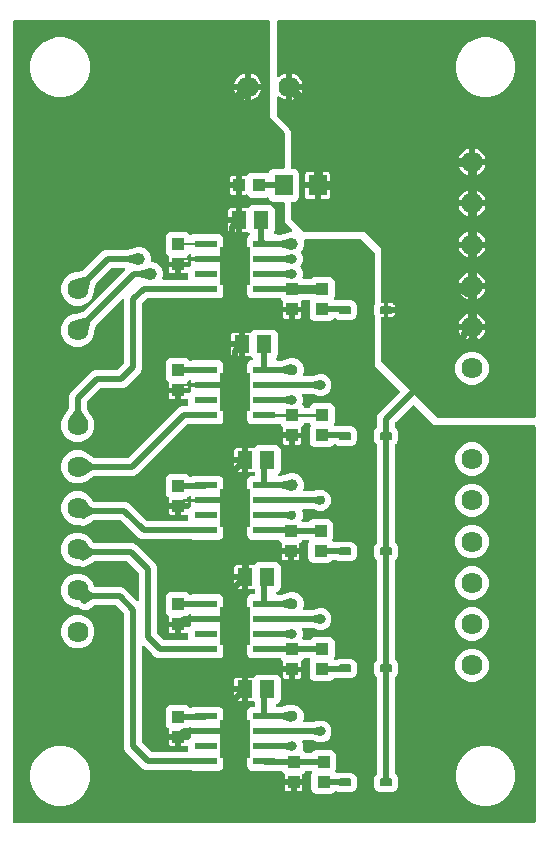
<source format=gbr>
G04 EAGLE Gerber RS-274X export*
G75*
%MOMM*%
%FSLAX34Y34*%
%LPD*%
%INTop Copper*%
%IPPOS*%
%AMOC8*
5,1,8,0,0,1.08239X$1,22.5*%
G01*
%ADD10R,1.000000X1.100000*%
%ADD11R,1.300000X1.500000*%
%ADD12R,1.968500X0.599100*%
%ADD13R,2.510000X3.200000*%
%ADD14R,1.100000X1.000000*%
%ADD15R,1.600000X1.803000*%
%ADD16C,1.790700*%
%ADD17C,0.130000*%
%ADD18C,0.762000*%
%ADD19C,0.508000*%
%ADD20C,0.152400*%
%ADD21C,0.254000*%
%ADD22C,1.006400*%
%ADD23C,0.806400*%
%ADD24C,0.756400*%
%ADD25C,0.956400*%

G36*
X451388Y10176D02*
X451388Y10176D01*
X451507Y10183D01*
X451545Y10196D01*
X451586Y10201D01*
X451696Y10244D01*
X451809Y10281D01*
X451844Y10303D01*
X451881Y10318D01*
X451977Y10387D01*
X452078Y10451D01*
X452106Y10481D01*
X452139Y10504D01*
X452215Y10596D01*
X452296Y10683D01*
X452316Y10718D01*
X452341Y10749D01*
X452392Y10857D01*
X452450Y10961D01*
X452460Y11001D01*
X452477Y11037D01*
X452499Y11154D01*
X452529Y11269D01*
X452533Y11329D01*
X452537Y11349D01*
X452535Y11370D01*
X452539Y11430D01*
X452539Y345440D01*
X452524Y345558D01*
X452517Y345677D01*
X452504Y345715D01*
X452499Y345756D01*
X452456Y345866D01*
X452419Y345979D01*
X452397Y346014D01*
X452382Y346051D01*
X452313Y346147D01*
X452249Y346248D01*
X452219Y346276D01*
X452196Y346309D01*
X452104Y346385D01*
X452017Y346466D01*
X451982Y346486D01*
X451951Y346511D01*
X451843Y346562D01*
X451739Y346620D01*
X451699Y346630D01*
X451663Y346647D01*
X451546Y346669D01*
X451431Y346699D01*
X451371Y346703D01*
X451351Y346707D01*
X451330Y346705D01*
X451270Y346709D01*
X366286Y346709D01*
X349703Y363292D01*
X349608Y363365D01*
X349519Y363444D01*
X349483Y363462D01*
X349451Y363487D01*
X349342Y363535D01*
X349236Y363589D01*
X349197Y363598D01*
X349160Y363614D01*
X349042Y363632D01*
X348926Y363658D01*
X348885Y363657D01*
X348845Y363663D01*
X348727Y363652D01*
X348608Y363649D01*
X348569Y363637D01*
X348529Y363634D01*
X348417Y363593D01*
X348302Y363560D01*
X348268Y363540D01*
X348230Y363526D01*
X348131Y363459D01*
X348029Y363399D01*
X347983Y363359D01*
X347966Y363347D01*
X347953Y363332D01*
X347908Y363292D01*
X334002Y349387D01*
X333942Y349309D01*
X333874Y349237D01*
X333845Y349184D01*
X333808Y349136D01*
X333768Y349045D01*
X333720Y348958D01*
X333705Y348900D01*
X333681Y348844D01*
X333666Y348746D01*
X333641Y348650D01*
X333635Y348550D01*
X333631Y348530D01*
X333633Y348518D01*
X333631Y348490D01*
X333631Y345629D01*
X333643Y345531D01*
X333646Y345432D01*
X333663Y345374D01*
X333671Y345314D01*
X333707Y345222D01*
X333735Y345127D01*
X333765Y345075D01*
X333788Y345018D01*
X333846Y344938D01*
X333896Y344853D01*
X333962Y344777D01*
X333974Y344761D01*
X333984Y344753D01*
X334002Y344732D01*
X335068Y343666D01*
X335941Y341560D01*
X335941Y334080D01*
X335068Y331974D01*
X334002Y330908D01*
X333942Y330830D01*
X333874Y330758D01*
X333854Y330721D01*
X333830Y330692D01*
X333822Y330675D01*
X333808Y330657D01*
X333768Y330566D01*
X333720Y330479D01*
X333710Y330437D01*
X333694Y330405D01*
X333691Y330388D01*
X333681Y330365D01*
X333666Y330267D01*
X333641Y330171D01*
X333637Y330103D01*
X333635Y330092D01*
X333635Y330081D01*
X333635Y330071D01*
X333631Y330051D01*
X333633Y330039D01*
X333631Y330011D01*
X333631Y247839D01*
X333643Y247741D01*
X333646Y247642D01*
X333663Y247584D01*
X333671Y247524D01*
X333707Y247432D01*
X333735Y247337D01*
X333765Y247285D01*
X333788Y247228D01*
X333846Y247148D01*
X333896Y247063D01*
X333962Y246987D01*
X333974Y246971D01*
X333984Y246963D01*
X334002Y246942D01*
X335068Y245876D01*
X335941Y243770D01*
X335941Y236290D01*
X335068Y234184D01*
X334002Y233118D01*
X333942Y233040D01*
X333874Y232968D01*
X333845Y232915D01*
X333808Y232867D01*
X333768Y232776D01*
X333720Y232689D01*
X333705Y232631D01*
X333681Y232575D01*
X333666Y232477D01*
X333641Y232381D01*
X333635Y232281D01*
X333631Y232261D01*
X333633Y232249D01*
X333631Y232221D01*
X333631Y148779D01*
X333643Y148681D01*
X333646Y148582D01*
X333663Y148524D01*
X333671Y148464D01*
X333707Y148372D01*
X333735Y148277D01*
X333765Y148225D01*
X333788Y148168D01*
X333846Y148088D01*
X333896Y148003D01*
X333962Y147927D01*
X333974Y147911D01*
X333984Y147903D01*
X334002Y147882D01*
X335068Y146816D01*
X335941Y144710D01*
X335941Y137230D01*
X335068Y135124D01*
X334002Y134058D01*
X333942Y133980D01*
X333874Y133908D01*
X333845Y133855D01*
X333808Y133807D01*
X333768Y133716D01*
X333720Y133629D01*
X333705Y133571D01*
X333681Y133515D01*
X333666Y133417D01*
X333641Y133321D01*
X333635Y133221D01*
X333631Y133201D01*
X333633Y133189D01*
X333631Y133161D01*
X333631Y52259D01*
X333643Y52161D01*
X333646Y52062D01*
X333663Y52004D01*
X333671Y51944D01*
X333707Y51852D01*
X333735Y51757D01*
X333765Y51705D01*
X333788Y51648D01*
X333846Y51568D01*
X333896Y51483D01*
X333962Y51407D01*
X333974Y51391D01*
X333984Y51383D01*
X334002Y51362D01*
X335068Y50296D01*
X335941Y48190D01*
X335941Y40710D01*
X335068Y38604D01*
X333456Y36992D01*
X331350Y36119D01*
X320670Y36119D01*
X318564Y36992D01*
X316952Y38604D01*
X316079Y40710D01*
X316079Y48190D01*
X316952Y50296D01*
X318018Y51362D01*
X318078Y51440D01*
X318146Y51512D01*
X318175Y51565D01*
X318212Y51613D01*
X318252Y51704D01*
X318300Y51791D01*
X318315Y51849D01*
X318339Y51905D01*
X318354Y52003D01*
X318379Y52099D01*
X318385Y52199D01*
X318389Y52219D01*
X318387Y52231D01*
X318389Y52259D01*
X318389Y133161D01*
X318377Y133259D01*
X318374Y133358D01*
X318357Y133416D01*
X318349Y133476D01*
X318313Y133568D01*
X318285Y133663D01*
X318255Y133715D01*
X318232Y133772D01*
X318174Y133852D01*
X318124Y133937D01*
X318058Y134013D01*
X318046Y134029D01*
X318036Y134037D01*
X318018Y134058D01*
X316952Y135124D01*
X316079Y137230D01*
X316079Y144710D01*
X316952Y146816D01*
X318018Y147882D01*
X318078Y147960D01*
X318146Y148032D01*
X318175Y148085D01*
X318212Y148133D01*
X318252Y148224D01*
X318300Y148311D01*
X318315Y148369D01*
X318339Y148425D01*
X318354Y148523D01*
X318379Y148619D01*
X318385Y148719D01*
X318389Y148739D01*
X318387Y148751D01*
X318389Y148779D01*
X318389Y232221D01*
X318377Y232319D01*
X318374Y232418D01*
X318357Y232476D01*
X318349Y232536D01*
X318313Y232628D01*
X318285Y232723D01*
X318255Y232775D01*
X318232Y232832D01*
X318174Y232912D01*
X318124Y232997D01*
X318058Y233073D01*
X318046Y233089D01*
X318036Y233097D01*
X318018Y233118D01*
X316952Y234184D01*
X316079Y236290D01*
X316079Y243770D01*
X316952Y245876D01*
X318018Y246942D01*
X318078Y247020D01*
X318146Y247092D01*
X318175Y247145D01*
X318212Y247193D01*
X318252Y247284D01*
X318300Y247371D01*
X318315Y247429D01*
X318339Y247485D01*
X318354Y247583D01*
X318379Y247679D01*
X318385Y247779D01*
X318389Y247799D01*
X318387Y247811D01*
X318389Y247839D01*
X318389Y330011D01*
X318377Y330109D01*
X318374Y330208D01*
X318367Y330232D01*
X318366Y330249D01*
X318355Y330282D01*
X318349Y330326D01*
X318313Y330418D01*
X318285Y330513D01*
X318273Y330534D01*
X318268Y330551D01*
X318248Y330582D01*
X318232Y330622D01*
X318174Y330702D01*
X318124Y330787D01*
X318104Y330810D01*
X318098Y330820D01*
X318084Y330833D01*
X318058Y330863D01*
X318046Y330879D01*
X318036Y330887D01*
X318018Y330908D01*
X316952Y331974D01*
X316079Y334080D01*
X316079Y341560D01*
X316952Y343666D01*
X318018Y344732D01*
X318078Y344810D01*
X318146Y344882D01*
X318175Y344935D01*
X318212Y344983D01*
X318252Y345074D01*
X318300Y345161D01*
X318315Y345219D01*
X318339Y345275D01*
X318354Y345373D01*
X318379Y345469D01*
X318385Y345569D01*
X318389Y345589D01*
X318387Y345601D01*
X318389Y345629D01*
X318389Y353688D01*
X319549Y356489D01*
X337130Y374070D01*
X337203Y374164D01*
X337282Y374253D01*
X337300Y374289D01*
X337325Y374321D01*
X337373Y374430D01*
X337427Y374536D01*
X337436Y374576D01*
X337452Y374613D01*
X337470Y374731D01*
X337496Y374847D01*
X337495Y374887D01*
X337501Y374927D01*
X337490Y375046D01*
X337487Y375164D01*
X337475Y375203D01*
X337472Y375244D01*
X337431Y375356D01*
X337398Y375470D01*
X337378Y375505D01*
X337364Y375543D01*
X337297Y375641D01*
X337237Y375744D01*
X337197Y375789D01*
X337185Y375806D01*
X337170Y375819D01*
X337130Y375865D01*
X316229Y396766D01*
X316229Y440146D01*
X316228Y440155D01*
X316229Y440164D01*
X316208Y440312D01*
X316189Y440461D01*
X316186Y440470D01*
X316185Y440479D01*
X316133Y440631D01*
X316079Y440760D01*
X316079Y448240D01*
X316133Y448369D01*
X316135Y448378D01*
X316140Y448386D01*
X316177Y448530D01*
X316217Y448675D01*
X316217Y448685D01*
X316219Y448694D01*
X316229Y448854D01*
X316229Y492760D01*
X316217Y492858D01*
X316214Y492957D01*
X316197Y493015D01*
X316189Y493076D01*
X316153Y493168D01*
X316125Y493263D01*
X316095Y493315D01*
X316072Y493371D01*
X316014Y493451D01*
X315964Y493537D01*
X315898Y493612D01*
X315886Y493629D01*
X315876Y493636D01*
X315858Y493658D01*
X305698Y503818D01*
X305619Y503878D01*
X305547Y503946D01*
X305494Y503975D01*
X305446Y504012D01*
X305355Y504052D01*
X305269Y504100D01*
X305210Y504115D01*
X305154Y504139D01*
X305056Y504154D01*
X304961Y504179D01*
X304861Y504185D01*
X304840Y504189D01*
X304828Y504187D01*
X304800Y504189D01*
X257648Y504189D01*
X257598Y504183D01*
X257549Y504185D01*
X257441Y504163D01*
X257332Y504149D01*
X257286Y504131D01*
X257237Y504121D01*
X257138Y504073D01*
X257036Y504032D01*
X256996Y504003D01*
X256952Y503981D01*
X256868Y503910D01*
X256779Y503846D01*
X256747Y503807D01*
X256710Y503775D01*
X256646Y503685D01*
X256576Y503601D01*
X256555Y503556D01*
X256526Y503515D01*
X256488Y503412D01*
X256441Y503313D01*
X256431Y503264D01*
X256414Y503218D01*
X256402Y503108D01*
X256381Y503001D01*
X256384Y502951D01*
X256379Y502901D01*
X256394Y502793D01*
X256401Y502683D01*
X256416Y502636D01*
X256423Y502587D01*
X256475Y502434D01*
X256493Y502392D01*
X256493Y498368D01*
X254953Y494652D01*
X254423Y494122D01*
X254405Y494098D01*
X254383Y494079D01*
X254308Y493973D01*
X254228Y493871D01*
X254217Y493843D01*
X254200Y493819D01*
X254154Y493698D01*
X254102Y493579D01*
X254097Y493549D01*
X254087Y493522D01*
X254073Y493393D01*
X254052Y493265D01*
X254055Y493235D01*
X254052Y493206D01*
X254070Y493077D01*
X254082Y492948D01*
X254092Y492920D01*
X254096Y492891D01*
X254148Y492739D01*
X255493Y489493D01*
X255493Y485867D01*
X254105Y482518D01*
X253815Y482228D01*
X253742Y482133D01*
X253663Y482044D01*
X253645Y482008D01*
X253620Y481976D01*
X253573Y481867D01*
X253518Y481761D01*
X253510Y481722D01*
X253494Y481684D01*
X253475Y481567D01*
X253449Y481451D01*
X253450Y481410D01*
X253444Y481370D01*
X253455Y481252D01*
X253458Y481133D01*
X253470Y481094D01*
X253474Y481054D01*
X253514Y480942D01*
X253547Y480827D01*
X253567Y480792D01*
X253581Y480754D01*
X253648Y480656D01*
X253708Y480553D01*
X253748Y480508D01*
X253760Y480491D01*
X253775Y480478D01*
X253815Y480433D01*
X254105Y480142D01*
X255493Y476793D01*
X255493Y473167D01*
X255231Y472536D01*
X255218Y472488D01*
X255197Y472443D01*
X255176Y472335D01*
X255147Y472229D01*
X255146Y472179D01*
X255137Y472130D01*
X255144Y472021D01*
X255142Y471911D01*
X255154Y471863D01*
X255157Y471813D01*
X255191Y471709D01*
X255216Y471602D01*
X255239Y471558D01*
X255255Y471511D01*
X255314Y471418D01*
X255365Y471321D01*
X255398Y471284D01*
X255425Y471242D01*
X255505Y471167D01*
X255579Y471085D01*
X255620Y471058D01*
X255657Y471024D01*
X255753Y470971D01*
X255845Y470911D01*
X255892Y470894D01*
X255935Y470870D01*
X256041Y470843D01*
X256145Y470807D01*
X256195Y470803D01*
X256243Y470791D01*
X256404Y470781D01*
X262460Y470781D01*
X262558Y470793D01*
X262657Y470796D01*
X262715Y470813D01*
X262775Y470821D01*
X262867Y470857D01*
X262962Y470885D01*
X263015Y470915D01*
X263071Y470938D01*
X263151Y470996D01*
X263236Y471046D01*
X263312Y471112D01*
X263328Y471124D01*
X263336Y471134D01*
X263357Y471152D01*
X263402Y471197D01*
X265269Y471971D01*
X278291Y471971D01*
X280158Y471197D01*
X281587Y469768D01*
X282361Y467901D01*
X282361Y455879D01*
X281692Y454266D01*
X281679Y454218D01*
X281658Y454173D01*
X281637Y454065D01*
X281608Y453959D01*
X281608Y453909D01*
X281598Y453860D01*
X281605Y453751D01*
X281603Y453641D01*
X281615Y453593D01*
X281618Y453543D01*
X281652Y453439D01*
X281677Y453332D01*
X281701Y453288D01*
X281716Y453241D01*
X281775Y453148D01*
X281826Y453051D01*
X281860Y453014D01*
X281886Y452972D01*
X281966Y452897D01*
X282040Y452815D01*
X282082Y452788D01*
X282118Y452754D01*
X282214Y452701D01*
X282306Y452641D01*
X282353Y452624D01*
X282396Y452600D01*
X282503Y452573D01*
X282607Y452537D01*
X282656Y452533D01*
X282704Y452521D01*
X282865Y452511D01*
X284845Y452511D01*
X284854Y452512D01*
X284864Y452511D01*
X285012Y452532D01*
X285161Y452551D01*
X285169Y452554D01*
X285178Y452555D01*
X285331Y452607D01*
X285870Y452831D01*
X296550Y452831D01*
X298656Y451958D01*
X300268Y450346D01*
X301141Y448240D01*
X301141Y440760D01*
X300268Y438654D01*
X298656Y437042D01*
X296550Y436169D01*
X285870Y436169D01*
X283674Y437079D01*
X283657Y437092D01*
X283566Y437132D01*
X283479Y437180D01*
X283421Y437195D01*
X283365Y437219D01*
X283267Y437234D01*
X283171Y437259D01*
X283071Y437265D01*
X283051Y437269D01*
X283039Y437267D01*
X283011Y437269D01*
X282370Y437269D01*
X282272Y437257D01*
X282173Y437254D01*
X282115Y437237D01*
X282055Y437229D01*
X281963Y437193D01*
X281868Y437165D01*
X281815Y437135D01*
X281759Y437112D01*
X281679Y437054D01*
X281594Y437004D01*
X281518Y436938D01*
X281502Y436926D01*
X281494Y436916D01*
X281473Y436898D01*
X280158Y435583D01*
X278291Y434809D01*
X265269Y434809D01*
X263402Y435583D01*
X261973Y437012D01*
X261199Y438879D01*
X261199Y450901D01*
X261342Y451244D01*
X261355Y451292D01*
X261376Y451337D01*
X261397Y451445D01*
X261426Y451551D01*
X261426Y451601D01*
X261436Y451650D01*
X261429Y451759D01*
X261431Y451869D01*
X261419Y451917D01*
X261416Y451967D01*
X261382Y452071D01*
X261356Y452178D01*
X261333Y452222D01*
X261318Y452269D01*
X261259Y452362D01*
X261208Y452459D01*
X261174Y452496D01*
X261148Y452538D01*
X261068Y452613D01*
X260994Y452695D01*
X260952Y452722D01*
X260916Y452756D01*
X260820Y452809D01*
X260728Y452869D01*
X260681Y452886D01*
X260638Y452910D01*
X260531Y452937D01*
X260427Y452973D01*
X260378Y452977D01*
X260330Y452989D01*
X260169Y452999D01*
X255700Y452999D01*
X255602Y452987D01*
X255503Y452984D01*
X255445Y452967D01*
X255385Y452959D01*
X255293Y452923D01*
X255198Y452895D01*
X255145Y452865D01*
X255089Y452842D01*
X255009Y452784D01*
X254924Y452734D01*
X254848Y452668D01*
X254832Y452656D01*
X254824Y452646D01*
X254803Y452628D01*
X254223Y452048D01*
X254158Y451964D01*
X254087Y451886D01*
X254061Y451839D01*
X254028Y451797D01*
X253986Y451700D01*
X253936Y451606D01*
X253923Y451554D01*
X253902Y451505D01*
X253885Y451400D01*
X253860Y451298D01*
X253860Y451244D01*
X253852Y451191D01*
X253862Y451085D01*
X253863Y450980D01*
X253880Y450896D01*
X253882Y450874D01*
X253887Y450859D01*
X253895Y450822D01*
X253921Y450724D01*
X253921Y447389D01*
X247610Y447389D01*
X247492Y447374D01*
X247373Y447367D01*
X247335Y447354D01*
X247295Y447349D01*
X247184Y447306D01*
X247071Y447269D01*
X247037Y447247D01*
X246999Y447232D01*
X246903Y447163D01*
X246802Y447099D01*
X246774Y447069D01*
X246742Y447046D01*
X246666Y446954D01*
X246584Y446867D01*
X246565Y446832D01*
X246539Y446801D01*
X246488Y446693D01*
X246431Y446589D01*
X246421Y446549D01*
X246403Y446513D01*
X246383Y446406D01*
X246379Y446436D01*
X246335Y446546D01*
X246299Y446659D01*
X246277Y446694D01*
X246262Y446731D01*
X246192Y446827D01*
X246129Y446928D01*
X246099Y446956D01*
X246075Y446989D01*
X245984Y447065D01*
X245897Y447146D01*
X245862Y447166D01*
X245830Y447191D01*
X245723Y447242D01*
X245618Y447300D01*
X245579Y447310D01*
X245543Y447327D01*
X245426Y447349D01*
X245310Y447379D01*
X245250Y447383D01*
X245230Y447387D01*
X245210Y447385D01*
X245150Y447389D01*
X238839Y447389D01*
X238839Y450724D01*
X238865Y450822D01*
X238880Y450927D01*
X238903Y451030D01*
X238901Y451083D01*
X238909Y451137D01*
X238896Y451242D01*
X238893Y451348D01*
X238878Y451399D01*
X238872Y451453D01*
X238834Y451552D01*
X238805Y451653D01*
X238778Y451699D01*
X238758Y451750D01*
X238697Y451836D01*
X238643Y451927D01*
X238587Y451991D01*
X238574Y452009D01*
X238562Y452019D01*
X238537Y452048D01*
X237073Y453512D01*
X236922Y453876D01*
X236907Y453901D01*
X236898Y453929D01*
X236829Y454039D01*
X236765Y454152D01*
X236744Y454173D01*
X236728Y454198D01*
X236634Y454287D01*
X236543Y454380D01*
X236518Y454396D01*
X236497Y454416D01*
X236383Y454479D01*
X236272Y454547D01*
X236244Y454555D01*
X236218Y454570D01*
X236092Y454602D01*
X235968Y454640D01*
X235939Y454642D01*
X235910Y454649D01*
X235749Y454659D01*
X235059Y454659D01*
X235050Y454658D01*
X235041Y454659D01*
X234892Y454638D01*
X234744Y454619D01*
X234735Y454616D01*
X234726Y454615D01*
X234574Y454563D01*
X233707Y454204D01*
X212001Y454204D01*
X210134Y454977D01*
X208704Y456407D01*
X207931Y458274D01*
X207931Y466286D01*
X208700Y468144D01*
X208727Y468240D01*
X208762Y468332D01*
X208768Y468393D01*
X208784Y468451D01*
X208786Y468550D01*
X208797Y468648D01*
X208788Y468708D01*
X208789Y468769D01*
X208766Y468865D01*
X208752Y468963D01*
X208720Y469058D01*
X208715Y469078D01*
X208709Y469089D01*
X208700Y469116D01*
X207931Y470974D01*
X207931Y478986D01*
X208700Y480844D01*
X208727Y480940D01*
X208762Y481032D01*
X208768Y481093D01*
X208784Y481151D01*
X208786Y481250D01*
X208797Y481348D01*
X208788Y481408D01*
X208789Y481469D01*
X208766Y481565D01*
X208752Y481663D01*
X208720Y481758D01*
X208715Y481778D01*
X208709Y481789D01*
X208700Y481816D01*
X207931Y483674D01*
X207931Y491686D01*
X208700Y493544D01*
X208727Y493640D01*
X208762Y493732D01*
X208768Y493793D01*
X208784Y493851D01*
X208786Y493950D01*
X208797Y494048D01*
X208788Y494108D01*
X208789Y494169D01*
X208766Y494265D01*
X208752Y494363D01*
X208720Y494458D01*
X208715Y494478D01*
X208709Y494489D01*
X208700Y494516D01*
X207931Y496374D01*
X207931Y504386D01*
X208704Y506253D01*
X210245Y507795D01*
X210318Y507889D01*
X210397Y507978D01*
X210415Y508014D01*
X210440Y508046D01*
X210488Y508155D01*
X210542Y508261D01*
X210550Y508300D01*
X210567Y508338D01*
X210585Y508455D01*
X210611Y508571D01*
X210610Y508612D01*
X210616Y508652D01*
X210605Y508770D01*
X210602Y508889D01*
X210590Y508928D01*
X210587Y508968D01*
X210546Y509081D01*
X210513Y509195D01*
X210493Y509230D01*
X210479Y509268D01*
X210412Y509366D01*
X210352Y509469D01*
X210312Y509514D01*
X210300Y509531D01*
X210285Y509544D01*
X210245Y509590D01*
X209478Y510357D01*
X209394Y510422D01*
X209316Y510493D01*
X209269Y510519D01*
X209227Y510552D01*
X209130Y510594D01*
X209036Y510644D01*
X208984Y510657D01*
X208935Y510678D01*
X208830Y510695D01*
X208728Y510720D01*
X208674Y510720D01*
X208621Y510728D01*
X208515Y510718D01*
X208410Y510717D01*
X208326Y510700D01*
X208304Y510698D01*
X208289Y510693D01*
X208252Y510685D01*
X208154Y510659D01*
X203859Y510659D01*
X203859Y519430D01*
X203844Y519548D01*
X203837Y519667D01*
X203824Y519705D01*
X203819Y519745D01*
X203775Y519856D01*
X203739Y519969D01*
X203717Y520004D01*
X203702Y520041D01*
X203632Y520137D01*
X203569Y520238D01*
X203539Y520266D01*
X203515Y520298D01*
X203424Y520374D01*
X203337Y520456D01*
X203302Y520475D01*
X203270Y520501D01*
X203163Y520552D01*
X203059Y520609D01*
X203019Y520620D01*
X202983Y520637D01*
X202866Y520659D01*
X202751Y520689D01*
X202690Y520693D01*
X202670Y520697D01*
X202650Y520695D01*
X202590Y520699D01*
X201319Y520699D01*
X201319Y520701D01*
X202590Y520701D01*
X202708Y520716D01*
X202827Y520723D01*
X202865Y520736D01*
X202905Y520741D01*
X203016Y520785D01*
X203129Y520821D01*
X203164Y520843D01*
X203201Y520858D01*
X203297Y520928D01*
X203398Y520991D01*
X203426Y521021D01*
X203458Y521045D01*
X203534Y521136D01*
X203616Y521223D01*
X203635Y521258D01*
X203661Y521290D01*
X203712Y521397D01*
X203769Y521501D01*
X203780Y521541D01*
X203797Y521577D01*
X203819Y521694D01*
X203849Y521809D01*
X203853Y521870D01*
X203857Y521890D01*
X203855Y521910D01*
X203859Y521970D01*
X203859Y530741D01*
X208154Y530741D01*
X208252Y530715D01*
X208357Y530700D01*
X208460Y530677D01*
X208513Y530679D01*
X208567Y530671D01*
X208672Y530684D01*
X208778Y530687D01*
X208829Y530702D01*
X208883Y530708D01*
X208982Y530746D01*
X209083Y530775D01*
X209129Y530802D01*
X209180Y530822D01*
X209266Y530883D01*
X209357Y530937D01*
X209421Y530993D01*
X209439Y531006D01*
X209449Y531018D01*
X209478Y531043D01*
X210942Y532507D01*
X212809Y533281D01*
X227831Y533281D01*
X229698Y532507D01*
X231127Y531078D01*
X231901Y529211D01*
X231901Y512189D01*
X231081Y510211D01*
X231068Y510163D01*
X231047Y510118D01*
X231026Y510011D01*
X230997Y509904D01*
X230997Y509855D01*
X230987Y509806D01*
X230994Y509696D01*
X230992Y509586D01*
X231004Y509538D01*
X231007Y509489D01*
X231041Y509384D01*
X231067Y509277D01*
X231090Y509233D01*
X231105Y509186D01*
X231164Y509093D01*
X231215Y508996D01*
X231249Y508959D01*
X231275Y508917D01*
X231355Y508842D01*
X231429Y508761D01*
X231471Y508733D01*
X231507Y508699D01*
X231603Y508646D01*
X231695Y508586D01*
X231742Y508570D01*
X231785Y508546D01*
X231892Y508518D01*
X231996Y508483D01*
X232045Y508479D01*
X232093Y508466D01*
X232254Y508456D01*
X233707Y508456D01*
X234574Y508097D01*
X234583Y508095D01*
X234591Y508090D01*
X234736Y508053D01*
X234880Y508013D01*
X234890Y508013D01*
X234899Y508011D01*
X235059Y508001D01*
X236125Y508001D01*
X236221Y508013D01*
X236319Y508016D01*
X236420Y508038D01*
X236440Y508041D01*
X236451Y508045D01*
X236476Y508050D01*
X242966Y509921D01*
X242979Y509926D01*
X243100Y509968D01*
X244368Y510493D01*
X244773Y510493D01*
X244869Y510505D01*
X244967Y510508D01*
X245033Y510522D01*
X245046Y510522D01*
X245097Y510514D01*
X245205Y510525D01*
X245313Y510526D01*
X245362Y510539D01*
X245413Y510544D01*
X245515Y510581D01*
X245620Y510609D01*
X245664Y510634D01*
X245713Y510652D01*
X245802Y510713D01*
X245896Y510766D01*
X245933Y510802D01*
X245976Y510830D01*
X246048Y510912D01*
X246125Y510987D01*
X246152Y511030D01*
X246186Y511069D01*
X246236Y511165D01*
X246292Y511257D01*
X246308Y511306D01*
X246331Y511352D01*
X246355Y511458D01*
X246387Y511561D01*
X246389Y511612D01*
X246400Y511662D01*
X246397Y511771D01*
X246403Y511879D01*
X246392Y511929D01*
X246391Y511980D01*
X246361Y512084D01*
X246339Y512190D01*
X246317Y512237D01*
X246302Y512286D01*
X246247Y512379D01*
X246200Y512476D01*
X246167Y512516D01*
X246141Y512560D01*
X246034Y512681D01*
X240029Y518686D01*
X240029Y534545D01*
X240014Y534663D01*
X240007Y534782D01*
X239994Y534820D01*
X239989Y534861D01*
X239946Y534971D01*
X239909Y535084D01*
X239887Y535119D01*
X239872Y535156D01*
X239803Y535252D01*
X239739Y535353D01*
X239709Y535381D01*
X239686Y535414D01*
X239594Y535490D01*
X239507Y535571D01*
X239472Y535591D01*
X239441Y535616D01*
X239333Y535667D01*
X239229Y535725D01*
X239189Y535735D01*
X239153Y535752D01*
X239036Y535774D01*
X238921Y535804D01*
X238861Y535808D01*
X238841Y535812D01*
X238820Y535810D01*
X238760Y535814D01*
X230479Y535814D01*
X228612Y536588D01*
X227183Y538017D01*
X226645Y539316D01*
X226586Y539419D01*
X226534Y539526D01*
X226507Y539557D01*
X226487Y539592D01*
X226404Y539678D01*
X226327Y539768D01*
X226294Y539791D01*
X226266Y539820D01*
X226164Y539883D01*
X226067Y539951D01*
X226029Y539966D01*
X225995Y539987D01*
X225881Y540022D01*
X225770Y540064D01*
X225729Y540068D01*
X225691Y540080D01*
X225572Y540086D01*
X225454Y540099D01*
X225414Y540094D01*
X225373Y540096D01*
X225257Y540071D01*
X225139Y540055D01*
X225082Y540035D01*
X225062Y540031D01*
X225043Y540022D01*
X224986Y540003D01*
X224061Y539619D01*
X212039Y539619D01*
X210172Y540393D01*
X208697Y541868D01*
X208696Y541869D01*
X208638Y541971D01*
X208608Y542002D01*
X208584Y542037D01*
X208498Y542115D01*
X208417Y542199D01*
X208380Y542222D01*
X208348Y542250D01*
X208245Y542305D01*
X208146Y542365D01*
X208105Y542378D01*
X208066Y542398D01*
X207953Y542425D01*
X207842Y542459D01*
X207799Y542461D01*
X207757Y542471D01*
X207641Y542469D01*
X207524Y542474D01*
X207482Y542465D01*
X207439Y542465D01*
X207327Y542433D01*
X207213Y542410D01*
X207174Y542391D01*
X207133Y542379D01*
X207046Y542336D01*
X206384Y542159D01*
X203549Y542159D01*
X203549Y548970D01*
X203534Y549088D01*
X203527Y549207D01*
X203514Y549245D01*
X203509Y549285D01*
X203466Y549396D01*
X203429Y549509D01*
X203407Y549543D01*
X203392Y549581D01*
X203323Y549677D01*
X203259Y549778D01*
X203229Y549806D01*
X203206Y549838D01*
X203114Y549914D01*
X203027Y549996D01*
X202992Y550015D01*
X202961Y550041D01*
X202853Y550092D01*
X202749Y550149D01*
X202709Y550159D01*
X202673Y550177D01*
X202566Y550197D01*
X202596Y550201D01*
X202706Y550245D01*
X202819Y550281D01*
X202854Y550303D01*
X202891Y550318D01*
X202987Y550388D01*
X203088Y550451D01*
X203116Y550481D01*
X203149Y550505D01*
X203225Y550596D01*
X203306Y550683D01*
X203326Y550718D01*
X203351Y550750D01*
X203402Y550857D01*
X203460Y550962D01*
X203470Y551001D01*
X203487Y551037D01*
X203509Y551154D01*
X203539Y551270D01*
X203543Y551330D01*
X203547Y551350D01*
X203545Y551370D01*
X203549Y551430D01*
X203549Y558241D01*
X206384Y558241D01*
X207046Y558063D01*
X207064Y558052D01*
X207174Y558014D01*
X207281Y557969D01*
X207324Y557962D01*
X207365Y557949D01*
X207481Y557939D01*
X207596Y557922D01*
X207639Y557927D01*
X207682Y557923D01*
X207797Y557943D01*
X207912Y557955D01*
X207953Y557970D01*
X207995Y557978D01*
X208101Y558026D01*
X208210Y558066D01*
X208246Y558091D01*
X208285Y558108D01*
X208376Y558181D01*
X208472Y558248D01*
X208500Y558280D01*
X208534Y558307D01*
X208603Y558400D01*
X208680Y558488D01*
X208699Y558527D01*
X208721Y558557D01*
X210172Y560007D01*
X212039Y560781D01*
X224061Y560781D01*
X225191Y560312D01*
X225306Y560281D01*
X225419Y560242D01*
X225459Y560239D01*
X225498Y560228D01*
X225617Y560226D01*
X225736Y560217D01*
X225776Y560224D01*
X225816Y560223D01*
X225932Y560251D01*
X226049Y560271D01*
X226086Y560288D01*
X226125Y560297D01*
X226231Y560353D01*
X226339Y560402D01*
X226371Y560427D01*
X226407Y560446D01*
X226495Y560526D01*
X226588Y560601D01*
X226612Y560633D01*
X226642Y560660D01*
X226707Y560760D01*
X226779Y560855D01*
X226805Y560909D01*
X226817Y560926D01*
X226823Y560945D01*
X226850Y560999D01*
X227183Y561803D01*
X228612Y563232D01*
X230479Y564006D01*
X238760Y564006D01*
X238878Y564021D01*
X238997Y564028D01*
X239035Y564041D01*
X239076Y564046D01*
X239186Y564089D01*
X239299Y564126D01*
X239334Y564148D01*
X239371Y564163D01*
X239467Y564232D01*
X239568Y564296D01*
X239596Y564326D01*
X239629Y564349D01*
X239705Y564441D01*
X239786Y564528D01*
X239806Y564563D01*
X239831Y564594D01*
X239882Y564702D01*
X239940Y564806D01*
X239950Y564846D01*
X239967Y564882D01*
X239989Y564999D01*
X240019Y565114D01*
X240023Y565174D01*
X240027Y565194D01*
X240025Y565215D01*
X240029Y565275D01*
X240029Y594360D01*
X240017Y594458D01*
X240014Y594557D01*
X239997Y594615D01*
X239989Y594676D01*
X239953Y594768D01*
X239925Y594863D01*
X239895Y594915D01*
X239872Y594971D01*
X239814Y595051D01*
X239764Y595137D01*
X239698Y595212D01*
X239686Y595229D01*
X239676Y595236D01*
X239658Y595258D01*
X227329Y607586D01*
X227329Y688570D01*
X227314Y688688D01*
X227307Y688807D01*
X227294Y688845D01*
X227289Y688886D01*
X227246Y688996D01*
X227209Y689109D01*
X227187Y689144D01*
X227172Y689181D01*
X227103Y689277D01*
X227039Y689378D01*
X227009Y689406D01*
X226986Y689439D01*
X226894Y689515D01*
X226807Y689596D01*
X226772Y689616D01*
X226741Y689641D01*
X226633Y689692D01*
X226529Y689750D01*
X226489Y689760D01*
X226453Y689777D01*
X226336Y689799D01*
X226221Y689829D01*
X226161Y689833D01*
X226141Y689837D01*
X226120Y689835D01*
X226060Y689839D01*
X11430Y689839D01*
X11312Y689824D01*
X11193Y689817D01*
X11155Y689804D01*
X11114Y689799D01*
X11004Y689756D01*
X10891Y689719D01*
X10856Y689697D01*
X10819Y689682D01*
X10723Y689613D01*
X10622Y689549D01*
X10594Y689519D01*
X10561Y689496D01*
X10485Y689404D01*
X10404Y689317D01*
X10384Y689282D01*
X10359Y689251D01*
X10308Y689143D01*
X10250Y689039D01*
X10240Y688999D01*
X10223Y688963D01*
X10201Y688846D01*
X10171Y688731D01*
X10167Y688671D01*
X10163Y688651D01*
X10165Y688630D01*
X10161Y688570D01*
X10161Y11430D01*
X10176Y11312D01*
X10183Y11193D01*
X10196Y11155D01*
X10201Y11114D01*
X10244Y11004D01*
X10281Y10891D01*
X10303Y10856D01*
X10318Y10819D01*
X10387Y10723D01*
X10451Y10622D01*
X10481Y10594D01*
X10504Y10561D01*
X10596Y10485D01*
X10683Y10404D01*
X10718Y10384D01*
X10749Y10359D01*
X10857Y10308D01*
X10961Y10250D01*
X11001Y10240D01*
X11037Y10223D01*
X11154Y10201D01*
X11269Y10171D01*
X11329Y10167D01*
X11349Y10163D01*
X11370Y10165D01*
X11430Y10161D01*
X451270Y10161D01*
X451388Y10176D01*
G37*
G36*
X451388Y353076D02*
X451388Y353076D01*
X451507Y353083D01*
X451545Y353096D01*
X451586Y353101D01*
X451696Y353144D01*
X451809Y353181D01*
X451844Y353203D01*
X451881Y353218D01*
X451977Y353288D01*
X452078Y353351D01*
X452106Y353381D01*
X452139Y353404D01*
X452215Y353496D01*
X452296Y353583D01*
X452316Y353618D01*
X452341Y353649D01*
X452392Y353757D01*
X452450Y353861D01*
X452460Y353901D01*
X452477Y353937D01*
X452499Y354054D01*
X452529Y354169D01*
X452533Y354230D01*
X452537Y354250D01*
X452535Y354270D01*
X452539Y354330D01*
X452539Y688570D01*
X452524Y688688D01*
X452517Y688807D01*
X452504Y688845D01*
X452499Y688886D01*
X452456Y688996D01*
X452419Y689109D01*
X452397Y689144D01*
X452382Y689181D01*
X452313Y689277D01*
X452249Y689378D01*
X452219Y689406D01*
X452196Y689439D01*
X452104Y689515D01*
X452017Y689596D01*
X451982Y689616D01*
X451951Y689641D01*
X451843Y689692D01*
X451739Y689750D01*
X451699Y689760D01*
X451663Y689777D01*
X451546Y689799D01*
X451431Y689829D01*
X451371Y689833D01*
X451351Y689837D01*
X451330Y689835D01*
X451270Y689839D01*
X234950Y689839D01*
X234832Y689824D01*
X234713Y689817D01*
X234675Y689804D01*
X234634Y689799D01*
X234524Y689756D01*
X234411Y689719D01*
X234376Y689697D01*
X234339Y689682D01*
X234243Y689613D01*
X234142Y689549D01*
X234114Y689519D01*
X234081Y689496D01*
X234006Y689404D01*
X233924Y689317D01*
X233904Y689282D01*
X233879Y689251D01*
X233828Y689143D01*
X233770Y689039D01*
X233760Y688999D01*
X233743Y688963D01*
X233721Y688846D01*
X233691Y688731D01*
X233687Y688671D01*
X233683Y688651D01*
X233685Y688630D01*
X233681Y688570D01*
X233681Y642600D01*
X233698Y642462D01*
X233711Y642324D01*
X233718Y642305D01*
X233721Y642285D01*
X233772Y642155D01*
X233819Y642025D01*
X233830Y642008D01*
X233838Y641989D01*
X233919Y641877D01*
X233997Y641762D01*
X234013Y641748D01*
X234024Y641732D01*
X234132Y641643D01*
X234236Y641551D01*
X234254Y641542D01*
X234269Y641529D01*
X234395Y641470D01*
X234519Y641406D01*
X234539Y641402D01*
X234557Y641393D01*
X234693Y641367D01*
X234829Y641337D01*
X234850Y641337D01*
X234870Y641334D01*
X235008Y641342D01*
X235147Y641346D01*
X235167Y641352D01*
X235187Y641353D01*
X235319Y641396D01*
X235453Y641435D01*
X235470Y641445D01*
X235489Y641451D01*
X235607Y641526D01*
X235727Y641596D01*
X235748Y641615D01*
X235758Y641622D01*
X235772Y641636D01*
X235848Y641703D01*
X236352Y642207D01*
X237816Y643271D01*
X239428Y644092D01*
X241148Y644651D01*
X241301Y644675D01*
X241301Y634710D01*
X241316Y634592D01*
X241323Y634473D01*
X241336Y634435D01*
X241341Y634395D01*
X241384Y634284D01*
X241421Y634171D01*
X241443Y634137D01*
X241458Y634099D01*
X241528Y634003D01*
X241591Y633902D01*
X241621Y633874D01*
X241644Y633842D01*
X241736Y633766D01*
X241823Y633684D01*
X241858Y633665D01*
X241889Y633639D01*
X241997Y633588D01*
X242101Y633531D01*
X242141Y633520D01*
X242177Y633503D01*
X242294Y633481D01*
X242409Y633451D01*
X242470Y633447D01*
X242490Y633443D01*
X242510Y633445D01*
X242570Y633441D01*
X243841Y633441D01*
X243841Y633439D01*
X242570Y633439D01*
X242452Y633424D01*
X242333Y633417D01*
X242295Y633404D01*
X242254Y633399D01*
X242144Y633355D01*
X242031Y633319D01*
X241996Y633297D01*
X241959Y633282D01*
X241863Y633212D01*
X241762Y633149D01*
X241734Y633119D01*
X241701Y633095D01*
X241626Y633004D01*
X241544Y632917D01*
X241524Y632882D01*
X241499Y632850D01*
X241448Y632743D01*
X241390Y632638D01*
X241380Y632599D01*
X241363Y632563D01*
X241341Y632446D01*
X241311Y632331D01*
X241307Y632270D01*
X241303Y632250D01*
X241305Y632230D01*
X241301Y632170D01*
X241301Y622205D01*
X241148Y622229D01*
X239428Y622788D01*
X237816Y623609D01*
X236352Y624673D01*
X235848Y625177D01*
X235738Y625262D01*
X235631Y625351D01*
X235612Y625360D01*
X235596Y625372D01*
X235468Y625428D01*
X235343Y625487D01*
X235323Y625490D01*
X235304Y625498D01*
X235166Y625520D01*
X235031Y625546D01*
X235010Y625545D01*
X234990Y625548D01*
X234851Y625535D01*
X234713Y625527D01*
X234694Y625520D01*
X234674Y625519D01*
X234543Y625471D01*
X234411Y625429D01*
X234393Y625418D01*
X234374Y625411D01*
X234260Y625333D01*
X234142Y625258D01*
X234128Y625244D01*
X234111Y625232D01*
X234019Y625128D01*
X233924Y625027D01*
X233914Y625009D01*
X233901Y624994D01*
X233838Y624870D01*
X233770Y624748D01*
X233765Y624729D01*
X233756Y624711D01*
X233726Y624575D01*
X233691Y624440D01*
X233689Y624412D01*
X233687Y624400D01*
X233687Y624380D01*
X233681Y624280D01*
X233681Y608946D01*
X233693Y608848D01*
X233696Y608749D01*
X233713Y608691D01*
X233721Y608631D01*
X233757Y608539D01*
X233785Y608444D01*
X233815Y608391D01*
X233838Y608335D01*
X233896Y608255D01*
X233946Y608170D01*
X234012Y608094D01*
X234024Y608078D01*
X234034Y608070D01*
X234053Y608049D01*
X244144Y597957D01*
X245111Y595623D01*
X245111Y565275D01*
X245126Y565157D01*
X245133Y565038D01*
X245146Y565000D01*
X245151Y564959D01*
X245194Y564849D01*
X245231Y564736D01*
X245253Y564701D01*
X245268Y564664D01*
X245337Y564568D01*
X245401Y564467D01*
X245431Y564439D01*
X245454Y564406D01*
X245546Y564330D01*
X245633Y564249D01*
X245668Y564229D01*
X245699Y564204D01*
X245807Y564153D01*
X245911Y564095D01*
X245951Y564085D01*
X245987Y564068D01*
X246104Y564046D01*
X246219Y564016D01*
X246279Y564012D01*
X246299Y564008D01*
X246320Y564010D01*
X246380Y564006D01*
X248501Y564006D01*
X250368Y563232D01*
X251797Y561803D01*
X252571Y559936D01*
X252571Y539884D01*
X251797Y538017D01*
X250368Y536588D01*
X248501Y535814D01*
X246380Y535814D01*
X246262Y535799D01*
X246143Y535792D01*
X246105Y535779D01*
X246064Y535774D01*
X245954Y535731D01*
X245841Y535694D01*
X245806Y535672D01*
X245769Y535657D01*
X245673Y535588D01*
X245572Y535524D01*
X245544Y535494D01*
X245511Y535471D01*
X245435Y535379D01*
X245354Y535292D01*
X245334Y535257D01*
X245309Y535226D01*
X245258Y535118D01*
X245200Y535014D01*
X245190Y534974D01*
X245173Y534938D01*
X245151Y534821D01*
X245121Y534706D01*
X245117Y534646D01*
X245113Y534626D01*
X245115Y534605D01*
X245111Y534545D01*
X245111Y521970D01*
X245123Y521872D01*
X245126Y521773D01*
X245143Y521715D01*
X245151Y521654D01*
X245187Y521562D01*
X245215Y521467D01*
X245245Y521415D01*
X245268Y521359D01*
X245326Y521279D01*
X245376Y521193D01*
X245442Y521118D01*
X245454Y521101D01*
X245464Y521094D01*
X245482Y521073D01*
X255643Y510913D01*
X255721Y510852D01*
X255793Y510784D01*
X255846Y510755D01*
X255894Y510718D01*
X255985Y510678D01*
X256071Y510630D01*
X256130Y510615D01*
X256186Y510591D01*
X256284Y510576D01*
X256379Y510551D01*
X256479Y510545D01*
X256500Y510541D01*
X256512Y510543D01*
X256540Y510541D01*
X308084Y510541D01*
X321311Y497314D01*
X321311Y451560D01*
X321326Y451442D01*
X321333Y451323D01*
X321346Y451285D01*
X321351Y451244D01*
X321394Y451134D01*
X321431Y451021D01*
X321453Y450986D01*
X321468Y450949D01*
X321538Y450853D01*
X321601Y450752D01*
X321631Y450724D01*
X321654Y450691D01*
X321746Y450615D01*
X321833Y450534D01*
X321868Y450514D01*
X321899Y450489D01*
X322007Y450438D01*
X322111Y450380D01*
X322151Y450370D01*
X322187Y450353D01*
X322304Y450331D01*
X322419Y450301D01*
X322480Y450297D01*
X322500Y450293D01*
X322520Y450295D01*
X322580Y450291D01*
X324386Y450291D01*
X324386Y444855D01*
X324401Y444737D01*
X324408Y444618D01*
X324420Y444580D01*
X324426Y444540D01*
X324441Y444501D01*
X324426Y444421D01*
X324396Y444305D01*
X324392Y444245D01*
X324388Y444225D01*
X324390Y444205D01*
X324386Y444145D01*
X324386Y438709D01*
X322580Y438709D01*
X322462Y438694D01*
X322343Y438687D01*
X322305Y438674D01*
X322264Y438669D01*
X322154Y438626D01*
X322041Y438589D01*
X322006Y438567D01*
X321969Y438552D01*
X321873Y438483D01*
X321772Y438419D01*
X321744Y438389D01*
X321711Y438366D01*
X321636Y438274D01*
X321554Y438187D01*
X321534Y438152D01*
X321509Y438121D01*
X321458Y438013D01*
X321400Y437909D01*
X321390Y437869D01*
X321373Y437833D01*
X321351Y437716D01*
X321321Y437601D01*
X321317Y437541D01*
X321313Y437521D01*
X321315Y437500D01*
X321311Y437440D01*
X321311Y401320D01*
X321323Y401222D01*
X321326Y401123D01*
X321343Y401065D01*
X321351Y401004D01*
X321387Y400912D01*
X321415Y400817D01*
X321445Y400765D01*
X321468Y400709D01*
X321526Y400629D01*
X321576Y400543D01*
X321642Y400468D01*
X321654Y400451D01*
X321664Y400444D01*
X321683Y400423D01*
X368673Y353433D01*
X368751Y353372D01*
X368823Y353304D01*
X368876Y353275D01*
X368924Y353238D01*
X369015Y353198D01*
X369101Y353150D01*
X369160Y353135D01*
X369216Y353111D01*
X369314Y353096D01*
X369409Y353071D01*
X369509Y353065D01*
X369530Y353061D01*
X369542Y353063D01*
X369570Y353061D01*
X451270Y353061D01*
X451388Y353076D01*
G37*
%LPC*%
G36*
X162533Y54154D02*
X162533Y54154D01*
X161666Y54513D01*
X161658Y54515D01*
X161649Y54520D01*
X161504Y54557D01*
X161360Y54597D01*
X161350Y54597D01*
X161341Y54599D01*
X161181Y54609D01*
X122944Y54609D01*
X120143Y55769D01*
X105299Y70613D01*
X104139Y73414D01*
X104139Y186818D01*
X104127Y186916D01*
X104124Y187015D01*
X104107Y187073D01*
X104099Y187133D01*
X104063Y187225D01*
X104035Y187320D01*
X104005Y187373D01*
X103982Y187429D01*
X103924Y187509D01*
X103874Y187594D01*
X103808Y187670D01*
X103796Y187686D01*
X103786Y187694D01*
X103768Y187715D01*
X97545Y193938D01*
X97467Y193998D01*
X97395Y194066D01*
X97342Y194095D01*
X97294Y194132D01*
X97203Y194172D01*
X97116Y194220D01*
X97058Y194235D01*
X97002Y194259D01*
X96904Y194274D01*
X96808Y194299D01*
X96708Y194305D01*
X96688Y194309D01*
X96676Y194307D01*
X96648Y194309D01*
X79299Y194309D01*
X79180Y194294D01*
X79060Y194287D01*
X79023Y194274D01*
X78983Y194269D01*
X78872Y194225D01*
X78758Y194188D01*
X78706Y194160D01*
X78688Y194152D01*
X78671Y194140D01*
X78617Y194111D01*
X73333Y190745D01*
X70347Y190219D01*
X67388Y190875D01*
X64716Y192746D01*
X64585Y192815D01*
X64456Y192886D01*
X64445Y192889D01*
X64434Y192895D01*
X64291Y192929D01*
X64148Y192966D01*
X64132Y192967D01*
X64125Y192968D01*
X64109Y192968D01*
X63988Y192976D01*
X61978Y192976D01*
X56820Y195112D01*
X52872Y199060D01*
X50736Y204218D01*
X50736Y209802D01*
X52872Y214960D01*
X56820Y218908D01*
X61978Y221044D01*
X67562Y221044D01*
X72720Y218908D01*
X76668Y214960D01*
X78584Y210334D01*
X78598Y210309D01*
X78607Y210281D01*
X78677Y210171D01*
X78741Y210058D01*
X78762Y210037D01*
X78777Y210012D01*
X78872Y209923D01*
X78962Y209830D01*
X78988Y209814D01*
X79009Y209794D01*
X79123Y209731D01*
X79234Y209663D01*
X79262Y209655D01*
X79288Y209640D01*
X79413Y209608D01*
X79537Y209570D01*
X79567Y209568D01*
X79596Y209561D01*
X79756Y209551D01*
X101846Y209551D01*
X104647Y208391D01*
X114673Y198365D01*
X114757Y198299D01*
X114806Y198253D01*
X114831Y198239D01*
X114889Y198191D01*
X114908Y198182D01*
X114924Y198170D01*
X115052Y198114D01*
X115177Y198055D01*
X115197Y198052D01*
X115216Y198044D01*
X115354Y198022D01*
X115490Y197996D01*
X115510Y197997D01*
X115530Y197994D01*
X115669Y198007D01*
X115807Y198015D01*
X115826Y198022D01*
X115846Y198023D01*
X115978Y198071D01*
X116109Y198113D01*
X116127Y198124D01*
X116146Y198131D01*
X116261Y198209D01*
X116378Y198284D01*
X116392Y198298D01*
X116409Y198310D01*
X116501Y198414D01*
X116596Y198515D01*
X116606Y198533D01*
X116619Y198548D01*
X116683Y198672D01*
X116750Y198794D01*
X116755Y198813D01*
X116764Y198831D01*
X116775Y198883D01*
X116777Y198886D01*
X116781Y198909D01*
X116794Y198967D01*
X116829Y199102D01*
X116831Y199130D01*
X116834Y199142D01*
X116833Y199162D01*
X116834Y199187D01*
X116837Y199198D01*
X116836Y199210D01*
X116839Y199262D01*
X116839Y221108D01*
X116827Y221206D01*
X116824Y221305D01*
X116807Y221363D01*
X116799Y221423D01*
X116763Y221515D01*
X116735Y221610D01*
X116705Y221663D01*
X116682Y221719D01*
X116624Y221799D01*
X116574Y221884D01*
X116508Y221960D01*
X116496Y221976D01*
X116486Y221984D01*
X116468Y222005D01*
X107197Y231276D01*
X107119Y231336D01*
X107047Y231404D01*
X106994Y231433D01*
X106946Y231470D01*
X106855Y231510D01*
X106768Y231558D01*
X106710Y231573D01*
X106654Y231597D01*
X106556Y231612D01*
X106460Y231637D01*
X106360Y231643D01*
X106340Y231647D01*
X106328Y231645D01*
X106300Y231647D01*
X79299Y231647D01*
X79180Y231632D01*
X79060Y231625D01*
X79023Y231612D01*
X78983Y231607D01*
X78872Y231563D01*
X78758Y231526D01*
X78706Y231498D01*
X78688Y231490D01*
X78671Y231478D01*
X78617Y231449D01*
X74952Y229114D01*
X72182Y227350D01*
X69196Y226824D01*
X66237Y227480D01*
X66145Y227544D01*
X66014Y227613D01*
X65885Y227684D01*
X65874Y227687D01*
X65864Y227693D01*
X65720Y227727D01*
X65578Y227764D01*
X65562Y227765D01*
X65554Y227766D01*
X65539Y227766D01*
X65417Y227774D01*
X61978Y227774D01*
X56820Y229910D01*
X52872Y233858D01*
X50736Y239016D01*
X50736Y244600D01*
X52872Y249758D01*
X56820Y253706D01*
X61978Y255842D01*
X67562Y255842D01*
X72720Y253706D01*
X76668Y249758D01*
X77318Y248187D01*
X77391Y248059D01*
X77462Y247929D01*
X77470Y247921D01*
X77476Y247911D01*
X77579Y247805D01*
X77679Y247697D01*
X77692Y247688D01*
X77697Y247682D01*
X77711Y247674D01*
X77809Y247602D01*
X78617Y247087D01*
X78725Y247036D01*
X78830Y246978D01*
X78869Y246969D01*
X78905Y246952D01*
X79022Y246929D01*
X79138Y246899D01*
X79197Y246895D01*
X79217Y246891D01*
X79237Y246893D01*
X79299Y246889D01*
X111498Y246889D01*
X114299Y245729D01*
X130921Y229107D01*
X132081Y226306D01*
X132081Y171322D01*
X132093Y171224D01*
X132096Y171125D01*
X132113Y171067D01*
X132121Y171007D01*
X132157Y170915D01*
X132185Y170820D01*
X132215Y170767D01*
X132238Y170711D01*
X132296Y170631D01*
X132346Y170546D01*
X132412Y170470D01*
X132424Y170454D01*
X132434Y170446D01*
X132452Y170425D01*
X137405Y165472D01*
X137483Y165412D01*
X137555Y165344D01*
X137608Y165315D01*
X137656Y165278D01*
X137747Y165238D01*
X137834Y165190D01*
X137892Y165175D01*
X137948Y165151D01*
X138046Y165136D01*
X138142Y165111D01*
X138242Y165105D01*
X138262Y165101D01*
X138274Y165103D01*
X138302Y165101D01*
X157194Y165101D01*
X157312Y165116D01*
X157430Y165123D01*
X157469Y165136D01*
X157509Y165141D01*
X157620Y165184D01*
X157733Y165221D01*
X157767Y165243D01*
X157805Y165258D01*
X157901Y165327D01*
X158002Y165391D01*
X158029Y165421D01*
X158062Y165444D01*
X158138Y165536D01*
X158220Y165623D01*
X158239Y165658D01*
X158265Y165689D01*
X158316Y165797D01*
X158373Y165901D01*
X158383Y165941D01*
X158400Y165977D01*
X158423Y166094D01*
X158453Y166209D01*
X158456Y166269D01*
X158460Y166289D01*
X158459Y166310D01*
X158463Y166370D01*
X158463Y169849D01*
X158446Y169981D01*
X158435Y170113D01*
X158426Y170138D01*
X158423Y170165D01*
X158374Y170288D01*
X158331Y170413D01*
X158316Y170435D01*
X158306Y170460D01*
X158228Y170567D01*
X158155Y170678D01*
X158135Y170696D01*
X158119Y170718D01*
X158017Y170802D01*
X157919Y170891D01*
X157895Y170903D01*
X157874Y170921D01*
X157754Y170977D01*
X157637Y171038D01*
X157611Y171045D01*
X157586Y171056D01*
X157456Y171081D01*
X157327Y171111D01*
X157300Y171111D01*
X157274Y171116D01*
X157142Y171108D01*
X157009Y171105D01*
X156983Y171098D01*
X156957Y171096D01*
X156831Y171055D01*
X156703Y171020D01*
X156669Y171003D01*
X156654Y170998D01*
X156636Y170987D01*
X156559Y170948D01*
X156341Y170822D01*
X155694Y170649D01*
X152359Y170649D01*
X152359Y175691D01*
X158348Y175691D01*
X158446Y175703D01*
X158545Y175706D01*
X158603Y175723D01*
X158663Y175731D01*
X158755Y175767D01*
X158850Y175795D01*
X158903Y175825D01*
X158959Y175848D01*
X159039Y175906D01*
X159124Y175956D01*
X159200Y176022D01*
X159216Y176034D01*
X159224Y176044D01*
X159245Y176062D01*
X160844Y177661D01*
X160874Y177700D01*
X160942Y177766D01*
X160962Y177798D01*
X160987Y177825D01*
X161024Y177893D01*
X161039Y177913D01*
X161054Y177947D01*
X161109Y178036D01*
X161120Y178072D01*
X161138Y178106D01*
X161159Y178189D01*
X161165Y178204D01*
X161170Y178231D01*
X161203Y178340D01*
X161205Y178378D01*
X161214Y178414D01*
X161213Y178507D01*
X161215Y178519D01*
X161213Y178539D01*
X161219Y178658D01*
X161212Y178695D01*
X161211Y178732D01*
X161180Y178890D01*
X161003Y179550D01*
X161003Y181383D01*
X173158Y181383D01*
X173276Y181398D01*
X173395Y181405D01*
X173400Y181407D01*
X173453Y181393D01*
X173513Y181389D01*
X173533Y181386D01*
X173554Y181387D01*
X173614Y181383D01*
X185769Y181383D01*
X185769Y179550D01*
X185592Y178890D01*
X185587Y178853D01*
X185575Y178817D01*
X185566Y178697D01*
X185562Y178679D01*
X185562Y178670D01*
X185549Y178575D01*
X185554Y178538D01*
X185551Y178500D01*
X185571Y178385D01*
X185572Y178362D01*
X185575Y178348D01*
X185586Y178259D01*
X185599Y178224D01*
X185606Y178187D01*
X185651Y178087D01*
X185660Y178056D01*
X185670Y178038D01*
X185700Y177962D01*
X185721Y177932D01*
X185737Y177897D01*
X185800Y177819D01*
X185822Y177782D01*
X185852Y177747D01*
X185884Y177703D01*
X185913Y177679D01*
X185936Y177649D01*
X185952Y177638D01*
X187536Y176053D01*
X188309Y174186D01*
X188309Y166174D01*
X187540Y164316D01*
X187513Y164220D01*
X187478Y164128D01*
X187472Y164067D01*
X187456Y164009D01*
X187454Y163910D01*
X187443Y163812D01*
X187452Y163752D01*
X187451Y163691D01*
X187474Y163595D01*
X187487Y163497D01*
X187520Y163402D01*
X187525Y163382D01*
X187530Y163371D01*
X187540Y163344D01*
X188309Y161486D01*
X188309Y153474D01*
X187536Y151607D01*
X186106Y150177D01*
X184239Y149404D01*
X162533Y149404D01*
X161666Y149763D01*
X161658Y149765D01*
X161649Y149770D01*
X161504Y149807D01*
X161360Y149847D01*
X161350Y149847D01*
X161341Y149849D01*
X161181Y149859D01*
X133104Y149859D01*
X130303Y151019D01*
X127981Y153342D01*
X121547Y159775D01*
X121438Y159860D01*
X121331Y159949D01*
X121312Y159958D01*
X121296Y159970D01*
X121168Y160026D01*
X121043Y160085D01*
X121023Y160088D01*
X121004Y160096D01*
X120866Y160118D01*
X120730Y160144D01*
X120710Y160143D01*
X120690Y160146D01*
X120551Y160133D01*
X120413Y160125D01*
X120394Y160118D01*
X120374Y160117D01*
X120242Y160069D01*
X120111Y160027D01*
X120093Y160016D01*
X120074Y160009D01*
X119959Y159931D01*
X119842Y159856D01*
X119828Y159842D01*
X119811Y159830D01*
X119719Y159726D01*
X119624Y159625D01*
X119614Y159607D01*
X119601Y159592D01*
X119537Y159468D01*
X119470Y159346D01*
X119465Y159327D01*
X119456Y159309D01*
X119426Y159173D01*
X119391Y159038D01*
X119389Y159010D01*
X119386Y158998D01*
X119387Y158978D01*
X119381Y158878D01*
X119381Y78612D01*
X119393Y78514D01*
X119396Y78415D01*
X119413Y78357D01*
X119421Y78297D01*
X119457Y78205D01*
X119485Y78110D01*
X119515Y78057D01*
X119538Y78001D01*
X119596Y77921D01*
X119646Y77836D01*
X119712Y77760D01*
X119724Y77744D01*
X119734Y77736D01*
X119752Y77715D01*
X127245Y70222D01*
X127323Y70162D01*
X127395Y70094D01*
X127448Y70065D01*
X127496Y70028D01*
X127587Y69988D01*
X127674Y69940D01*
X127732Y69925D01*
X127788Y69901D01*
X127886Y69886D01*
X127982Y69861D01*
X128082Y69855D01*
X128102Y69851D01*
X128114Y69853D01*
X128142Y69851D01*
X157194Y69851D01*
X157312Y69866D01*
X157430Y69873D01*
X157469Y69886D01*
X157509Y69891D01*
X157620Y69934D01*
X157733Y69971D01*
X157767Y69993D01*
X157805Y70008D01*
X157901Y70077D01*
X158002Y70141D01*
X158029Y70171D01*
X158062Y70194D01*
X158138Y70286D01*
X158220Y70373D01*
X158239Y70408D01*
X158265Y70439D01*
X158316Y70547D01*
X158373Y70651D01*
X158383Y70691D01*
X158400Y70727D01*
X158423Y70844D01*
X158453Y70959D01*
X158456Y71019D01*
X158460Y71039D01*
X158459Y71060D01*
X158463Y71120D01*
X158463Y74599D01*
X158446Y74730D01*
X158435Y74862D01*
X158426Y74888D01*
X158423Y74915D01*
X158374Y75038D01*
X158331Y75163D01*
X158316Y75185D01*
X158306Y75210D01*
X158228Y75318D01*
X158155Y75428D01*
X158135Y75446D01*
X158119Y75468D01*
X158017Y75552D01*
X157919Y75641D01*
X157895Y75653D01*
X157874Y75671D01*
X157754Y75727D01*
X157637Y75788D01*
X157611Y75795D01*
X157586Y75806D01*
X157457Y75831D01*
X157328Y75861D01*
X157300Y75861D01*
X157274Y75866D01*
X157142Y75858D01*
X157010Y75855D01*
X156984Y75848D01*
X156957Y75846D01*
X156831Y75805D01*
X156703Y75770D01*
X156669Y75753D01*
X156654Y75748D01*
X156636Y75736D01*
X156559Y75698D01*
X156341Y75572D01*
X155694Y75399D01*
X152359Y75399D01*
X152359Y80441D01*
X158348Y80441D01*
X158446Y80453D01*
X158545Y80456D01*
X158603Y80473D01*
X158663Y80481D01*
X158755Y80517D01*
X158850Y80545D01*
X158903Y80575D01*
X158959Y80598D01*
X159039Y80656D01*
X159124Y80706D01*
X159200Y80772D01*
X159216Y80784D01*
X159224Y80794D01*
X159245Y80812D01*
X160844Y82411D01*
X160874Y82450D01*
X160942Y82516D01*
X160962Y82548D01*
X160987Y82575D01*
X161024Y82643D01*
X161039Y82663D01*
X161054Y82697D01*
X161109Y82786D01*
X161120Y82822D01*
X161138Y82856D01*
X161159Y82939D01*
X161165Y82954D01*
X161170Y82981D01*
X161203Y83090D01*
X161205Y83128D01*
X161214Y83164D01*
X161213Y83257D01*
X161215Y83268D01*
X161213Y83289D01*
X161219Y83408D01*
X161212Y83445D01*
X161211Y83482D01*
X161180Y83640D01*
X161003Y84300D01*
X161003Y86133D01*
X173158Y86133D01*
X173276Y86148D01*
X173395Y86155D01*
X173400Y86157D01*
X173453Y86143D01*
X173513Y86139D01*
X173533Y86136D01*
X173554Y86137D01*
X173614Y86133D01*
X185769Y86133D01*
X185769Y84300D01*
X185592Y83640D01*
X185587Y83603D01*
X185575Y83567D01*
X185566Y83447D01*
X185562Y83429D01*
X185562Y83420D01*
X185549Y83325D01*
X185554Y83288D01*
X185551Y83250D01*
X185571Y83135D01*
X185572Y83112D01*
X185575Y83098D01*
X185586Y83009D01*
X185599Y82974D01*
X185606Y82937D01*
X185651Y82837D01*
X185660Y82806D01*
X185670Y82788D01*
X185700Y82712D01*
X185721Y82682D01*
X185737Y82647D01*
X185800Y82569D01*
X185822Y82532D01*
X185852Y82497D01*
X185884Y82453D01*
X185913Y82429D01*
X185936Y82399D01*
X185952Y82388D01*
X187536Y80803D01*
X188309Y78936D01*
X188309Y70924D01*
X187540Y69066D01*
X187513Y68970D01*
X187478Y68878D01*
X187472Y68817D01*
X187456Y68759D01*
X187454Y68660D01*
X187443Y68562D01*
X187452Y68502D01*
X187451Y68441D01*
X187474Y68345D01*
X187488Y68247D01*
X187520Y68152D01*
X187525Y68132D01*
X187531Y68121D01*
X187540Y68094D01*
X188309Y66236D01*
X188309Y58224D01*
X187536Y56357D01*
X186106Y54927D01*
X184239Y54154D01*
X162533Y54154D01*
G37*
%LPD*%
%LPC*%
G36*
X61978Y332676D02*
X61978Y332676D01*
X56820Y334812D01*
X52872Y338760D01*
X50736Y343918D01*
X50736Y349502D01*
X52025Y352615D01*
X52041Y352671D01*
X52065Y352724D01*
X52103Y352880D01*
X52119Y352971D01*
X52214Y353121D01*
X52227Y353148D01*
X52245Y353173D01*
X52316Y353317D01*
X52872Y354660D01*
X53661Y355448D01*
X53696Y355494D01*
X53739Y355534D01*
X53834Y355664D01*
X53883Y355741D01*
X54039Y355985D01*
X54039Y355986D01*
X54847Y357255D01*
X55655Y358524D01*
X55656Y358524D01*
X56464Y359793D01*
X56951Y360557D01*
X57002Y360665D01*
X57060Y360770D01*
X57069Y360809D01*
X57086Y360845D01*
X57109Y360962D01*
X57139Y361078D01*
X57143Y361137D01*
X57147Y361157D01*
X57145Y361177D01*
X57149Y361239D01*
X57149Y371086D01*
X58309Y373887D01*
X76963Y392541D01*
X79764Y393701D01*
X97918Y393701D01*
X98016Y393713D01*
X98115Y393716D01*
X98173Y393733D01*
X98233Y393741D01*
X98325Y393777D01*
X98420Y393805D01*
X98473Y393835D01*
X98529Y393858D01*
X98609Y393916D01*
X98694Y393966D01*
X98770Y394032D01*
X98786Y394044D01*
X98794Y394054D01*
X98815Y394072D01*
X103768Y399025D01*
X103828Y399103D01*
X103896Y399175D01*
X103925Y399228D01*
X103962Y399276D01*
X104002Y399367D01*
X104050Y399454D01*
X104065Y399512D01*
X104089Y399568D01*
X104104Y399666D01*
X104129Y399762D01*
X104135Y399862D01*
X104139Y399882D01*
X104137Y399894D01*
X104139Y399922D01*
X104139Y452756D01*
X104122Y452893D01*
X104109Y453032D01*
X104102Y453051D01*
X104099Y453071D01*
X104048Y453200D01*
X104001Y453331D01*
X103990Y453348D01*
X103982Y453367D01*
X103901Y453479D01*
X103823Y453594D01*
X103807Y453608D01*
X103796Y453624D01*
X103688Y453713D01*
X103584Y453805D01*
X103566Y453814D01*
X103551Y453827D01*
X103425Y453886D01*
X103301Y453950D01*
X103281Y453954D01*
X103263Y453963D01*
X103127Y453989D01*
X102991Y454019D01*
X102970Y454019D01*
X102951Y454022D01*
X102812Y454014D01*
X102673Y454010D01*
X102653Y454004D01*
X102633Y454003D01*
X102501Y453960D01*
X102367Y453921D01*
X102350Y453911D01*
X102331Y453905D01*
X102213Y453830D01*
X102093Y453760D01*
X102072Y453741D01*
X102062Y453734D01*
X102048Y453720D01*
X101973Y453653D01*
X80432Y432113D01*
X80359Y432018D01*
X80279Y431928D01*
X80262Y431893D01*
X80237Y431862D01*
X80189Y431751D01*
X80135Y431645D01*
X80119Y431588D01*
X80111Y431570D01*
X80108Y431549D01*
X80090Y431490D01*
X78854Y425916D01*
X78834Y425826D01*
X78829Y425768D01*
X78814Y425712D01*
X78804Y425551D01*
X78804Y424436D01*
X78248Y423094D01*
X78240Y423065D01*
X78226Y423038D01*
X78182Y422883D01*
X78143Y422709D01*
X78090Y422634D01*
X78063Y422582D01*
X78028Y422536D01*
X77957Y422391D01*
X76668Y419278D01*
X72720Y415330D01*
X67562Y413194D01*
X61978Y413194D01*
X56820Y415330D01*
X52872Y419278D01*
X50736Y424436D01*
X50736Y430020D01*
X52872Y435178D01*
X56820Y439126D01*
X59933Y440415D01*
X59984Y440444D01*
X60038Y440464D01*
X60176Y440548D01*
X60251Y440601D01*
X60425Y440640D01*
X60453Y440650D01*
X60483Y440654D01*
X60636Y440706D01*
X61978Y441262D01*
X63093Y441262D01*
X63151Y441270D01*
X63209Y441268D01*
X63368Y441292D01*
X63457Y441312D01*
X63458Y441312D01*
X69032Y442548D01*
X69145Y442589D01*
X69260Y442622D01*
X69294Y442642D01*
X69332Y442656D01*
X69431Y442723D01*
X69534Y442784D01*
X69578Y442823D01*
X69595Y442834D01*
X69609Y442849D01*
X69655Y442890D01*
X104657Y477893D01*
X104742Y478002D01*
X104831Y478109D01*
X104840Y478128D01*
X104852Y478144D01*
X104908Y478272D01*
X104967Y478397D01*
X104970Y478417D01*
X104978Y478436D01*
X105000Y478574D01*
X105026Y478710D01*
X105025Y478730D01*
X105028Y478750D01*
X105015Y478889D01*
X105007Y479027D01*
X105000Y479046D01*
X104999Y479066D01*
X104951Y479198D01*
X104909Y479329D01*
X104898Y479347D01*
X104891Y479366D01*
X104813Y479481D01*
X104738Y479598D01*
X104724Y479612D01*
X104712Y479629D01*
X104608Y479721D01*
X104507Y479816D01*
X104489Y479826D01*
X104474Y479839D01*
X104350Y479902D01*
X104228Y479970D01*
X104209Y479975D01*
X104191Y479984D01*
X104055Y480014D01*
X103920Y480049D01*
X103892Y480051D01*
X103880Y480054D01*
X103860Y480053D01*
X103760Y480059D01*
X93852Y480059D01*
X93754Y480047D01*
X93655Y480044D01*
X93597Y480027D01*
X93537Y480019D01*
X93445Y479983D01*
X93350Y479955D01*
X93297Y479925D01*
X93241Y479902D01*
X93161Y479844D01*
X93076Y479794D01*
X93000Y479728D01*
X92984Y479716D01*
X92976Y479706D01*
X92955Y479688D01*
X80432Y467165D01*
X80359Y467070D01*
X80279Y466980D01*
X80262Y466945D01*
X80237Y466914D01*
X80189Y466803D01*
X80135Y466697D01*
X80119Y466640D01*
X80111Y466622D01*
X80108Y466601D01*
X80090Y466542D01*
X78854Y460968D01*
X78854Y460967D01*
X78834Y460878D01*
X78829Y460820D01*
X78814Y460764D01*
X78804Y460603D01*
X78804Y459488D01*
X78248Y458146D01*
X78240Y458117D01*
X78226Y458089D01*
X78182Y457935D01*
X78143Y457761D01*
X78090Y457686D01*
X78063Y457635D01*
X78054Y457623D01*
X78050Y457617D01*
X78049Y457616D01*
X78028Y457588D01*
X77957Y457443D01*
X76668Y454330D01*
X72720Y450382D01*
X67562Y448246D01*
X61978Y448246D01*
X56820Y450382D01*
X52872Y454330D01*
X50736Y459488D01*
X50736Y465072D01*
X52872Y470230D01*
X56820Y474178D01*
X59933Y475467D01*
X59984Y475496D01*
X60038Y475516D01*
X60176Y475600D01*
X60251Y475653D01*
X60425Y475692D01*
X60453Y475702D01*
X60483Y475706D01*
X60636Y475758D01*
X61978Y476314D01*
X63093Y476314D01*
X63151Y476322D01*
X63209Y476320D01*
X63368Y476344D01*
X63457Y476364D01*
X63458Y476364D01*
X69032Y477600D01*
X69145Y477641D01*
X69260Y477674D01*
X69294Y477694D01*
X69332Y477708D01*
X69431Y477775D01*
X69534Y477836D01*
X69578Y477875D01*
X69595Y477886D01*
X69609Y477901D01*
X69655Y477942D01*
X83531Y491818D01*
X85853Y494141D01*
X88654Y495301D01*
X106585Y495301D01*
X106681Y495313D01*
X106779Y495316D01*
X106880Y495338D01*
X106900Y495341D01*
X106911Y495345D01*
X106936Y495350D01*
X113426Y497221D01*
X113439Y497226D01*
X113561Y497268D01*
X114828Y497793D01*
X115233Y497793D01*
X115329Y497805D01*
X115427Y497808D01*
X115479Y497819D01*
X115642Y497801D01*
X115656Y497801D01*
X115784Y497793D01*
X118852Y497793D01*
X122568Y496253D01*
X125413Y493408D01*
X126953Y489692D01*
X126953Y486362D01*
X126968Y486244D01*
X126975Y486125D01*
X126988Y486087D01*
X126993Y486046D01*
X127036Y485936D01*
X127073Y485823D01*
X127095Y485788D01*
X127110Y485751D01*
X127179Y485655D01*
X127243Y485554D01*
X127273Y485526D01*
X127296Y485493D01*
X127388Y485417D01*
X127475Y485336D01*
X127510Y485316D01*
X127541Y485291D01*
X127649Y485240D01*
X127753Y485182D01*
X127793Y485172D01*
X127829Y485155D01*
X127946Y485133D01*
X128061Y485103D01*
X128121Y485099D01*
X128141Y485095D01*
X128162Y485097D01*
X128222Y485093D01*
X129012Y485093D01*
X132728Y483553D01*
X135573Y480708D01*
X137113Y476992D01*
X137113Y472968D01*
X136569Y471656D01*
X136556Y471608D01*
X136535Y471563D01*
X136514Y471455D01*
X136485Y471349D01*
X136484Y471299D01*
X136475Y471250D01*
X136482Y471141D01*
X136480Y471031D01*
X136492Y470983D01*
X136495Y470933D01*
X136528Y470829D01*
X136554Y470722D01*
X136577Y470678D01*
X136593Y470631D01*
X136651Y470538D01*
X136703Y470441D01*
X136736Y470404D01*
X136763Y470362D01*
X136843Y470287D01*
X136917Y470205D01*
X136958Y470178D01*
X136994Y470144D01*
X137091Y470091D01*
X137182Y470031D01*
X137230Y470014D01*
X137273Y469990D01*
X137379Y469963D01*
X137483Y469927D01*
X137533Y469923D01*
X137581Y469911D01*
X137742Y469901D01*
X157194Y469901D01*
X157312Y469916D01*
X157430Y469923D01*
X157469Y469936D01*
X157509Y469941D01*
X157620Y469984D01*
X157733Y470021D01*
X157767Y470043D01*
X157805Y470058D01*
X157901Y470127D01*
X158002Y470191D01*
X158029Y470221D01*
X158062Y470244D01*
X158138Y470336D01*
X158220Y470423D01*
X158239Y470458D01*
X158265Y470489D01*
X158316Y470597D01*
X158373Y470701D01*
X158383Y470741D01*
X158400Y470777D01*
X158423Y470894D01*
X158453Y471009D01*
X158456Y471069D01*
X158460Y471089D01*
X158459Y471110D01*
X158463Y471170D01*
X158463Y474649D01*
X158446Y474780D01*
X158435Y474912D01*
X158426Y474938D01*
X158423Y474965D01*
X158374Y475088D01*
X158331Y475213D01*
X158316Y475235D01*
X158306Y475260D01*
X158228Y475368D01*
X158155Y475478D01*
X158135Y475496D01*
X158119Y475518D01*
X158017Y475602D01*
X157919Y475691D01*
X157895Y475703D01*
X157874Y475721D01*
X157754Y475777D01*
X157637Y475838D01*
X157611Y475845D01*
X157586Y475856D01*
X157457Y475881D01*
X157328Y475911D01*
X157300Y475911D01*
X157274Y475916D01*
X157142Y475908D01*
X157010Y475905D01*
X156984Y475898D01*
X156957Y475896D01*
X156831Y475855D01*
X156703Y475820D01*
X156669Y475803D01*
X156654Y475798D01*
X156636Y475786D01*
X156559Y475748D01*
X156341Y475622D01*
X155694Y475449D01*
X152359Y475449D01*
X152359Y480491D01*
X158348Y480491D01*
X158446Y480503D01*
X158545Y480506D01*
X158603Y480523D01*
X158663Y480531D01*
X158755Y480567D01*
X158850Y480595D01*
X158903Y480625D01*
X158959Y480648D01*
X159039Y480706D01*
X159124Y480756D01*
X159200Y480822D01*
X159216Y480834D01*
X159224Y480844D01*
X159245Y480862D01*
X160844Y482461D01*
X160874Y482500D01*
X160942Y482566D01*
X160962Y482598D01*
X160987Y482625D01*
X161024Y482693D01*
X161039Y482713D01*
X161054Y482747D01*
X161109Y482836D01*
X161120Y482872D01*
X161138Y482906D01*
X161159Y482989D01*
X161165Y483004D01*
X161170Y483031D01*
X161203Y483140D01*
X161205Y483178D01*
X161214Y483214D01*
X161213Y483307D01*
X161215Y483319D01*
X161213Y483339D01*
X161219Y483458D01*
X161212Y483495D01*
X161211Y483532D01*
X161180Y483690D01*
X161003Y484350D01*
X161003Y486183D01*
X173158Y486183D01*
X173276Y486198D01*
X173395Y486205D01*
X173400Y486207D01*
X173453Y486193D01*
X173513Y486189D01*
X173533Y486186D01*
X173554Y486187D01*
X173614Y486183D01*
X185769Y486183D01*
X185769Y484350D01*
X185592Y483690D01*
X185587Y483653D01*
X185575Y483617D01*
X185566Y483497D01*
X185562Y483479D01*
X185562Y483470D01*
X185549Y483375D01*
X185554Y483338D01*
X185551Y483300D01*
X185571Y483185D01*
X185572Y483162D01*
X185575Y483148D01*
X185586Y483059D01*
X185599Y483024D01*
X185606Y482987D01*
X185651Y482887D01*
X185660Y482856D01*
X185670Y482838D01*
X185700Y482762D01*
X185721Y482732D01*
X185737Y482697D01*
X185800Y482619D01*
X185822Y482582D01*
X185852Y482547D01*
X185884Y482503D01*
X185913Y482479D01*
X185936Y482449D01*
X185952Y482438D01*
X187536Y480853D01*
X188309Y478986D01*
X188309Y470974D01*
X187540Y469116D01*
X187513Y469020D01*
X187478Y468928D01*
X187472Y468867D01*
X187456Y468809D01*
X187454Y468710D01*
X187443Y468612D01*
X187452Y468552D01*
X187451Y468491D01*
X187474Y468395D01*
X187487Y468297D01*
X187520Y468202D01*
X187525Y468182D01*
X187530Y468171D01*
X187540Y468144D01*
X188309Y466286D01*
X188309Y458274D01*
X187536Y456407D01*
X186106Y454977D01*
X184239Y454204D01*
X162533Y454204D01*
X161666Y454563D01*
X161658Y454565D01*
X161649Y454570D01*
X161504Y454607D01*
X161360Y454647D01*
X161350Y454647D01*
X161341Y454649D01*
X161181Y454659D01*
X124332Y454659D01*
X124234Y454647D01*
X124135Y454644D01*
X124077Y454627D01*
X124017Y454619D01*
X123925Y454583D01*
X123830Y454555D01*
X123777Y454525D01*
X123721Y454502D01*
X123641Y454444D01*
X123556Y454394D01*
X123480Y454328D01*
X123464Y454316D01*
X123456Y454306D01*
X123435Y454288D01*
X119752Y450605D01*
X119692Y450527D01*
X119624Y450455D01*
X119595Y450402D01*
X119558Y450354D01*
X119518Y450263D01*
X119470Y450176D01*
X119455Y450118D01*
X119431Y450062D01*
X119416Y449964D01*
X119391Y449868D01*
X119385Y449768D01*
X119381Y449748D01*
X119383Y449736D01*
X119381Y449708D01*
X119381Y394724D01*
X118221Y391923D01*
X105917Y379619D01*
X103116Y378459D01*
X84962Y378459D01*
X84864Y378447D01*
X84765Y378444D01*
X84707Y378427D01*
X84647Y378419D01*
X84555Y378383D01*
X84460Y378355D01*
X84407Y378325D01*
X84351Y378302D01*
X84271Y378244D01*
X84186Y378194D01*
X84110Y378128D01*
X84094Y378116D01*
X84086Y378106D01*
X84065Y378088D01*
X72762Y366785D01*
X72702Y366707D01*
X72634Y366635D01*
X72605Y366582D01*
X72568Y366534D01*
X72528Y366443D01*
X72480Y366356D01*
X72465Y366298D01*
X72441Y366242D01*
X72426Y366144D01*
X72401Y366048D01*
X72395Y365948D01*
X72391Y365928D01*
X72393Y365916D01*
X72391Y365888D01*
X72391Y361239D01*
X72406Y361120D01*
X72413Y361000D01*
X72426Y360963D01*
X72431Y360923D01*
X72475Y360812D01*
X72512Y360698D01*
X72540Y360646D01*
X72548Y360628D01*
X72560Y360611D01*
X72589Y360557D01*
X75706Y355664D01*
X75743Y355619D01*
X75773Y355569D01*
X75879Y355448D01*
X76668Y354660D01*
X77224Y353317D01*
X77239Y353291D01*
X77248Y353262D01*
X77326Y353121D01*
X77421Y352971D01*
X77437Y352880D01*
X77454Y352825D01*
X77463Y352767D01*
X77515Y352615D01*
X78804Y349502D01*
X78804Y343918D01*
X76668Y338760D01*
X72720Y334812D01*
X67562Y332676D01*
X61978Y332676D01*
G37*
%LPD*%
%LPC*%
G36*
X266539Y34759D02*
X266539Y34759D01*
X264672Y35533D01*
X263243Y36962D01*
X262469Y38829D01*
X262469Y50851D01*
X263138Y52464D01*
X263151Y52512D01*
X263172Y52557D01*
X263193Y52665D01*
X263222Y52771D01*
X263222Y52821D01*
X263232Y52870D01*
X263225Y52979D01*
X263227Y53089D01*
X263215Y53137D01*
X263212Y53187D01*
X263178Y53291D01*
X263153Y53398D01*
X263129Y53442D01*
X263114Y53489D01*
X263055Y53582D01*
X263004Y53679D01*
X262970Y53716D01*
X262944Y53758D01*
X262864Y53833D01*
X262790Y53915D01*
X262748Y53942D01*
X262712Y53976D01*
X262616Y54029D01*
X262524Y54089D01*
X262477Y54106D01*
X262434Y54130D01*
X262327Y54157D01*
X262223Y54193D01*
X262174Y54197D01*
X262126Y54209D01*
X261965Y54219D01*
X258119Y54219D01*
X258090Y54216D01*
X258060Y54218D01*
X257932Y54196D01*
X257803Y54179D01*
X257776Y54169D01*
X257747Y54163D01*
X257628Y54110D01*
X257508Y54062D01*
X257484Y54045D01*
X257457Y54033D01*
X257356Y53952D01*
X257250Y53876D01*
X257231Y53853D01*
X257208Y53834D01*
X257131Y53731D01*
X257048Y53631D01*
X257035Y53604D01*
X257017Y53580D01*
X256961Y53466D01*
X255493Y51998D01*
X255428Y51914D01*
X255357Y51836D01*
X255331Y51789D01*
X255298Y51747D01*
X255256Y51650D01*
X255206Y51556D01*
X255193Y51504D01*
X255172Y51455D01*
X255155Y51350D01*
X255130Y51248D01*
X255130Y51194D01*
X255122Y51141D01*
X255132Y51035D01*
X255133Y50930D01*
X255150Y50846D01*
X255152Y50824D01*
X255157Y50809D01*
X255165Y50772D01*
X255191Y50674D01*
X255191Y47339D01*
X248880Y47339D01*
X248762Y47324D01*
X248643Y47317D01*
X248605Y47304D01*
X248565Y47299D01*
X248454Y47256D01*
X248341Y47219D01*
X248307Y47197D01*
X248269Y47182D01*
X248173Y47113D01*
X248072Y47049D01*
X248044Y47019D01*
X248012Y46996D01*
X247936Y46904D01*
X247854Y46817D01*
X247835Y46782D01*
X247809Y46751D01*
X247758Y46643D01*
X247701Y46539D01*
X247691Y46499D01*
X247673Y46463D01*
X247653Y46356D01*
X247649Y46386D01*
X247605Y46496D01*
X247569Y46609D01*
X247547Y46644D01*
X247532Y46681D01*
X247462Y46777D01*
X247399Y46878D01*
X247369Y46906D01*
X247345Y46939D01*
X247254Y47015D01*
X247167Y47096D01*
X247132Y47116D01*
X247100Y47141D01*
X246993Y47192D01*
X246888Y47250D01*
X246849Y47260D01*
X246813Y47277D01*
X246696Y47299D01*
X246580Y47329D01*
X246520Y47333D01*
X246500Y47337D01*
X246480Y47335D01*
X246420Y47339D01*
X240109Y47339D01*
X240109Y50674D01*
X240135Y50772D01*
X240150Y50877D01*
X240173Y50980D01*
X240171Y51033D01*
X240179Y51087D01*
X240166Y51192D01*
X240163Y51298D01*
X240148Y51349D01*
X240142Y51403D01*
X240104Y51502D01*
X240075Y51603D01*
X240048Y51649D01*
X240028Y51700D01*
X239967Y51786D01*
X239913Y51877D01*
X239857Y51941D01*
X239844Y51959D01*
X239832Y51969D01*
X239807Y51998D01*
X238337Y53468D01*
X238330Y53489D01*
X238260Y53599D01*
X238196Y53712D01*
X238176Y53733D01*
X238160Y53758D01*
X238065Y53847D01*
X237975Y53940D01*
X237950Y53956D01*
X237928Y53976D01*
X237815Y54039D01*
X237704Y54107D01*
X237675Y54115D01*
X237650Y54130D01*
X237524Y54162D01*
X237400Y54200D01*
X237370Y54202D01*
X237342Y54209D01*
X237181Y54219D01*
X234118Y54219D01*
X234109Y54218D01*
X234099Y54219D01*
X233951Y54198D01*
X233802Y54179D01*
X233794Y54176D01*
X233784Y54175D01*
X233723Y54154D01*
X212001Y54154D01*
X210134Y54927D01*
X208704Y56357D01*
X207931Y58224D01*
X207931Y66236D01*
X208700Y68094D01*
X208711Y68132D01*
X208721Y68153D01*
X208729Y68196D01*
X208762Y68282D01*
X208768Y68343D01*
X208784Y68401D01*
X208786Y68500D01*
X208797Y68598D01*
X208788Y68658D01*
X208789Y68719D01*
X208766Y68815D01*
X208753Y68913D01*
X208720Y69008D01*
X208715Y69028D01*
X208710Y69039D01*
X208700Y69066D01*
X207931Y70924D01*
X207931Y78936D01*
X208700Y80794D01*
X208710Y80830D01*
X208718Y80846D01*
X208725Y80883D01*
X208727Y80890D01*
X208762Y80982D01*
X208768Y81043D01*
X208784Y81101D01*
X208786Y81200D01*
X208797Y81298D01*
X208788Y81358D01*
X208789Y81419D01*
X208766Y81515D01*
X208753Y81613D01*
X208720Y81708D01*
X208715Y81728D01*
X208710Y81739D01*
X208700Y81766D01*
X207931Y83624D01*
X207931Y91636D01*
X208700Y93494D01*
X208710Y93528D01*
X208715Y93538D01*
X208719Y93563D01*
X208727Y93590D01*
X208762Y93682D01*
X208768Y93743D01*
X208784Y93801D01*
X208786Y93900D01*
X208797Y93998D01*
X208788Y94058D01*
X208789Y94119D01*
X208766Y94215D01*
X208753Y94313D01*
X208720Y94408D01*
X208715Y94428D01*
X208710Y94439D01*
X208700Y94466D01*
X207931Y96324D01*
X207931Y104336D01*
X208704Y106203D01*
X210134Y107633D01*
X212001Y108406D01*
X213964Y108406D01*
X214082Y108421D01*
X214201Y108429D01*
X214239Y108441D01*
X214280Y108446D01*
X214390Y108490D01*
X214503Y108527D01*
X214538Y108548D01*
X214575Y108563D01*
X214671Y108633D01*
X214772Y108697D01*
X214800Y108726D01*
X214833Y108750D01*
X214909Y108842D01*
X214990Y108928D01*
X215010Y108964D01*
X215035Y108995D01*
X215086Y109103D01*
X215144Y109207D01*
X215154Y109246D01*
X215171Y109283D01*
X215193Y109399D01*
X215223Y109515D01*
X215227Y109575D01*
X215231Y109595D01*
X215229Y109615D01*
X215233Y109675D01*
X215233Y111646D01*
X215221Y111744D01*
X215218Y111843D01*
X215201Y111901D01*
X215193Y111961D01*
X215157Y112053D01*
X215129Y112148D01*
X215099Y112201D01*
X215076Y112257D01*
X215018Y112337D01*
X214968Y112422D01*
X214902Y112498D01*
X214890Y112514D01*
X214880Y112522D01*
X214862Y112543D01*
X214558Y112847D01*
X214474Y112912D01*
X214396Y112983D01*
X214349Y113009D01*
X214307Y113042D01*
X214210Y113084D01*
X214116Y113134D01*
X214064Y113147D01*
X214015Y113168D01*
X213910Y113185D01*
X213808Y113210D01*
X213754Y113210D01*
X213701Y113218D01*
X213595Y113208D01*
X213490Y113207D01*
X213406Y113190D01*
X213384Y113188D01*
X213369Y113183D01*
X213332Y113175D01*
X213234Y113149D01*
X208939Y113149D01*
X208939Y121920D01*
X208924Y122038D01*
X208917Y122157D01*
X208904Y122195D01*
X208899Y122235D01*
X208855Y122346D01*
X208819Y122459D01*
X208797Y122494D01*
X208782Y122531D01*
X208712Y122627D01*
X208649Y122728D01*
X208619Y122756D01*
X208595Y122788D01*
X208504Y122864D01*
X208417Y122946D01*
X208382Y122965D01*
X208350Y122991D01*
X208243Y123042D01*
X208139Y123099D01*
X208099Y123110D01*
X208063Y123127D01*
X207946Y123149D01*
X207831Y123179D01*
X207770Y123183D01*
X207750Y123187D01*
X207730Y123185D01*
X207670Y123189D01*
X206399Y123189D01*
X206399Y123191D01*
X207670Y123191D01*
X207788Y123206D01*
X207907Y123213D01*
X207945Y123226D01*
X207985Y123231D01*
X208096Y123275D01*
X208209Y123311D01*
X208244Y123333D01*
X208281Y123348D01*
X208377Y123418D01*
X208478Y123481D01*
X208506Y123511D01*
X208538Y123535D01*
X208614Y123626D01*
X208696Y123713D01*
X208715Y123748D01*
X208741Y123780D01*
X208792Y123887D01*
X208849Y123991D01*
X208860Y124031D01*
X208877Y124067D01*
X208899Y124184D01*
X208929Y124299D01*
X208933Y124360D01*
X208937Y124380D01*
X208935Y124400D01*
X208939Y124460D01*
X208939Y133231D01*
X213234Y133231D01*
X213332Y133205D01*
X213437Y133190D01*
X213540Y133167D01*
X213594Y133169D01*
X213647Y133161D01*
X213752Y133174D01*
X213858Y133177D01*
X213909Y133192D01*
X213963Y133198D01*
X214062Y133236D01*
X214163Y133265D01*
X214210Y133293D01*
X214260Y133312D01*
X214346Y133373D01*
X214437Y133427D01*
X214501Y133483D01*
X214519Y133496D01*
X214529Y133508D01*
X214558Y133533D01*
X216022Y134997D01*
X217889Y135771D01*
X232911Y135771D01*
X234778Y134997D01*
X236207Y133568D01*
X236981Y131701D01*
X236981Y114679D01*
X236207Y112812D01*
X234778Y111383D01*
X233481Y110845D01*
X233360Y110777D01*
X233237Y110711D01*
X233222Y110698D01*
X233204Y110688D01*
X233105Y110591D01*
X233002Y110498D01*
X232990Y110481D01*
X232976Y110467D01*
X232903Y110348D01*
X232827Y110232D01*
X232820Y110213D01*
X232810Y110195D01*
X232769Y110062D01*
X232724Y109931D01*
X232722Y109911D01*
X232716Y109891D01*
X232709Y109753D01*
X232698Y109614D01*
X232702Y109594D01*
X232701Y109574D01*
X232729Y109438D01*
X232753Y109301D01*
X232761Y109282D01*
X232765Y109262D01*
X232826Y109137D01*
X232883Y109011D01*
X232896Y108995D01*
X232905Y108977D01*
X232995Y108871D01*
X233082Y108762D01*
X233098Y108750D01*
X233111Y108735D01*
X233225Y108654D01*
X233336Y108571D01*
X233361Y108559D01*
X233371Y108552D01*
X233390Y108544D01*
X233481Y108500D01*
X234574Y108047D01*
X234582Y108045D01*
X234591Y108040D01*
X234736Y108003D01*
X234880Y107963D01*
X234890Y107963D01*
X234899Y107961D01*
X235059Y107951D01*
X236899Y107951D01*
X236992Y107963D01*
X237086Y107965D01*
X237196Y107988D01*
X237214Y107991D01*
X237223Y107994D01*
X237244Y107998D01*
X243070Y109644D01*
X243079Y109648D01*
X243210Y109692D01*
X244418Y110193D01*
X244838Y110193D01*
X244932Y110205D01*
X245026Y110207D01*
X245136Y110230D01*
X245154Y110233D01*
X245157Y110234D01*
X245430Y110201D01*
X245440Y110202D01*
X245578Y110193D01*
X248342Y110193D01*
X251967Y108691D01*
X254741Y105917D01*
X256243Y102292D01*
X256243Y98368D01*
X255678Y97006D01*
X255665Y96958D01*
X255644Y96913D01*
X255623Y96805D01*
X255594Y96699D01*
X255594Y96649D01*
X255584Y96600D01*
X255591Y96491D01*
X255589Y96381D01*
X255601Y96333D01*
X255604Y96283D01*
X255638Y96179D01*
X255664Y96072D01*
X255687Y96028D01*
X255702Y95981D01*
X255761Y95888D01*
X255812Y95791D01*
X255846Y95754D01*
X255872Y95712D01*
X255952Y95637D01*
X256026Y95555D01*
X256068Y95528D01*
X256104Y95494D01*
X256200Y95441D01*
X256292Y95381D01*
X256339Y95364D01*
X256382Y95340D01*
X256489Y95313D01*
X256593Y95277D01*
X256642Y95273D01*
X256690Y95261D01*
X256851Y95251D01*
X263387Y95251D01*
X263466Y95261D01*
X263545Y95261D01*
X263702Y95291D01*
X263703Y95291D01*
X267532Y96274D01*
X267540Y96277D01*
X267550Y96278D01*
X267702Y96330D01*
X268697Y96743D01*
X269198Y96743D01*
X269277Y96753D01*
X269356Y96753D01*
X269514Y96783D01*
X269712Y96833D01*
X270260Y96755D01*
X270270Y96755D01*
X270278Y96753D01*
X270439Y96743D01*
X272323Y96743D01*
X275672Y95355D01*
X278235Y92792D01*
X279623Y89443D01*
X279623Y85817D01*
X278235Y82468D01*
X275672Y79905D01*
X272323Y78517D01*
X270439Y78517D01*
X270430Y78516D01*
X270421Y78517D01*
X270260Y78505D01*
X269712Y78427D01*
X269514Y78477D01*
X269435Y78487D01*
X269359Y78507D01*
X269199Y78517D01*
X269198Y78517D01*
X268697Y78517D01*
X267702Y78930D01*
X267693Y78932D01*
X267685Y78936D01*
X267532Y78986D01*
X263703Y79969D01*
X263624Y79979D01*
X263548Y79999D01*
X263387Y80009D01*
X256039Y80009D01*
X255990Y80003D01*
X255940Y80005D01*
X255833Y79983D01*
X255724Y79969D01*
X255677Y79951D01*
X255629Y79941D01*
X255530Y79893D01*
X255428Y79852D01*
X255388Y79823D01*
X255343Y79801D01*
X255260Y79730D01*
X255171Y79666D01*
X255139Y79627D01*
X255101Y79595D01*
X255038Y79505D01*
X254968Y79421D01*
X254947Y79376D01*
X254918Y79335D01*
X254879Y79232D01*
X254832Y79133D01*
X254823Y79084D01*
X254805Y79038D01*
X254793Y78928D01*
X254773Y78821D01*
X254776Y78771D01*
X254770Y78722D01*
X254785Y78613D01*
X254792Y78503D01*
X254808Y78456D01*
X254815Y78407D01*
X254867Y78254D01*
X255493Y76743D01*
X255493Y73117D01*
X255397Y72886D01*
X255389Y72858D01*
X255376Y72832D01*
X255347Y72705D01*
X255313Y72580D01*
X255313Y72550D01*
X255306Y72521D01*
X255310Y72391D01*
X255308Y72262D01*
X255315Y72233D01*
X255316Y72203D01*
X255352Y72078D01*
X255382Y71952D01*
X255396Y71926D01*
X255404Y71898D01*
X255470Y71786D01*
X255531Y71671D01*
X255551Y71649D01*
X255566Y71624D01*
X255672Y71503D01*
X256963Y70212D01*
X256970Y70191D01*
X257040Y70081D01*
X257104Y69968D01*
X257124Y69947D01*
X257140Y69922D01*
X257235Y69833D01*
X257325Y69740D01*
X257350Y69724D01*
X257372Y69704D01*
X257485Y69641D01*
X257596Y69573D01*
X257625Y69565D01*
X257650Y69550D01*
X257776Y69518D01*
X257900Y69480D01*
X257930Y69478D01*
X257958Y69471D01*
X258119Y69461D01*
X262460Y69461D01*
X262558Y69473D01*
X262657Y69476D01*
X262715Y69493D01*
X262775Y69501D01*
X262867Y69537D01*
X262962Y69565D01*
X263015Y69595D01*
X263071Y69618D01*
X263151Y69676D01*
X263236Y69726D01*
X263312Y69792D01*
X263328Y69804D01*
X263336Y69814D01*
X263357Y69832D01*
X264672Y71147D01*
X266539Y71921D01*
X279561Y71921D01*
X281428Y71147D01*
X282857Y69718D01*
X283631Y67851D01*
X283631Y55829D01*
X282962Y54216D01*
X282949Y54168D01*
X282928Y54123D01*
X282907Y54015D01*
X282878Y53909D01*
X282878Y53859D01*
X282868Y53810D01*
X282875Y53701D01*
X282873Y53591D01*
X282885Y53543D01*
X282888Y53493D01*
X282922Y53389D01*
X282947Y53282D01*
X282971Y53238D01*
X282986Y53191D01*
X283045Y53098D01*
X283096Y53001D01*
X283130Y52964D01*
X283156Y52922D01*
X283236Y52847D01*
X283310Y52765D01*
X283352Y52738D01*
X283388Y52704D01*
X283484Y52651D01*
X283576Y52591D01*
X283623Y52574D01*
X283666Y52550D01*
X283773Y52523D01*
X283877Y52487D01*
X283926Y52483D01*
X283974Y52471D01*
X284135Y52461D01*
X284845Y52461D01*
X284854Y52462D01*
X284864Y52461D01*
X285012Y52482D01*
X285161Y52501D01*
X285169Y52504D01*
X285178Y52505D01*
X285331Y52557D01*
X285870Y52781D01*
X296550Y52781D01*
X298656Y51908D01*
X300268Y50296D01*
X301141Y48190D01*
X301141Y40710D01*
X300268Y38604D01*
X298656Y36992D01*
X296550Y36119D01*
X285870Y36119D01*
X283927Y36924D01*
X283899Y36932D01*
X283873Y36945D01*
X283746Y36974D01*
X283621Y37008D01*
X283591Y37008D01*
X283562Y37015D01*
X283432Y37011D01*
X283303Y37013D01*
X283274Y37006D01*
X283244Y37005D01*
X283120Y36969D01*
X282993Y36939D01*
X282967Y36925D01*
X282939Y36917D01*
X282827Y36851D01*
X282712Y36790D01*
X282690Y36770D01*
X282665Y36755D01*
X282544Y36649D01*
X281428Y35533D01*
X279561Y34759D01*
X266539Y34759D01*
G37*
%LPD*%
%LPC*%
G36*
X265269Y130009D02*
X265269Y130009D01*
X263402Y130783D01*
X261973Y132212D01*
X261199Y134079D01*
X261199Y146101D01*
X261868Y147714D01*
X261881Y147762D01*
X261902Y147807D01*
X261923Y147915D01*
X261952Y148021D01*
X261952Y148071D01*
X261962Y148120D01*
X261955Y148229D01*
X261957Y148339D01*
X261945Y148387D01*
X261942Y148437D01*
X261908Y148541D01*
X261883Y148648D01*
X261859Y148692D01*
X261844Y148739D01*
X261785Y148832D01*
X261734Y148929D01*
X261700Y148966D01*
X261674Y149008D01*
X261594Y149083D01*
X261520Y149165D01*
X261478Y149192D01*
X261442Y149226D01*
X261346Y149279D01*
X261254Y149339D01*
X261207Y149356D01*
X261164Y149380D01*
X261057Y149407D01*
X260953Y149443D01*
X260904Y149447D01*
X260856Y149459D01*
X260695Y149469D01*
X256849Y149469D01*
X256820Y149466D01*
X256790Y149468D01*
X256662Y149446D01*
X256533Y149429D01*
X256506Y149419D01*
X256477Y149414D01*
X256358Y149360D01*
X256238Y149312D01*
X256214Y149295D01*
X256187Y149283D01*
X256085Y149202D01*
X255980Y149126D01*
X255962Y149103D01*
X255939Y149084D01*
X255861Y148981D01*
X255778Y148881D01*
X255765Y148854D01*
X255747Y148830D01*
X255691Y148716D01*
X254223Y147248D01*
X254158Y147164D01*
X254087Y147087D01*
X254061Y147039D01*
X254028Y146997D01*
X253986Y146899D01*
X253936Y146806D01*
X253923Y146754D01*
X253902Y146705D01*
X253885Y146600D01*
X253860Y146498D01*
X253860Y146444D01*
X253852Y146391D01*
X253862Y146285D01*
X253863Y146180D01*
X253880Y146096D01*
X253882Y146074D01*
X253887Y146059D01*
X253895Y146022D01*
X253921Y145924D01*
X253921Y142589D01*
X247610Y142589D01*
X247492Y142574D01*
X247373Y142567D01*
X247335Y142554D01*
X247295Y142549D01*
X247184Y142506D01*
X247071Y142469D01*
X247037Y142447D01*
X246999Y142432D01*
X246903Y142363D01*
X246802Y142299D01*
X246774Y142269D01*
X246742Y142246D01*
X246666Y142154D01*
X246584Y142067D01*
X246565Y142032D01*
X246539Y142001D01*
X246488Y141893D01*
X246431Y141789D01*
X246421Y141749D01*
X246403Y141713D01*
X246383Y141606D01*
X246379Y141636D01*
X246335Y141746D01*
X246299Y141859D01*
X246277Y141894D01*
X246262Y141931D01*
X246192Y142027D01*
X246129Y142128D01*
X246099Y142156D01*
X246075Y142189D01*
X245984Y142265D01*
X245897Y142346D01*
X245862Y142366D01*
X245830Y142391D01*
X245723Y142442D01*
X245618Y142500D01*
X245579Y142510D01*
X245543Y142527D01*
X245426Y142549D01*
X245310Y142579D01*
X245250Y142583D01*
X245230Y142587D01*
X245210Y142585D01*
X245150Y142589D01*
X238839Y142589D01*
X238839Y145924D01*
X238865Y146022D01*
X238880Y146127D01*
X238903Y146230D01*
X238901Y146284D01*
X238909Y146337D01*
X238896Y146442D01*
X238893Y146548D01*
X238878Y146599D01*
X238872Y146653D01*
X238834Y146752D01*
X238805Y146853D01*
X238777Y146900D01*
X238758Y146950D01*
X238697Y147036D01*
X238643Y147127D01*
X238587Y147191D01*
X238574Y147209D01*
X238562Y147219D01*
X238537Y147248D01*
X237073Y148712D01*
X236922Y149076D01*
X236907Y149101D01*
X236898Y149129D01*
X236829Y149239D01*
X236765Y149352D01*
X236744Y149373D01*
X236728Y149398D01*
X236634Y149487D01*
X236543Y149580D01*
X236518Y149596D01*
X236497Y149616D01*
X236383Y149679D01*
X236272Y149747D01*
X236244Y149755D01*
X236218Y149770D01*
X236092Y149802D01*
X235968Y149840D01*
X235939Y149842D01*
X235910Y149849D01*
X235749Y149859D01*
X235059Y149859D01*
X235050Y149858D01*
X235041Y149859D01*
X234892Y149838D01*
X234744Y149819D01*
X234735Y149816D01*
X234726Y149815D01*
X234574Y149763D01*
X233707Y149404D01*
X212001Y149404D01*
X210134Y150177D01*
X208704Y151607D01*
X207931Y153474D01*
X207931Y161486D01*
X208700Y163344D01*
X208727Y163440D01*
X208762Y163532D01*
X208768Y163593D01*
X208784Y163651D01*
X208786Y163750D01*
X208797Y163848D01*
X208788Y163908D01*
X208789Y163969D01*
X208766Y164065D01*
X208752Y164163D01*
X208720Y164258D01*
X208715Y164278D01*
X208709Y164289D01*
X208700Y164316D01*
X207931Y166174D01*
X207931Y174186D01*
X208700Y176044D01*
X208727Y176140D01*
X208762Y176232D01*
X208768Y176293D01*
X208784Y176351D01*
X208786Y176450D01*
X208797Y176548D01*
X208788Y176608D01*
X208789Y176669D01*
X208766Y176765D01*
X208752Y176863D01*
X208720Y176958D01*
X208715Y176978D01*
X208709Y176989D01*
X208700Y177016D01*
X207931Y178874D01*
X207931Y186886D01*
X208700Y188744D01*
X208727Y188840D01*
X208762Y188932D01*
X208768Y188993D01*
X208784Y189051D01*
X208786Y189150D01*
X208797Y189248D01*
X208788Y189308D01*
X208789Y189369D01*
X208766Y189465D01*
X208752Y189563D01*
X208720Y189658D01*
X208715Y189678D01*
X208709Y189689D01*
X208700Y189716D01*
X207931Y191574D01*
X207931Y199586D01*
X208704Y201453D01*
X210134Y202883D01*
X212001Y203656D01*
X213964Y203656D01*
X214082Y203671D01*
X214201Y203679D01*
X214239Y203691D01*
X214280Y203696D01*
X214390Y203740D01*
X214503Y203777D01*
X214538Y203798D01*
X214575Y203813D01*
X214671Y203883D01*
X214772Y203947D01*
X214800Y203976D01*
X214833Y204000D01*
X214909Y204092D01*
X214990Y204178D01*
X215010Y204214D01*
X215035Y204245D01*
X215086Y204353D01*
X215144Y204457D01*
X215154Y204496D01*
X215171Y204533D01*
X215193Y204649D01*
X215223Y204765D01*
X215227Y204825D01*
X215231Y204845D01*
X215229Y204865D01*
X215233Y204925D01*
X215233Y206896D01*
X215221Y206994D01*
X215218Y207093D01*
X215212Y207113D01*
X215211Y207131D01*
X215199Y207169D01*
X215193Y207211D01*
X215157Y207303D01*
X215129Y207398D01*
X215118Y207417D01*
X215113Y207434D01*
X215093Y207466D01*
X215076Y207507D01*
X215018Y207587D01*
X214968Y207672D01*
X214946Y207697D01*
X214943Y207703D01*
X214934Y207711D01*
X214902Y207748D01*
X214890Y207764D01*
X214880Y207772D01*
X214862Y207793D01*
X214558Y208097D01*
X214474Y208162D01*
X214397Y208233D01*
X214349Y208259D01*
X214307Y208292D01*
X214209Y208334D01*
X214116Y208384D01*
X214064Y208397D01*
X214015Y208418D01*
X213910Y208435D01*
X213808Y208460D01*
X213754Y208460D01*
X213701Y208468D01*
X213595Y208458D01*
X213490Y208457D01*
X213406Y208440D01*
X213384Y208438D01*
X213369Y208433D01*
X213332Y208425D01*
X213234Y208399D01*
X208939Y208399D01*
X208939Y217170D01*
X208924Y217288D01*
X208917Y217407D01*
X208904Y217445D01*
X208899Y217485D01*
X208855Y217596D01*
X208819Y217709D01*
X208797Y217744D01*
X208782Y217781D01*
X208712Y217877D01*
X208649Y217978D01*
X208619Y218006D01*
X208595Y218038D01*
X208504Y218114D01*
X208417Y218196D01*
X208382Y218215D01*
X208350Y218241D01*
X208243Y218292D01*
X208139Y218349D01*
X208099Y218360D01*
X208063Y218377D01*
X207946Y218399D01*
X207831Y218429D01*
X207770Y218433D01*
X207750Y218437D01*
X207730Y218435D01*
X207670Y218439D01*
X206399Y218439D01*
X206399Y218441D01*
X207670Y218441D01*
X207788Y218456D01*
X207907Y218463D01*
X207945Y218476D01*
X207985Y218481D01*
X208096Y218525D01*
X208209Y218561D01*
X208244Y218583D01*
X208281Y218598D01*
X208377Y218668D01*
X208478Y218731D01*
X208506Y218761D01*
X208538Y218785D01*
X208614Y218876D01*
X208696Y218963D01*
X208715Y218998D01*
X208741Y219030D01*
X208792Y219137D01*
X208849Y219241D01*
X208860Y219281D01*
X208877Y219317D01*
X208899Y219434D01*
X208929Y219549D01*
X208933Y219610D01*
X208937Y219630D01*
X208935Y219650D01*
X208939Y219710D01*
X208939Y228481D01*
X213234Y228481D01*
X213332Y228455D01*
X213437Y228440D01*
X213540Y228417D01*
X213594Y228419D01*
X213647Y228411D01*
X213752Y228424D01*
X213858Y228427D01*
X213909Y228442D01*
X213963Y228448D01*
X214062Y228486D01*
X214163Y228515D01*
X214210Y228543D01*
X214260Y228562D01*
X214346Y228623D01*
X214437Y228677D01*
X214501Y228733D01*
X214519Y228746D01*
X214529Y228758D01*
X214558Y228783D01*
X216022Y230247D01*
X217889Y231021D01*
X232911Y231021D01*
X234778Y230247D01*
X236207Y228818D01*
X236981Y226951D01*
X236981Y209929D01*
X236207Y208062D01*
X234778Y206633D01*
X233481Y206095D01*
X233360Y206027D01*
X233237Y205961D01*
X233222Y205948D01*
X233204Y205938D01*
X233104Y205841D01*
X233002Y205748D01*
X232990Y205731D01*
X232976Y205717D01*
X232903Y205598D01*
X232827Y205482D01*
X232820Y205463D01*
X232810Y205445D01*
X232769Y205312D01*
X232724Y205181D01*
X232722Y205161D01*
X232716Y205141D01*
X232709Y205003D01*
X232698Y204864D01*
X232702Y204844D01*
X232701Y204824D01*
X232729Y204688D01*
X232753Y204551D01*
X232761Y204532D01*
X232765Y204512D01*
X232826Y204387D01*
X232883Y204261D01*
X232896Y204245D01*
X232905Y204227D01*
X232995Y204121D01*
X233082Y204012D01*
X233098Y204000D01*
X233111Y203985D01*
X233225Y203904D01*
X233336Y203821D01*
X233361Y203809D01*
X233371Y203802D01*
X233391Y203794D01*
X233481Y203750D01*
X234574Y203297D01*
X234583Y203295D01*
X234591Y203290D01*
X234736Y203253D01*
X234880Y203213D01*
X234890Y203213D01*
X234899Y203211D01*
X235059Y203201D01*
X236899Y203201D01*
X236992Y203213D01*
X237086Y203215D01*
X237196Y203238D01*
X237214Y203241D01*
X237223Y203244D01*
X237244Y203248D01*
X243070Y204894D01*
X243079Y204898D01*
X243210Y204942D01*
X244418Y205443D01*
X244838Y205443D01*
X244932Y205455D01*
X245026Y205457D01*
X245136Y205480D01*
X245154Y205483D01*
X245157Y205484D01*
X245430Y205451D01*
X245440Y205452D01*
X245578Y205443D01*
X248342Y205443D01*
X251967Y203941D01*
X254741Y201167D01*
X256243Y197542D01*
X256243Y193618D01*
X255678Y192256D01*
X255665Y192208D01*
X255644Y192163D01*
X255623Y192055D01*
X255594Y191949D01*
X255594Y191899D01*
X255584Y191850D01*
X255591Y191741D01*
X255589Y191631D01*
X255601Y191583D01*
X255604Y191533D01*
X255638Y191429D01*
X255664Y191322D01*
X255687Y191278D01*
X255702Y191231D01*
X255761Y191138D01*
X255812Y191041D01*
X255846Y191004D01*
X255872Y190962D01*
X255952Y190887D01*
X256026Y190805D01*
X256068Y190778D01*
X256104Y190744D01*
X256200Y190691D01*
X256292Y190631D01*
X256339Y190614D01*
X256382Y190590D01*
X256489Y190563D01*
X256593Y190527D01*
X256642Y190523D01*
X256690Y190511D01*
X256851Y190501D01*
X263387Y190501D01*
X263466Y190511D01*
X263545Y190511D01*
X263702Y190541D01*
X263703Y190541D01*
X267532Y191524D01*
X267540Y191527D01*
X267550Y191528D01*
X267702Y191580D01*
X268697Y191993D01*
X269198Y191993D01*
X269277Y192003D01*
X269356Y192003D01*
X269514Y192033D01*
X269712Y192083D01*
X270260Y192005D01*
X270270Y192005D01*
X270278Y192003D01*
X270439Y191993D01*
X272323Y191993D01*
X275672Y190605D01*
X278235Y188042D01*
X279623Y184693D01*
X279623Y181067D01*
X278235Y177718D01*
X275672Y175155D01*
X272323Y173767D01*
X270439Y173767D01*
X270430Y173766D01*
X270421Y173767D01*
X270261Y173755D01*
X269712Y173677D01*
X269514Y173727D01*
X269435Y173737D01*
X269359Y173757D01*
X269199Y173767D01*
X269198Y173767D01*
X268697Y173767D01*
X267702Y174179D01*
X267693Y174182D01*
X267685Y174186D01*
X267532Y174236D01*
X263703Y175219D01*
X263624Y175229D01*
X263548Y175249D01*
X263387Y175259D01*
X256039Y175259D01*
X255990Y175253D01*
X255940Y175255D01*
X255833Y175233D01*
X255724Y175219D01*
X255677Y175201D01*
X255629Y175191D01*
X255530Y175143D01*
X255428Y175102D01*
X255388Y175073D01*
X255343Y175051D01*
X255260Y174980D01*
X255171Y174916D01*
X255139Y174877D01*
X255101Y174845D01*
X255038Y174755D01*
X254968Y174671D01*
X254947Y174626D01*
X254918Y174585D01*
X254879Y174482D01*
X254832Y174383D01*
X254823Y174334D01*
X254805Y174288D01*
X254793Y174178D01*
X254773Y174071D01*
X254776Y174021D01*
X254770Y173972D01*
X254785Y173863D01*
X254792Y173753D01*
X254808Y173706D01*
X254815Y173657D01*
X254867Y173504D01*
X255493Y171993D01*
X255493Y168367D01*
X255025Y167238D01*
X255017Y167210D01*
X255004Y167184D01*
X254975Y167057D01*
X254941Y166932D01*
X254941Y166902D01*
X254934Y166873D01*
X254938Y166743D01*
X254936Y166614D01*
X254943Y166585D01*
X254944Y166555D01*
X254980Y166431D01*
X255010Y166304D01*
X255024Y166278D01*
X255032Y166250D01*
X255098Y166138D01*
X255159Y166023D01*
X255179Y166001D01*
X255194Y165976D01*
X255300Y165855D01*
X255693Y165462D01*
X255700Y165441D01*
X255770Y165331D01*
X255834Y165218D01*
X255854Y165197D01*
X255870Y165172D01*
X255965Y165083D01*
X256055Y164990D01*
X256080Y164974D01*
X256102Y164954D01*
X256216Y164891D01*
X256326Y164823D01*
X256355Y164815D01*
X256380Y164800D01*
X256506Y164768D01*
X256630Y164730D01*
X256660Y164728D01*
X256688Y164721D01*
X256849Y164711D01*
X261190Y164711D01*
X261288Y164723D01*
X261387Y164726D01*
X261445Y164743D01*
X261505Y164751D01*
X261597Y164787D01*
X261692Y164815D01*
X261745Y164845D01*
X261801Y164868D01*
X261881Y164926D01*
X261966Y164976D01*
X262042Y165042D01*
X262058Y165054D01*
X262066Y165064D01*
X262087Y165082D01*
X263402Y166397D01*
X265269Y167171D01*
X278291Y167171D01*
X280158Y166397D01*
X281587Y164968D01*
X282361Y163101D01*
X282361Y151079D01*
X281917Y150009D01*
X281881Y149875D01*
X281840Y149742D01*
X281839Y149722D01*
X281833Y149702D01*
X281831Y149563D01*
X281824Y149424D01*
X281829Y149404D01*
X281828Y149384D01*
X281861Y149249D01*
X281889Y149113D01*
X281898Y149094D01*
X281902Y149075D01*
X281967Y148952D01*
X282028Y148827D01*
X282042Y148811D01*
X282051Y148794D01*
X282145Y148691D01*
X282235Y148585D01*
X282251Y148573D01*
X282265Y148558D01*
X282381Y148482D01*
X282495Y148402D01*
X282514Y148395D01*
X282531Y148383D01*
X282662Y148338D01*
X282792Y148289D01*
X282812Y148287D01*
X282832Y148280D01*
X282970Y148269D01*
X283108Y148254D01*
X283128Y148257D01*
X283149Y148255D01*
X283286Y148279D01*
X283423Y148298D01*
X283450Y148307D01*
X283462Y148309D01*
X283481Y148318D01*
X283576Y148350D01*
X285870Y149301D01*
X296550Y149301D01*
X298656Y148428D01*
X300268Y146816D01*
X301141Y144710D01*
X301141Y137230D01*
X300268Y135124D01*
X298656Y133512D01*
X296550Y132639D01*
X292509Y132639D01*
X292500Y132638D01*
X292490Y132639D01*
X292342Y132618D01*
X292193Y132599D01*
X292185Y132596D01*
X292175Y132595D01*
X292023Y132543D01*
X291846Y132469D01*
X282370Y132469D01*
X282272Y132457D01*
X282173Y132454D01*
X282115Y132437D01*
X282055Y132429D01*
X281963Y132393D01*
X281868Y132365D01*
X281815Y132335D01*
X281759Y132312D01*
X281679Y132254D01*
X281594Y132204D01*
X281518Y132138D01*
X281502Y132126D01*
X281494Y132116D01*
X281473Y132098D01*
X280158Y130783D01*
X278291Y130009D01*
X265269Y130009D01*
G37*
%LPD*%
%LPC*%
G36*
X263999Y230339D02*
X263999Y230339D01*
X262132Y231113D01*
X260703Y232542D01*
X259929Y234409D01*
X259929Y246431D01*
X260598Y248044D01*
X260611Y248092D01*
X260632Y248137D01*
X260653Y248245D01*
X260682Y248351D01*
X260682Y248401D01*
X260692Y248450D01*
X260685Y248559D01*
X260687Y248669D01*
X260675Y248717D01*
X260672Y248767D01*
X260638Y248871D01*
X260613Y248978D01*
X260589Y249022D01*
X260574Y249069D01*
X260515Y249162D01*
X260464Y249259D01*
X260430Y249296D01*
X260404Y249338D01*
X260324Y249413D01*
X260250Y249495D01*
X260208Y249522D01*
X260172Y249556D01*
X260076Y249609D01*
X259984Y249669D01*
X259937Y249686D01*
X259894Y249710D01*
X259787Y249737D01*
X259683Y249773D01*
X259634Y249777D01*
X259586Y249789D01*
X259425Y249799D01*
X255579Y249799D01*
X255550Y249796D01*
X255520Y249798D01*
X255392Y249776D01*
X255263Y249759D01*
X255236Y249749D01*
X255207Y249744D01*
X255088Y249690D01*
X254968Y249642D01*
X254944Y249625D01*
X254917Y249613D01*
X254815Y249532D01*
X254710Y249456D01*
X254692Y249433D01*
X254669Y249414D01*
X254591Y249311D01*
X254508Y249211D01*
X254495Y249184D01*
X254477Y249160D01*
X254421Y249046D01*
X252953Y247578D01*
X252888Y247494D01*
X252817Y247417D01*
X252791Y247369D01*
X252758Y247327D01*
X252716Y247229D01*
X252666Y247136D01*
X252653Y247084D01*
X252632Y247035D01*
X252615Y246930D01*
X252590Y246828D01*
X252590Y246774D01*
X252582Y246721D01*
X252592Y246615D01*
X252593Y246510D01*
X252610Y246426D01*
X252612Y246404D01*
X252617Y246389D01*
X252625Y246352D01*
X252651Y246254D01*
X252651Y242919D01*
X246340Y242919D01*
X246222Y242904D01*
X246103Y242897D01*
X246065Y242884D01*
X246025Y242879D01*
X245914Y242836D01*
X245801Y242799D01*
X245767Y242777D01*
X245729Y242762D01*
X245633Y242693D01*
X245532Y242629D01*
X245504Y242599D01*
X245472Y242576D01*
X245396Y242484D01*
X245314Y242397D01*
X245295Y242362D01*
X245269Y242331D01*
X245218Y242223D01*
X245161Y242119D01*
X245151Y242079D01*
X245133Y242043D01*
X245113Y241936D01*
X245109Y241966D01*
X245065Y242076D01*
X245029Y242189D01*
X245007Y242224D01*
X244992Y242261D01*
X244922Y242357D01*
X244859Y242458D01*
X244829Y242486D01*
X244805Y242519D01*
X244714Y242595D01*
X244627Y242676D01*
X244592Y242696D01*
X244560Y242721D01*
X244453Y242772D01*
X244348Y242830D01*
X244309Y242840D01*
X244273Y242857D01*
X244156Y242879D01*
X244040Y242909D01*
X243980Y242913D01*
X243960Y242917D01*
X243940Y242915D01*
X243880Y242919D01*
X237569Y242919D01*
X237569Y246254D01*
X237595Y246352D01*
X237610Y246457D01*
X237633Y246560D01*
X237631Y246614D01*
X237639Y246667D01*
X237626Y246772D01*
X237623Y246878D01*
X237608Y246929D01*
X237602Y246983D01*
X237564Y247082D01*
X237535Y247183D01*
X237507Y247230D01*
X237488Y247280D01*
X237427Y247366D01*
X237373Y247457D01*
X237317Y247521D01*
X237304Y247539D01*
X237292Y247549D01*
X237267Y247578D01*
X235803Y249042D01*
X235737Y249201D01*
X235678Y249304D01*
X235626Y249411D01*
X235599Y249442D01*
X235579Y249477D01*
X235497Y249562D01*
X235419Y249653D01*
X235386Y249676D01*
X235358Y249705D01*
X235257Y249768D01*
X235159Y249836D01*
X235122Y249851D01*
X235087Y249872D01*
X234973Y249907D01*
X234862Y249949D01*
X234822Y249953D01*
X234783Y249965D01*
X234664Y249971D01*
X234546Y249984D01*
X234506Y249978D01*
X234465Y249980D01*
X234349Y249956D01*
X234231Y249940D01*
X234174Y249920D01*
X234154Y249916D01*
X234136Y249907D01*
X234079Y249888D01*
X233707Y249734D01*
X212001Y249734D01*
X210134Y250507D01*
X208704Y251937D01*
X207931Y253804D01*
X207931Y261816D01*
X208700Y263674D01*
X208727Y263770D01*
X208762Y263862D01*
X208768Y263923D01*
X208784Y263981D01*
X208786Y264080D01*
X208797Y264178D01*
X208788Y264238D01*
X208789Y264299D01*
X208766Y264395D01*
X208752Y264493D01*
X208720Y264588D01*
X208715Y264608D01*
X208709Y264619D01*
X208700Y264646D01*
X207931Y266504D01*
X207931Y274516D01*
X208700Y276374D01*
X208727Y276470D01*
X208762Y276562D01*
X208768Y276623D01*
X208784Y276681D01*
X208786Y276780D01*
X208797Y276878D01*
X208788Y276938D01*
X208789Y276999D01*
X208766Y277095D01*
X208752Y277193D01*
X208720Y277288D01*
X208715Y277308D01*
X208709Y277319D01*
X208700Y277346D01*
X207931Y279204D01*
X207931Y287216D01*
X208700Y289074D01*
X208727Y289170D01*
X208762Y289262D01*
X208768Y289323D01*
X208784Y289381D01*
X208786Y289480D01*
X208797Y289578D01*
X208788Y289638D01*
X208789Y289699D01*
X208766Y289795D01*
X208752Y289893D01*
X208720Y289988D01*
X208715Y290008D01*
X208709Y290019D01*
X208700Y290046D01*
X207931Y291904D01*
X207931Y299916D01*
X208704Y301783D01*
X210134Y303213D01*
X212001Y303986D01*
X213964Y303986D01*
X214082Y304001D01*
X214201Y304009D01*
X214239Y304021D01*
X214280Y304026D01*
X214390Y304070D01*
X214503Y304107D01*
X214538Y304128D01*
X214575Y304143D01*
X214671Y304213D01*
X214772Y304277D01*
X214800Y304306D01*
X214833Y304330D01*
X214909Y304422D01*
X214990Y304508D01*
X215010Y304544D01*
X215035Y304575D01*
X215086Y304683D01*
X215144Y304787D01*
X215154Y304826D01*
X215171Y304863D01*
X215193Y304979D01*
X215223Y305095D01*
X215227Y305155D01*
X215231Y305175D01*
X215229Y305195D01*
X215233Y305255D01*
X215233Y305956D01*
X215221Y306054D01*
X215218Y306153D01*
X215201Y306211D01*
X215193Y306271D01*
X215157Y306363D01*
X215129Y306458D01*
X215099Y306511D01*
X215076Y306567D01*
X215018Y306647D01*
X214968Y306732D01*
X214902Y306808D01*
X214890Y306824D01*
X214880Y306832D01*
X214862Y306853D01*
X214558Y307157D01*
X214474Y307222D01*
X214397Y307293D01*
X214349Y307319D01*
X214307Y307352D01*
X214209Y307394D01*
X214116Y307444D01*
X214064Y307457D01*
X214015Y307478D01*
X213910Y307495D01*
X213808Y307520D01*
X213754Y307520D01*
X213701Y307528D01*
X213595Y307518D01*
X213490Y307517D01*
X213406Y307500D01*
X213384Y307498D01*
X213369Y307493D01*
X213332Y307485D01*
X213234Y307459D01*
X208939Y307459D01*
X208939Y316230D01*
X208924Y316348D01*
X208917Y316467D01*
X208904Y316505D01*
X208899Y316545D01*
X208855Y316656D01*
X208819Y316769D01*
X208797Y316804D01*
X208782Y316841D01*
X208712Y316937D01*
X208649Y317038D01*
X208619Y317066D01*
X208595Y317098D01*
X208504Y317174D01*
X208417Y317256D01*
X208382Y317275D01*
X208350Y317301D01*
X208243Y317352D01*
X208139Y317409D01*
X208099Y317420D01*
X208063Y317437D01*
X207946Y317459D01*
X207831Y317489D01*
X207770Y317493D01*
X207750Y317497D01*
X207730Y317495D01*
X207670Y317499D01*
X206399Y317499D01*
X206399Y317501D01*
X207670Y317501D01*
X207788Y317516D01*
X207907Y317523D01*
X207945Y317536D01*
X207985Y317541D01*
X208096Y317585D01*
X208209Y317621D01*
X208244Y317643D01*
X208281Y317658D01*
X208377Y317728D01*
X208478Y317791D01*
X208506Y317821D01*
X208538Y317845D01*
X208614Y317936D01*
X208696Y318023D01*
X208715Y318058D01*
X208741Y318090D01*
X208792Y318197D01*
X208849Y318301D01*
X208860Y318341D01*
X208877Y318377D01*
X208899Y318494D01*
X208929Y318609D01*
X208933Y318670D01*
X208937Y318690D01*
X208935Y318710D01*
X208939Y318770D01*
X208939Y327541D01*
X213234Y327541D01*
X213332Y327515D01*
X213417Y327503D01*
X213493Y327483D01*
X213519Y327482D01*
X213540Y327477D01*
X213575Y327478D01*
X213617Y327476D01*
X213647Y327471D01*
X213752Y327484D01*
X213858Y327487D01*
X213909Y327502D01*
X213963Y327508D01*
X213975Y327513D01*
X213978Y327513D01*
X214026Y327532D01*
X214062Y327546D01*
X214163Y327575D01*
X214210Y327603D01*
X214260Y327622D01*
X214269Y327628D01*
X214273Y327630D01*
X214348Y327684D01*
X214437Y327737D01*
X214501Y327793D01*
X214519Y327806D01*
X214525Y327812D01*
X214531Y327817D01*
X214538Y327826D01*
X214558Y327843D01*
X216022Y329307D01*
X217889Y330081D01*
X232911Y330081D01*
X234778Y329307D01*
X236207Y327878D01*
X236981Y326011D01*
X236981Y308989D01*
X236207Y307122D01*
X234783Y305697D01*
X234697Y305588D01*
X234609Y305481D01*
X234600Y305462D01*
X234588Y305446D01*
X234532Y305318D01*
X234473Y305193D01*
X234470Y305173D01*
X234461Y305154D01*
X234440Y305016D01*
X234414Y304880D01*
X234415Y304860D01*
X234412Y304840D01*
X234425Y304701D01*
X234433Y304563D01*
X234439Y304544D01*
X234441Y304524D01*
X234489Y304392D01*
X234531Y304261D01*
X234542Y304243D01*
X234549Y304224D01*
X234627Y304109D01*
X234701Y303992D01*
X234716Y303978D01*
X234728Y303961D01*
X234832Y303869D01*
X234933Y303774D01*
X234951Y303764D01*
X234966Y303751D01*
X235090Y303687D01*
X235212Y303620D01*
X235231Y303615D01*
X235249Y303606D01*
X235385Y303576D01*
X235520Y303541D01*
X235548Y303539D01*
X235560Y303536D01*
X235580Y303537D01*
X235680Y303531D01*
X236125Y303531D01*
X236221Y303543D01*
X236319Y303546D01*
X236420Y303568D01*
X236440Y303571D01*
X236451Y303575D01*
X236476Y303580D01*
X242966Y305451D01*
X242979Y305456D01*
X243100Y305498D01*
X244368Y306023D01*
X244773Y306023D01*
X244869Y306035D01*
X244967Y306038D01*
X245019Y306049D01*
X245182Y306031D01*
X245196Y306031D01*
X245324Y306023D01*
X248392Y306023D01*
X252108Y304483D01*
X254953Y301638D01*
X256493Y297922D01*
X256493Y293898D01*
X255949Y292586D01*
X255936Y292538D01*
X255915Y292493D01*
X255894Y292385D01*
X255865Y292279D01*
X255864Y292229D01*
X255855Y292180D01*
X255862Y292071D01*
X255860Y291961D01*
X255872Y291913D01*
X255875Y291863D01*
X255908Y291759D01*
X255934Y291652D01*
X255957Y291608D01*
X255973Y291561D01*
X256031Y291468D01*
X256083Y291371D01*
X256116Y291334D01*
X256143Y291292D01*
X256223Y291217D01*
X256297Y291135D01*
X256338Y291108D01*
X256374Y291074D01*
X256471Y291021D01*
X256562Y290961D01*
X256610Y290944D01*
X256653Y290920D01*
X256759Y290893D01*
X256863Y290857D01*
X256913Y290853D01*
X256961Y290841D01*
X257122Y290831D01*
X264193Y290831D01*
X264264Y290840D01*
X264335Y290839D01*
X264493Y290867D01*
X267655Y291636D01*
X267671Y291643D01*
X267688Y291645D01*
X267840Y291697D01*
X268747Y292073D01*
X269294Y292073D01*
X269365Y292082D01*
X269436Y292081D01*
X269594Y292109D01*
X269886Y292180D01*
X270480Y292088D01*
X270497Y292087D01*
X270513Y292083D01*
X270674Y292073D01*
X272273Y292073D01*
X275530Y290723D01*
X278023Y288230D01*
X279373Y284973D01*
X279373Y281447D01*
X278023Y278190D01*
X275530Y275697D01*
X272273Y274347D01*
X270674Y274347D01*
X270657Y274345D01*
X270640Y274347D01*
X270480Y274332D01*
X269886Y274240D01*
X269594Y274311D01*
X269523Y274319D01*
X269455Y274337D01*
X269294Y274347D01*
X268747Y274347D01*
X267840Y274723D01*
X267824Y274728D01*
X267808Y274736D01*
X267655Y274784D01*
X264493Y275553D01*
X264423Y275561D01*
X264354Y275579D01*
X264193Y275589D01*
X255769Y275589D01*
X255719Y275583D01*
X255670Y275585D01*
X255562Y275563D01*
X255453Y275549D01*
X255407Y275531D01*
X255358Y275521D01*
X255260Y275473D01*
X255157Y275432D01*
X255117Y275403D01*
X255073Y275381D01*
X254989Y275310D01*
X254900Y275246D01*
X254868Y275207D01*
X254831Y275175D01*
X254767Y275085D01*
X254697Y275001D01*
X254676Y274956D01*
X254647Y274915D01*
X254608Y274812D01*
X254562Y274713D01*
X254552Y274664D01*
X254535Y274618D01*
X254523Y274508D01*
X254502Y274401D01*
X254505Y274351D01*
X254499Y274302D01*
X254515Y274193D01*
X254522Y274083D01*
X254537Y274036D01*
X254544Y273987D01*
X254596Y273834D01*
X255243Y272273D01*
X255243Y268747D01*
X254434Y266796D01*
X254421Y266748D01*
X254400Y266703D01*
X254380Y266595D01*
X254351Y266489D01*
X254350Y266439D01*
X254340Y266390D01*
X254347Y266281D01*
X254345Y266171D01*
X254357Y266123D01*
X254360Y266073D01*
X254394Y265969D01*
X254420Y265862D01*
X254443Y265818D01*
X254458Y265771D01*
X254517Y265678D01*
X254568Y265581D01*
X254602Y265544D01*
X254628Y265502D01*
X254708Y265427D01*
X254782Y265345D01*
X254824Y265318D01*
X254860Y265284D01*
X254956Y265231D01*
X255048Y265171D01*
X255095Y265154D01*
X255138Y265130D01*
X255245Y265103D01*
X255349Y265067D01*
X255398Y265063D01*
X255446Y265051D01*
X255607Y265041D01*
X259920Y265041D01*
X260018Y265053D01*
X260117Y265056D01*
X260175Y265073D01*
X260235Y265081D01*
X260327Y265117D01*
X260422Y265145D01*
X260475Y265175D01*
X260531Y265198D01*
X260611Y265256D01*
X260696Y265306D01*
X260772Y265372D01*
X260788Y265384D01*
X260796Y265394D01*
X260817Y265412D01*
X262132Y266727D01*
X263999Y267501D01*
X277021Y267501D01*
X278888Y266727D01*
X280317Y265298D01*
X281091Y263431D01*
X281091Y251409D01*
X280422Y249796D01*
X280409Y249748D01*
X280388Y249703D01*
X280367Y249595D01*
X280338Y249489D01*
X280338Y249439D01*
X280328Y249390D01*
X280335Y249281D01*
X280333Y249171D01*
X280345Y249123D01*
X280348Y249073D01*
X280382Y248969D01*
X280407Y248862D01*
X280431Y248818D01*
X280446Y248771D01*
X280505Y248678D01*
X280556Y248581D01*
X280590Y248544D01*
X280616Y248502D01*
X280696Y248427D01*
X280770Y248345D01*
X280812Y248318D01*
X280848Y248284D01*
X280944Y248231D01*
X281036Y248171D01*
X281083Y248154D01*
X281126Y248130D01*
X281233Y248103D01*
X281337Y248067D01*
X281386Y248063D01*
X281434Y248051D01*
X281595Y248041D01*
X284845Y248041D01*
X284854Y248042D01*
X284864Y248041D01*
X285012Y248062D01*
X285161Y248081D01*
X285169Y248084D01*
X285178Y248085D01*
X285331Y248137D01*
X285870Y248361D01*
X296550Y248361D01*
X298656Y247488D01*
X300268Y245876D01*
X301141Y243770D01*
X301141Y236290D01*
X300268Y234184D01*
X298656Y232572D01*
X296550Y231699D01*
X285870Y231699D01*
X283674Y232609D01*
X283657Y232622D01*
X283566Y232662D01*
X283479Y232710D01*
X283421Y232725D01*
X283365Y232749D01*
X283267Y232764D01*
X283171Y232789D01*
X283071Y232795D01*
X283051Y232799D01*
X283039Y232797D01*
X283011Y232799D01*
X281100Y232799D01*
X281002Y232787D01*
X280903Y232784D01*
X280845Y232767D01*
X280785Y232759D01*
X280693Y232723D01*
X280598Y232695D01*
X280545Y232665D01*
X280489Y232642D01*
X280409Y232584D01*
X280324Y232534D01*
X280248Y232468D01*
X280232Y232456D01*
X280224Y232446D01*
X280203Y232428D01*
X278888Y231113D01*
X277021Y230339D01*
X263999Y230339D01*
G37*
%LPD*%
%LPC*%
G36*
X265269Y328129D02*
X265269Y328129D01*
X263402Y328903D01*
X261973Y330332D01*
X261199Y332199D01*
X261199Y344221D01*
X262029Y346224D01*
X262055Y346320D01*
X262090Y346412D01*
X262097Y346473D01*
X262113Y346531D01*
X262115Y346630D01*
X262126Y346729D01*
X262117Y346788D01*
X262118Y346849D01*
X262095Y346945D01*
X262081Y347043D01*
X262049Y347138D01*
X262044Y347158D01*
X262038Y347169D01*
X262029Y347196D01*
X261665Y348076D01*
X261650Y348101D01*
X261641Y348129D01*
X261571Y348239D01*
X261507Y348352D01*
X261487Y348373D01*
X261471Y348398D01*
X261376Y348487D01*
X261286Y348580D01*
X261261Y348596D01*
X261239Y348616D01*
X261126Y348679D01*
X261015Y348747D01*
X260986Y348755D01*
X260961Y348770D01*
X260835Y348802D01*
X260711Y348840D01*
X260681Y348842D01*
X260653Y348849D01*
X260492Y348859D01*
X257375Y348859D01*
X257346Y348856D01*
X257316Y348858D01*
X257188Y348836D01*
X257060Y348819D01*
X257032Y348809D01*
X257003Y348804D01*
X256884Y348750D01*
X256764Y348702D01*
X256740Y348685D01*
X256713Y348673D01*
X256612Y348592D01*
X256506Y348516D01*
X256488Y348493D01*
X256465Y348474D01*
X256386Y348371D01*
X256304Y348271D01*
X256291Y348244D01*
X256273Y348220D01*
X256202Y348076D01*
X255687Y346832D01*
X254223Y345368D01*
X254158Y345284D01*
X254087Y345207D01*
X254061Y345159D01*
X254028Y345117D01*
X253986Y345019D01*
X253936Y344926D01*
X253923Y344874D01*
X253902Y344825D01*
X253885Y344720D01*
X253860Y344618D01*
X253860Y344564D01*
X253852Y344511D01*
X253862Y344405D01*
X253863Y344300D01*
X253880Y344216D01*
X253882Y344194D01*
X253887Y344179D01*
X253895Y344142D01*
X253921Y344044D01*
X253921Y340709D01*
X247610Y340709D01*
X247492Y340694D01*
X247373Y340687D01*
X247335Y340674D01*
X247295Y340669D01*
X247184Y340626D01*
X247071Y340589D01*
X247037Y340567D01*
X246999Y340552D01*
X246903Y340483D01*
X246802Y340419D01*
X246774Y340389D01*
X246742Y340366D01*
X246666Y340274D01*
X246584Y340187D01*
X246565Y340152D01*
X246539Y340121D01*
X246488Y340013D01*
X246431Y339909D01*
X246421Y339869D01*
X246403Y339833D01*
X246383Y339726D01*
X246379Y339756D01*
X246335Y339866D01*
X246299Y339979D01*
X246277Y340014D01*
X246262Y340051D01*
X246192Y340147D01*
X246129Y340248D01*
X246099Y340276D01*
X246075Y340309D01*
X245984Y340385D01*
X245897Y340466D01*
X245862Y340486D01*
X245830Y340511D01*
X245723Y340562D01*
X245618Y340620D01*
X245579Y340630D01*
X245543Y340647D01*
X245426Y340669D01*
X245310Y340699D01*
X245250Y340703D01*
X245230Y340707D01*
X245210Y340705D01*
X245150Y340709D01*
X238839Y340709D01*
X238839Y344044D01*
X238865Y344142D01*
X238880Y344247D01*
X238903Y344350D01*
X238901Y344404D01*
X238909Y344457D01*
X238896Y344562D01*
X238893Y344668D01*
X238878Y344719D01*
X238872Y344773D01*
X238834Y344872D01*
X238805Y344973D01*
X238777Y345020D01*
X238758Y345070D01*
X238697Y345156D01*
X238643Y345247D01*
X238587Y345311D01*
X238574Y345329D01*
X238562Y345339D01*
X238537Y345368D01*
X237073Y346832D01*
X236821Y347440D01*
X236762Y347543D01*
X236710Y347650D01*
X236684Y347681D01*
X236663Y347716D01*
X236581Y347801D01*
X236503Y347892D01*
X236470Y347915D01*
X236442Y347944D01*
X236341Y348007D01*
X236243Y348075D01*
X236206Y348090D01*
X236171Y348111D01*
X236057Y348146D01*
X235946Y348188D01*
X235906Y348192D01*
X235867Y348204D01*
X235748Y348210D01*
X235630Y348223D01*
X235590Y348218D01*
X235550Y348219D01*
X235433Y348195D01*
X235315Y348179D01*
X235258Y348159D01*
X235238Y348155D01*
X235220Y348146D01*
X235163Y348127D01*
X233707Y347524D01*
X212001Y347524D01*
X210134Y348297D01*
X208704Y349727D01*
X207931Y351594D01*
X207931Y359606D01*
X208700Y361464D01*
X208727Y361560D01*
X208762Y361652D01*
X208768Y361713D01*
X208784Y361771D01*
X208786Y361870D01*
X208797Y361968D01*
X208788Y362028D01*
X208789Y362089D01*
X208766Y362185D01*
X208753Y362283D01*
X208720Y362378D01*
X208715Y362398D01*
X208710Y362409D01*
X208700Y362436D01*
X207931Y364294D01*
X207931Y372306D01*
X208700Y374164D01*
X208727Y374260D01*
X208762Y374352D01*
X208768Y374413D01*
X208784Y374471D01*
X208786Y374570D01*
X208797Y374668D01*
X208788Y374728D01*
X208789Y374789D01*
X208766Y374885D01*
X208753Y374983D01*
X208720Y375078D01*
X208715Y375098D01*
X208710Y375109D01*
X208700Y375136D01*
X207931Y376994D01*
X207931Y385006D01*
X208700Y386864D01*
X208727Y386960D01*
X208762Y387052D01*
X208768Y387113D01*
X208784Y387171D01*
X208786Y387270D01*
X208797Y387368D01*
X208788Y387428D01*
X208789Y387489D01*
X208766Y387585D01*
X208753Y387683D01*
X208720Y387778D01*
X208715Y387798D01*
X208710Y387809D01*
X208700Y387836D01*
X207931Y389694D01*
X207931Y397706D01*
X208704Y399573D01*
X210134Y401003D01*
X212001Y401776D01*
X212124Y401776D01*
X212262Y401794D01*
X212401Y401807D01*
X212420Y401814D01*
X212440Y401816D01*
X212569Y401867D01*
X212700Y401914D01*
X212717Y401926D01*
X212736Y401933D01*
X212848Y402015D01*
X212963Y402093D01*
X212976Y402108D01*
X212993Y402120D01*
X213082Y402227D01*
X213174Y402331D01*
X213183Y402349D01*
X213196Y402365D01*
X213255Y402491D01*
X213318Y402615D01*
X213323Y402634D01*
X213331Y402653D01*
X213357Y402789D01*
X213388Y402925D01*
X213387Y402945D01*
X213391Y402965D01*
X213382Y403103D01*
X213378Y403243D01*
X213372Y403262D01*
X213371Y403282D01*
X213328Y403415D01*
X213290Y403548D01*
X213279Y403566D01*
X213273Y403585D01*
X213199Y403702D01*
X213128Y403822D01*
X213110Y403843D01*
X213103Y403854D01*
X213088Y403868D01*
X213022Y403943D01*
X212018Y404947D01*
X211934Y405012D01*
X211856Y405083D01*
X211809Y405109D01*
X211767Y405142D01*
X211670Y405184D01*
X211576Y405234D01*
X211524Y405247D01*
X211475Y405268D01*
X211370Y405285D01*
X211268Y405310D01*
X211214Y405310D01*
X211161Y405318D01*
X211055Y405308D01*
X210950Y405307D01*
X210866Y405290D01*
X210844Y405288D01*
X210829Y405283D01*
X210792Y405275D01*
X210694Y405249D01*
X206399Y405249D01*
X206399Y414020D01*
X206384Y414138D01*
X206377Y414257D01*
X206364Y414295D01*
X206359Y414335D01*
X206315Y414446D01*
X206279Y414559D01*
X206257Y414594D01*
X206242Y414631D01*
X206172Y414727D01*
X206109Y414828D01*
X206079Y414856D01*
X206055Y414888D01*
X205964Y414964D01*
X205877Y415046D01*
X205842Y415065D01*
X205810Y415091D01*
X205703Y415142D01*
X205599Y415199D01*
X205559Y415210D01*
X205523Y415227D01*
X205406Y415249D01*
X205291Y415279D01*
X205230Y415283D01*
X205210Y415287D01*
X205190Y415285D01*
X205130Y415289D01*
X203859Y415289D01*
X203859Y415291D01*
X205130Y415291D01*
X205248Y415306D01*
X205367Y415313D01*
X205405Y415326D01*
X205445Y415331D01*
X205556Y415375D01*
X205669Y415411D01*
X205704Y415433D01*
X205741Y415448D01*
X205837Y415518D01*
X205938Y415581D01*
X205966Y415611D01*
X205998Y415635D01*
X206074Y415726D01*
X206156Y415813D01*
X206175Y415848D01*
X206201Y415880D01*
X206252Y415987D01*
X206309Y416091D01*
X206320Y416131D01*
X206337Y416167D01*
X206359Y416284D01*
X206389Y416399D01*
X206393Y416460D01*
X206397Y416480D01*
X206395Y416500D01*
X206399Y416560D01*
X206399Y425331D01*
X210694Y425331D01*
X210792Y425305D01*
X210897Y425290D01*
X211000Y425267D01*
X211054Y425269D01*
X211107Y425261D01*
X211212Y425274D01*
X211318Y425277D01*
X211369Y425292D01*
X211423Y425298D01*
X211522Y425336D01*
X211623Y425365D01*
X211670Y425393D01*
X211720Y425412D01*
X211806Y425473D01*
X211897Y425527D01*
X211961Y425583D01*
X211979Y425596D01*
X211989Y425608D01*
X212018Y425633D01*
X213482Y427097D01*
X215349Y427871D01*
X230371Y427871D01*
X232238Y427097D01*
X233667Y425668D01*
X234441Y423801D01*
X234441Y406779D01*
X233667Y404912D01*
X232698Y403943D01*
X232613Y403834D01*
X232524Y403726D01*
X232516Y403708D01*
X232503Y403692D01*
X232448Y403564D01*
X232389Y403438D01*
X232385Y403419D01*
X232377Y403400D01*
X232355Y403262D01*
X232329Y403126D01*
X232330Y403106D01*
X232327Y403086D01*
X232340Y402947D01*
X232349Y402809D01*
X232355Y402789D01*
X232357Y402769D01*
X232404Y402638D01*
X232447Y402506D01*
X232458Y402489D01*
X232464Y402470D01*
X232543Y402355D01*
X232617Y402237D01*
X232632Y402223D01*
X232643Y402207D01*
X232747Y402115D01*
X232849Y402019D01*
X232866Y402010D01*
X232881Y401996D01*
X233005Y401933D01*
X233127Y401866D01*
X233147Y401861D01*
X233165Y401852D01*
X233301Y401821D01*
X233435Y401786D01*
X233463Y401785D01*
X233475Y401782D01*
X233496Y401783D01*
X233596Y401776D01*
X233707Y401776D01*
X234574Y401417D01*
X234582Y401415D01*
X234591Y401410D01*
X234736Y401373D01*
X234880Y401333D01*
X234890Y401333D01*
X234899Y401331D01*
X235059Y401321D01*
X236899Y401321D01*
X236992Y401333D01*
X237086Y401335D01*
X237196Y401358D01*
X237214Y401361D01*
X237223Y401364D01*
X237244Y401369D01*
X243070Y403014D01*
X243079Y403017D01*
X243210Y403062D01*
X244418Y403563D01*
X244838Y403563D01*
X244932Y403575D01*
X245026Y403577D01*
X245136Y403600D01*
X245154Y403603D01*
X245157Y403604D01*
X245430Y403571D01*
X245439Y403572D01*
X245578Y403563D01*
X248342Y403563D01*
X251967Y402061D01*
X254741Y399287D01*
X256243Y395662D01*
X256243Y391738D01*
X255678Y390376D01*
X255665Y390328D01*
X255644Y390283D01*
X255623Y390175D01*
X255594Y390069D01*
X255594Y390019D01*
X255584Y389970D01*
X255591Y389861D01*
X255589Y389751D01*
X255601Y389703D01*
X255604Y389653D01*
X255638Y389549D01*
X255664Y389442D01*
X255687Y389398D01*
X255702Y389351D01*
X255761Y389258D01*
X255812Y389161D01*
X255846Y389124D01*
X255872Y389082D01*
X255952Y389007D01*
X256026Y388925D01*
X256068Y388898D01*
X256104Y388864D01*
X256200Y388811D01*
X256292Y388751D01*
X256339Y388734D01*
X256382Y388710D01*
X256489Y388683D01*
X256593Y388647D01*
X256642Y388643D01*
X256690Y388631D01*
X256851Y388621D01*
X263387Y388621D01*
X263465Y388631D01*
X263544Y388631D01*
X263702Y388661D01*
X263703Y388661D01*
X267532Y389644D01*
X267540Y389647D01*
X267550Y389648D01*
X267702Y389700D01*
X268697Y390113D01*
X269198Y390113D01*
X269277Y390123D01*
X269356Y390123D01*
X269514Y390153D01*
X269712Y390203D01*
X270260Y390125D01*
X270270Y390125D01*
X270278Y390123D01*
X270439Y390113D01*
X272323Y390113D01*
X275672Y388725D01*
X278235Y386162D01*
X279623Y382813D01*
X279623Y379187D01*
X278235Y375838D01*
X275672Y373275D01*
X272323Y371887D01*
X270439Y371887D01*
X270430Y371886D01*
X270421Y371887D01*
X270261Y371875D01*
X269712Y371797D01*
X269514Y371847D01*
X269435Y371857D01*
X269359Y371877D01*
X269199Y371887D01*
X269198Y371887D01*
X268697Y371887D01*
X267702Y372299D01*
X267693Y372302D01*
X267685Y372306D01*
X267532Y372356D01*
X263703Y373339D01*
X263624Y373349D01*
X263548Y373369D01*
X263387Y373379D01*
X256039Y373379D01*
X255990Y373373D01*
X255940Y373375D01*
X255833Y373353D01*
X255724Y373339D01*
X255677Y373321D01*
X255629Y373311D01*
X255530Y373263D01*
X255428Y373222D01*
X255388Y373193D01*
X255343Y373171D01*
X255260Y373100D01*
X255171Y373036D01*
X255139Y372997D01*
X255101Y372965D01*
X255038Y372875D01*
X254968Y372791D01*
X254947Y372746D01*
X254918Y372705D01*
X254879Y372602D01*
X254832Y372503D01*
X254823Y372454D01*
X254805Y372408D01*
X254793Y372298D01*
X254773Y372191D01*
X254776Y372141D01*
X254770Y372092D01*
X254785Y371983D01*
X254792Y371873D01*
X254808Y371826D01*
X254815Y371777D01*
X254867Y371624D01*
X255493Y370113D01*
X255493Y366487D01*
X255025Y365358D01*
X255017Y365330D01*
X255004Y365303D01*
X254975Y365176D01*
X254941Y365052D01*
X254941Y365022D01*
X254934Y364993D01*
X254938Y364864D01*
X254936Y364734D01*
X254943Y364705D01*
X254944Y364675D01*
X254980Y364551D01*
X255010Y364424D01*
X255024Y364398D01*
X255032Y364370D01*
X255098Y364258D01*
X255159Y364143D01*
X255179Y364121D01*
X255194Y364096D01*
X255300Y363975D01*
X255687Y363588D01*
X256202Y362344D01*
X256217Y362319D01*
X256226Y362291D01*
X256296Y362181D01*
X256360Y362068D01*
X256380Y362047D01*
X256396Y362022D01*
X256491Y361933D01*
X256581Y361840D01*
X256606Y361824D01*
X256628Y361804D01*
X256742Y361741D01*
X256852Y361673D01*
X256881Y361665D01*
X256906Y361650D01*
X257032Y361618D01*
X257156Y361580D01*
X257186Y361578D01*
X257214Y361571D01*
X257375Y361561D01*
X260492Y361561D01*
X260521Y361564D01*
X260551Y361562D01*
X260679Y361584D01*
X260808Y361601D01*
X260835Y361611D01*
X260864Y361616D01*
X260983Y361670D01*
X261103Y361718D01*
X261127Y361735D01*
X261154Y361747D01*
X261255Y361828D01*
X261361Y361904D01*
X261379Y361927D01*
X261402Y361946D01*
X261480Y362049D01*
X261563Y362149D01*
X261576Y362176D01*
X261594Y362200D01*
X261665Y362344D01*
X261973Y363088D01*
X263402Y364517D01*
X265269Y365291D01*
X278291Y365291D01*
X280158Y364517D01*
X281587Y363088D01*
X282361Y361221D01*
X282361Y349199D01*
X281692Y347586D01*
X281679Y347538D01*
X281658Y347493D01*
X281637Y347385D01*
X281608Y347279D01*
X281608Y347229D01*
X281598Y347180D01*
X281605Y347071D01*
X281603Y346961D01*
X281615Y346913D01*
X281618Y346863D01*
X281652Y346759D01*
X281677Y346652D01*
X281701Y346608D01*
X281716Y346561D01*
X281775Y346468D01*
X281826Y346371D01*
X281860Y346334D01*
X281886Y346292D01*
X281966Y346217D01*
X282040Y346135D01*
X282082Y346108D01*
X282118Y346074D01*
X282214Y346021D01*
X282306Y345961D01*
X282353Y345944D01*
X282396Y345920D01*
X282503Y345893D01*
X282607Y345857D01*
X282656Y345853D01*
X282704Y345841D01*
X282865Y345831D01*
X284845Y345831D01*
X284854Y345832D01*
X284864Y345831D01*
X285012Y345852D01*
X285161Y345871D01*
X285169Y345874D01*
X285178Y345875D01*
X285331Y345927D01*
X285870Y346151D01*
X296550Y346151D01*
X298656Y345278D01*
X300268Y343666D01*
X301141Y341560D01*
X301141Y334080D01*
X300268Y331974D01*
X298656Y330362D01*
X296550Y329489D01*
X285870Y329489D01*
X283674Y330399D01*
X283657Y330412D01*
X283566Y330452D01*
X283479Y330500D01*
X283421Y330515D01*
X283365Y330539D01*
X283267Y330554D01*
X283171Y330579D01*
X283071Y330585D01*
X283051Y330589D01*
X283039Y330587D01*
X283011Y330589D01*
X282370Y330589D01*
X282272Y330577D01*
X282173Y330574D01*
X282115Y330557D01*
X282055Y330549D01*
X281963Y330513D01*
X281868Y330485D01*
X281815Y330455D01*
X281759Y330432D01*
X281679Y330374D01*
X281594Y330324D01*
X281518Y330258D01*
X281502Y330246D01*
X281494Y330236D01*
X281473Y330218D01*
X280158Y328903D01*
X278291Y328129D01*
X265269Y328129D01*
G37*
%LPD*%
%LPC*%
G36*
X61978Y297624D02*
X61978Y297624D01*
X56820Y299760D01*
X52872Y303708D01*
X50736Y308866D01*
X50736Y314450D01*
X52872Y319608D01*
X56820Y323556D01*
X61978Y325692D01*
X67562Y325692D01*
X70675Y324403D01*
X70731Y324387D01*
X70784Y324363D01*
X70940Y324325D01*
X71031Y324309D01*
X71181Y324214D01*
X71208Y324201D01*
X71233Y324183D01*
X71377Y324112D01*
X72720Y323556D01*
X73508Y322767D01*
X73554Y322731D01*
X73594Y322689D01*
X73644Y322653D01*
X73658Y322639D01*
X73674Y322630D01*
X73724Y322594D01*
X78617Y319477D01*
X78725Y319426D01*
X78830Y319368D01*
X78869Y319359D01*
X78904Y319342D01*
X79022Y319319D01*
X79138Y319289D01*
X79197Y319285D01*
X79217Y319281D01*
X79237Y319283D01*
X79299Y319279D01*
X107316Y319279D01*
X107414Y319291D01*
X107513Y319294D01*
X107571Y319311D01*
X107631Y319319D01*
X107723Y319355D01*
X107818Y319383D01*
X107871Y319413D01*
X107927Y319436D01*
X108007Y319494D01*
X108092Y319544D01*
X108168Y319610D01*
X108184Y319622D01*
X108192Y319632D01*
X108213Y319650D01*
X150623Y362061D01*
X153424Y363221D01*
X157194Y363221D01*
X157312Y363236D01*
X157430Y363243D01*
X157469Y363256D01*
X157509Y363261D01*
X157620Y363304D01*
X157733Y363341D01*
X157767Y363363D01*
X157805Y363378D01*
X157901Y363447D01*
X158002Y363511D01*
X158029Y363541D01*
X158062Y363564D01*
X158138Y363656D01*
X158220Y363743D01*
X158239Y363778D01*
X158265Y363809D01*
X158316Y363917D01*
X158373Y364021D01*
X158383Y364061D01*
X158400Y364097D01*
X158423Y364214D01*
X158453Y364329D01*
X158456Y364389D01*
X158460Y364409D01*
X158459Y364430D01*
X158463Y364490D01*
X158463Y367969D01*
X158446Y368101D01*
X158435Y368233D01*
X158426Y368258D01*
X158423Y368285D01*
X158374Y368408D01*
X158331Y368533D01*
X158316Y368555D01*
X158306Y368580D01*
X158228Y368687D01*
X158155Y368798D01*
X158135Y368816D01*
X158119Y368838D01*
X158017Y368922D01*
X157919Y369011D01*
X157895Y369023D01*
X157874Y369041D01*
X157754Y369097D01*
X157637Y369158D01*
X157611Y369165D01*
X157586Y369176D01*
X157456Y369201D01*
X157327Y369231D01*
X157300Y369231D01*
X157274Y369236D01*
X157142Y369228D01*
X157009Y369225D01*
X156983Y369218D01*
X156957Y369216D01*
X156831Y369175D01*
X156703Y369140D01*
X156669Y369123D01*
X156654Y369118D01*
X156636Y369107D01*
X156559Y369068D01*
X156341Y368942D01*
X155694Y368769D01*
X152359Y368769D01*
X152359Y373811D01*
X158348Y373811D01*
X158446Y373823D01*
X158545Y373826D01*
X158603Y373843D01*
X158663Y373851D01*
X158755Y373887D01*
X158850Y373915D01*
X158903Y373945D01*
X158959Y373968D01*
X159039Y374026D01*
X159124Y374076D01*
X159200Y374142D01*
X159216Y374154D01*
X159224Y374164D01*
X159245Y374182D01*
X160844Y375781D01*
X160874Y375820D01*
X160942Y375886D01*
X160962Y375918D01*
X160987Y375945D01*
X161024Y376013D01*
X161039Y376033D01*
X161054Y376067D01*
X161109Y376156D01*
X161120Y376192D01*
X161138Y376226D01*
X161159Y376309D01*
X161165Y376324D01*
X161170Y376351D01*
X161203Y376460D01*
X161205Y376498D01*
X161214Y376534D01*
X161213Y376627D01*
X161215Y376638D01*
X161213Y376659D01*
X161219Y376778D01*
X161212Y376815D01*
X161211Y376852D01*
X161180Y377010D01*
X161003Y377670D01*
X161003Y379503D01*
X173158Y379503D01*
X173276Y379518D01*
X173395Y379525D01*
X173400Y379527D01*
X173453Y379513D01*
X173513Y379509D01*
X173533Y379506D01*
X173554Y379507D01*
X173614Y379503D01*
X185769Y379503D01*
X185769Y377670D01*
X185592Y377010D01*
X185587Y376973D01*
X185575Y376937D01*
X185566Y376817D01*
X185562Y376799D01*
X185562Y376790D01*
X185549Y376695D01*
X185554Y376658D01*
X185551Y376620D01*
X185571Y376505D01*
X185572Y376482D01*
X185575Y376468D01*
X185586Y376379D01*
X185599Y376344D01*
X185606Y376307D01*
X185651Y376207D01*
X185660Y376176D01*
X185670Y376158D01*
X185700Y376082D01*
X185721Y376052D01*
X185737Y376017D01*
X185800Y375939D01*
X185822Y375902D01*
X185852Y375867D01*
X185884Y375823D01*
X185913Y375799D01*
X185936Y375769D01*
X185952Y375758D01*
X187536Y374173D01*
X188309Y372306D01*
X188309Y364294D01*
X187540Y362436D01*
X187513Y362340D01*
X187478Y362248D01*
X187472Y362187D01*
X187456Y362129D01*
X187454Y362030D01*
X187443Y361932D01*
X187452Y361872D01*
X187451Y361811D01*
X187474Y361715D01*
X187488Y361617D01*
X187520Y361522D01*
X187525Y361502D01*
X187531Y361491D01*
X187540Y361464D01*
X188309Y359606D01*
X188309Y351594D01*
X187536Y349727D01*
X186106Y348297D01*
X184239Y347524D01*
X162533Y347524D01*
X161666Y347883D01*
X161658Y347885D01*
X161649Y347890D01*
X161504Y347927D01*
X161360Y347967D01*
X161350Y347967D01*
X161341Y347969D01*
X161181Y347979D01*
X158622Y347979D01*
X158524Y347967D01*
X158425Y347964D01*
X158367Y347947D01*
X158307Y347939D01*
X158215Y347903D01*
X158120Y347875D01*
X158067Y347845D01*
X158011Y347822D01*
X157931Y347764D01*
X157846Y347714D01*
X157770Y347648D01*
X157754Y347636D01*
X157746Y347626D01*
X157725Y347608D01*
X115315Y305197D01*
X112514Y304037D01*
X79299Y304037D01*
X79180Y304022D01*
X79060Y304015D01*
X79023Y304002D01*
X78983Y303997D01*
X78872Y303953D01*
X78758Y303916D01*
X78706Y303888D01*
X78688Y303880D01*
X78671Y303868D01*
X78617Y303839D01*
X73801Y300771D01*
X73724Y300722D01*
X73679Y300685D01*
X73629Y300655D01*
X73508Y300549D01*
X72720Y299760D01*
X71377Y299204D01*
X71351Y299189D01*
X71322Y299180D01*
X71181Y299102D01*
X71031Y299007D01*
X70940Y298991D01*
X70885Y298973D01*
X70827Y298965D01*
X70675Y298913D01*
X67562Y297624D01*
X61978Y297624D01*
G37*
%LPD*%
%LPC*%
G36*
X162533Y249734D02*
X162533Y249734D01*
X161666Y250093D01*
X161658Y250095D01*
X161649Y250100D01*
X161504Y250137D01*
X161360Y250177D01*
X161350Y250177D01*
X161341Y250179D01*
X161181Y250189D01*
X119134Y250189D01*
X116333Y251349D01*
X101355Y266328D01*
X101277Y266388D01*
X101205Y266456D01*
X101152Y266485D01*
X101104Y266522D01*
X101013Y266562D01*
X100926Y266610D01*
X100868Y266625D01*
X100812Y266649D01*
X100714Y266664D01*
X100618Y266689D01*
X100518Y266695D01*
X100498Y266699D01*
X100486Y266697D01*
X100458Y266699D01*
X79299Y266699D01*
X79180Y266684D01*
X79060Y266677D01*
X79023Y266664D01*
X78983Y266659D01*
X78872Y266615D01*
X78758Y266578D01*
X78706Y266550D01*
X78688Y266542D01*
X78671Y266530D01*
X78617Y266501D01*
X74952Y264166D01*
X72182Y262402D01*
X69196Y261876D01*
X66237Y262532D01*
X66145Y262596D01*
X66015Y262665D01*
X65885Y262736D01*
X65874Y262739D01*
X65864Y262744D01*
X65720Y262779D01*
X65578Y262816D01*
X65562Y262817D01*
X65554Y262818D01*
X65539Y262818D01*
X65417Y262826D01*
X61978Y262826D01*
X56820Y264962D01*
X52872Y268910D01*
X50736Y274068D01*
X50736Y279652D01*
X52872Y284810D01*
X56820Y288758D01*
X61978Y290894D01*
X67562Y290894D01*
X72720Y288758D01*
X76668Y284810D01*
X77318Y283239D01*
X77392Y283111D01*
X77462Y282981D01*
X77470Y282973D01*
X77476Y282963D01*
X77579Y282856D01*
X77679Y282749D01*
X77692Y282740D01*
X77697Y282734D01*
X77711Y282726D01*
X77809Y282654D01*
X78617Y282139D01*
X78725Y282088D01*
X78830Y282030D01*
X78869Y282021D01*
X78905Y282004D01*
X79022Y281981D01*
X79138Y281951D01*
X79197Y281947D01*
X79217Y281943D01*
X79237Y281945D01*
X79299Y281941D01*
X105656Y281941D01*
X108457Y280781D01*
X123435Y265802D01*
X123513Y265742D01*
X123585Y265674D01*
X123638Y265645D01*
X123686Y265608D01*
X123777Y265568D01*
X123864Y265520D01*
X123922Y265505D01*
X123978Y265481D01*
X124076Y265466D01*
X124172Y265441D01*
X124272Y265435D01*
X124292Y265431D01*
X124304Y265433D01*
X124332Y265431D01*
X157194Y265431D01*
X157312Y265446D01*
X157430Y265453D01*
X157469Y265466D01*
X157509Y265471D01*
X157620Y265514D01*
X157733Y265551D01*
X157767Y265573D01*
X157805Y265588D01*
X157901Y265657D01*
X158002Y265721D01*
X158029Y265751D01*
X158062Y265774D01*
X158138Y265866D01*
X158220Y265953D01*
X158239Y265988D01*
X158265Y266019D01*
X158316Y266127D01*
X158373Y266231D01*
X158383Y266271D01*
X158400Y266307D01*
X158423Y266424D01*
X158453Y266539D01*
X158456Y266599D01*
X158460Y266619D01*
X158459Y266640D01*
X158463Y266700D01*
X158463Y270179D01*
X158446Y270311D01*
X158435Y270443D01*
X158426Y270468D01*
X158423Y270495D01*
X158374Y270618D01*
X158331Y270743D01*
X158316Y270765D01*
X158306Y270790D01*
X158228Y270897D01*
X158155Y271008D01*
X158135Y271026D01*
X158119Y271048D01*
X158017Y271132D01*
X157919Y271221D01*
X157895Y271233D01*
X157874Y271251D01*
X157754Y271307D01*
X157637Y271368D01*
X157611Y271375D01*
X157586Y271386D01*
X157456Y271411D01*
X157327Y271441D01*
X157300Y271441D01*
X157274Y271446D01*
X157142Y271438D01*
X157009Y271435D01*
X156983Y271428D01*
X156957Y271426D01*
X156831Y271385D01*
X156703Y271350D01*
X156669Y271333D01*
X156654Y271328D01*
X156636Y271317D01*
X156559Y271278D01*
X156341Y271152D01*
X155694Y270979D01*
X152359Y270979D01*
X152359Y276021D01*
X158348Y276021D01*
X158446Y276033D01*
X158545Y276036D01*
X158603Y276053D01*
X158663Y276061D01*
X158755Y276097D01*
X158850Y276125D01*
X158903Y276155D01*
X158959Y276178D01*
X159039Y276236D01*
X159124Y276286D01*
X159200Y276352D01*
X159216Y276364D01*
X159224Y276374D01*
X159245Y276392D01*
X160844Y277991D01*
X160874Y278030D01*
X160942Y278096D01*
X160962Y278128D01*
X160987Y278155D01*
X161024Y278223D01*
X161039Y278243D01*
X161054Y278277D01*
X161109Y278366D01*
X161120Y278402D01*
X161138Y278436D01*
X161159Y278519D01*
X161165Y278534D01*
X161170Y278561D01*
X161203Y278670D01*
X161205Y278708D01*
X161214Y278744D01*
X161213Y278837D01*
X161215Y278848D01*
X161213Y278869D01*
X161219Y278988D01*
X161212Y279025D01*
X161211Y279062D01*
X161180Y279220D01*
X161003Y279880D01*
X161003Y281713D01*
X173158Y281713D01*
X173276Y281728D01*
X173395Y281735D01*
X173400Y281737D01*
X173453Y281723D01*
X173513Y281719D01*
X173533Y281716D01*
X173554Y281717D01*
X173614Y281713D01*
X185769Y281713D01*
X185769Y279880D01*
X185592Y279220D01*
X185587Y279183D01*
X185575Y279147D01*
X185566Y279027D01*
X185562Y279009D01*
X185562Y279000D01*
X185549Y278905D01*
X185554Y278868D01*
X185551Y278830D01*
X185571Y278715D01*
X185572Y278692D01*
X185575Y278678D01*
X185586Y278589D01*
X185599Y278554D01*
X185606Y278517D01*
X185651Y278417D01*
X185660Y278386D01*
X185670Y278368D01*
X185700Y278292D01*
X185721Y278262D01*
X185737Y278227D01*
X185800Y278149D01*
X185822Y278112D01*
X185852Y278077D01*
X185884Y278033D01*
X185913Y278009D01*
X185936Y277979D01*
X185952Y277968D01*
X187536Y276383D01*
X188309Y274516D01*
X188309Y266504D01*
X187540Y264646D01*
X187513Y264550D01*
X187478Y264458D01*
X187472Y264397D01*
X187456Y264339D01*
X187454Y264240D01*
X187443Y264142D01*
X187452Y264082D01*
X187451Y264021D01*
X187474Y263925D01*
X187488Y263827D01*
X187520Y263732D01*
X187525Y263712D01*
X187531Y263701D01*
X187540Y263674D01*
X188309Y261816D01*
X188309Y253804D01*
X187536Y251937D01*
X186106Y250507D01*
X184239Y249734D01*
X162533Y249734D01*
G37*
%LPD*%
%LPC*%
G36*
X46688Y624839D02*
X46688Y624839D01*
X40288Y626554D01*
X34551Y629866D01*
X29866Y634551D01*
X26554Y640288D01*
X24839Y646688D01*
X24839Y653312D01*
X26554Y659712D01*
X29866Y665449D01*
X34551Y670134D01*
X40288Y673446D01*
X46688Y675161D01*
X53312Y675161D01*
X59712Y673446D01*
X65449Y670134D01*
X70134Y665449D01*
X73446Y659712D01*
X75161Y653312D01*
X75161Y646688D01*
X73446Y640288D01*
X70134Y634551D01*
X65449Y629866D01*
X59712Y626554D01*
X53312Y624839D01*
X46688Y624839D01*
G37*
%LPD*%
%LPC*%
G36*
X406848Y624839D02*
X406848Y624839D01*
X400448Y626554D01*
X394711Y629866D01*
X390026Y634551D01*
X386714Y640288D01*
X384999Y646688D01*
X384999Y653312D01*
X386714Y659712D01*
X390026Y665449D01*
X394711Y670134D01*
X400448Y673446D01*
X406848Y675161D01*
X413472Y675161D01*
X419872Y673446D01*
X425609Y670134D01*
X430294Y665449D01*
X433606Y659712D01*
X435321Y653312D01*
X435321Y646688D01*
X433606Y640288D01*
X430294Y634551D01*
X425609Y629866D01*
X419872Y626554D01*
X413472Y624839D01*
X406848Y624839D01*
G37*
%LPD*%
%LPC*%
G36*
X406848Y24839D02*
X406848Y24839D01*
X400448Y26554D01*
X394711Y29866D01*
X390026Y34551D01*
X386714Y40288D01*
X384999Y46688D01*
X384999Y53312D01*
X386714Y59712D01*
X390026Y65449D01*
X394711Y70134D01*
X400448Y73446D01*
X406848Y75161D01*
X413472Y75161D01*
X419872Y73446D01*
X425609Y70134D01*
X430294Y65449D01*
X433606Y59712D01*
X435321Y53312D01*
X435321Y46688D01*
X433606Y40288D01*
X430294Y34551D01*
X425609Y29866D01*
X419872Y26554D01*
X413472Y24839D01*
X406848Y24839D01*
G37*
%LPD*%
%LPC*%
G36*
X46688Y24839D02*
X46688Y24839D01*
X40288Y26554D01*
X34551Y29866D01*
X29866Y34551D01*
X26554Y40288D01*
X24839Y46688D01*
X24839Y53312D01*
X26554Y59712D01*
X29866Y65449D01*
X34551Y70134D01*
X40288Y73446D01*
X46688Y75161D01*
X53312Y75161D01*
X59712Y73446D01*
X65449Y70134D01*
X70134Y65449D01*
X73446Y59712D01*
X75161Y53312D01*
X75161Y46688D01*
X73446Y40288D01*
X70134Y34551D01*
X65449Y29866D01*
X59712Y26554D01*
X53312Y24839D01*
X46688Y24839D01*
G37*
%LPD*%
%LPC*%
G36*
X149859Y179736D02*
X149859Y179736D01*
X149815Y179846D01*
X149779Y179959D01*
X149757Y179994D01*
X149742Y180031D01*
X149672Y180127D01*
X149609Y180228D01*
X149579Y180256D01*
X149555Y180289D01*
X149464Y180365D01*
X149377Y180446D01*
X149342Y180466D01*
X149310Y180491D01*
X149203Y180542D01*
X149098Y180600D01*
X149059Y180610D01*
X149023Y180627D01*
X148906Y180649D01*
X148790Y180679D01*
X148730Y180683D01*
X148710Y180687D01*
X148690Y180685D01*
X148630Y180689D01*
X141819Y180689D01*
X141819Y183524D01*
X141997Y184186D01*
X142008Y184204D01*
X142046Y184314D01*
X142091Y184421D01*
X142098Y184464D01*
X142111Y184505D01*
X142121Y184621D01*
X142138Y184736D01*
X142133Y184779D01*
X142137Y184822D01*
X142117Y184937D01*
X142105Y185052D01*
X142090Y185093D01*
X142082Y185135D01*
X142034Y185241D01*
X141994Y185350D01*
X141969Y185386D01*
X141952Y185425D01*
X141879Y185516D01*
X141812Y185612D01*
X141780Y185640D01*
X141753Y185674D01*
X141660Y185743D01*
X141572Y185820D01*
X141533Y185839D01*
X141503Y185861D01*
X140053Y187312D01*
X139279Y189179D01*
X139279Y201201D01*
X140053Y203068D01*
X141482Y204497D01*
X143349Y205271D01*
X156371Y205271D01*
X158238Y204497D01*
X159491Y203244D01*
X159514Y203226D01*
X159533Y203204D01*
X159640Y203129D01*
X159742Y203049D01*
X159769Y203038D01*
X159793Y203021D01*
X159915Y202975D01*
X160034Y202923D01*
X160063Y202918D01*
X160091Y202908D01*
X160220Y202894D01*
X160348Y202873D01*
X160378Y202876D01*
X160407Y202873D01*
X160535Y202891D01*
X160665Y202903D01*
X160693Y202913D01*
X160722Y202917D01*
X160874Y202969D01*
X162533Y203656D01*
X184239Y203656D01*
X186106Y202883D01*
X187536Y201453D01*
X188309Y199586D01*
X188309Y191574D01*
X187536Y189707D01*
X185928Y188099D01*
X185898Y188060D01*
X185830Y187994D01*
X185810Y187962D01*
X185785Y187935D01*
X185748Y187867D01*
X185733Y187847D01*
X185718Y187813D01*
X185663Y187724D01*
X185652Y187688D01*
X185634Y187654D01*
X185613Y187571D01*
X185607Y187556D01*
X185602Y187529D01*
X185569Y187420D01*
X185567Y187382D01*
X185558Y187346D01*
X185559Y187253D01*
X185557Y187242D01*
X185559Y187221D01*
X185553Y187102D01*
X185560Y187065D01*
X185561Y187028D01*
X185592Y186870D01*
X185769Y186210D01*
X185769Y184377D01*
X173614Y184377D01*
X173496Y184362D01*
X173377Y184355D01*
X173372Y184353D01*
X173319Y184367D01*
X173259Y184371D01*
X173239Y184374D01*
X173218Y184373D01*
X173158Y184377D01*
X161003Y184377D01*
X161003Y185583D01*
X160985Y185721D01*
X160972Y185860D01*
X160965Y185879D01*
X160963Y185899D01*
X160912Y186028D01*
X160865Y186159D01*
X160853Y186176D01*
X160846Y186195D01*
X160764Y186307D01*
X160686Y186422D01*
X160671Y186435D01*
X160659Y186452D01*
X160552Y186541D01*
X160448Y186633D01*
X160430Y186642D01*
X160414Y186655D01*
X160288Y186714D01*
X160164Y186777D01*
X160145Y186782D01*
X160126Y186790D01*
X159990Y186816D01*
X159854Y186847D01*
X159834Y186846D01*
X159814Y186850D01*
X159676Y186841D01*
X159536Y186837D01*
X159517Y186831D01*
X159497Y186830D01*
X159365Y186788D01*
X159231Y186749D01*
X159213Y186738D01*
X159194Y186732D01*
X159077Y186658D01*
X158957Y186587D01*
X158936Y186569D01*
X158925Y186562D01*
X158911Y186547D01*
X158836Y186481D01*
X158192Y185837D01*
X158191Y185836D01*
X158089Y185778D01*
X158058Y185748D01*
X158023Y185724D01*
X157945Y185638D01*
X157861Y185557D01*
X157838Y185520D01*
X157810Y185488D01*
X157755Y185385D01*
X157695Y185286D01*
X157682Y185245D01*
X157662Y185206D01*
X157635Y185093D01*
X157601Y184982D01*
X157599Y184939D01*
X157589Y184897D01*
X157591Y184781D01*
X157586Y184664D01*
X157595Y184622D01*
X157595Y184579D01*
X157627Y184467D01*
X157650Y184353D01*
X157669Y184314D01*
X157681Y184273D01*
X157724Y184186D01*
X157901Y183524D01*
X157901Y180689D01*
X151090Y180689D01*
X150972Y180674D01*
X150853Y180667D01*
X150815Y180654D01*
X150775Y180649D01*
X150664Y180606D01*
X150551Y180569D01*
X150517Y180547D01*
X150479Y180532D01*
X150383Y180463D01*
X150282Y180399D01*
X150254Y180369D01*
X150222Y180346D01*
X150146Y180254D01*
X150064Y180167D01*
X150045Y180132D01*
X150019Y180101D01*
X149968Y179993D01*
X149911Y179889D01*
X149901Y179849D01*
X149883Y179813D01*
X149863Y179706D01*
X149859Y179736D01*
G37*
%LPD*%
%LPC*%
G36*
X149859Y280066D02*
X149859Y280066D01*
X149815Y280176D01*
X149779Y280289D01*
X149757Y280324D01*
X149742Y280361D01*
X149672Y280457D01*
X149609Y280558D01*
X149579Y280586D01*
X149555Y280619D01*
X149464Y280695D01*
X149377Y280776D01*
X149342Y280796D01*
X149310Y280821D01*
X149203Y280872D01*
X149098Y280930D01*
X149059Y280940D01*
X149023Y280957D01*
X148906Y280979D01*
X148790Y281009D01*
X148730Y281013D01*
X148710Y281017D01*
X148690Y281015D01*
X148630Y281019D01*
X141819Y281019D01*
X141819Y283854D01*
X141997Y284516D01*
X142008Y284534D01*
X142046Y284644D01*
X142091Y284751D01*
X142098Y284794D01*
X142111Y284835D01*
X142121Y284951D01*
X142138Y285066D01*
X142133Y285109D01*
X142137Y285152D01*
X142117Y285267D01*
X142105Y285382D01*
X142090Y285423D01*
X142082Y285465D01*
X142034Y285571D01*
X141994Y285680D01*
X141969Y285716D01*
X141952Y285755D01*
X141879Y285846D01*
X141812Y285942D01*
X141780Y285970D01*
X141753Y286004D01*
X141660Y286073D01*
X141572Y286150D01*
X141533Y286169D01*
X141503Y286191D01*
X140053Y287642D01*
X139279Y289509D01*
X139279Y301531D01*
X140053Y303398D01*
X141482Y304827D01*
X143349Y305601D01*
X156371Y305601D01*
X158238Y304827D01*
X159491Y303574D01*
X159514Y303556D01*
X159533Y303534D01*
X159640Y303459D01*
X159742Y303379D01*
X159769Y303368D01*
X159793Y303351D01*
X159915Y303305D01*
X160034Y303253D01*
X160063Y303248D01*
X160091Y303238D01*
X160220Y303224D01*
X160348Y303203D01*
X160378Y303206D01*
X160407Y303203D01*
X160535Y303221D01*
X160665Y303233D01*
X160693Y303243D01*
X160722Y303247D01*
X160874Y303299D01*
X162533Y303986D01*
X184239Y303986D01*
X186106Y303213D01*
X187536Y301783D01*
X188309Y299916D01*
X188309Y291904D01*
X187536Y290037D01*
X185928Y288429D01*
X185898Y288390D01*
X185830Y288324D01*
X185810Y288292D01*
X185785Y288265D01*
X185748Y288197D01*
X185733Y288177D01*
X185718Y288143D01*
X185663Y288054D01*
X185652Y288018D01*
X185634Y287984D01*
X185613Y287901D01*
X185607Y287886D01*
X185602Y287859D01*
X185569Y287750D01*
X185567Y287712D01*
X185558Y287676D01*
X185559Y287583D01*
X185557Y287572D01*
X185559Y287551D01*
X185553Y287432D01*
X185560Y287395D01*
X185561Y287358D01*
X185592Y287200D01*
X185769Y286540D01*
X185769Y284707D01*
X173614Y284707D01*
X173496Y284692D01*
X173377Y284685D01*
X173372Y284683D01*
X173319Y284697D01*
X173259Y284701D01*
X173239Y284704D01*
X173218Y284703D01*
X173158Y284707D01*
X161003Y284707D01*
X161003Y285913D01*
X160985Y286051D01*
X160972Y286190D01*
X160965Y286209D01*
X160963Y286229D01*
X160912Y286358D01*
X160865Y286489D01*
X160853Y286506D01*
X160846Y286525D01*
X160764Y286637D01*
X160686Y286752D01*
X160671Y286765D01*
X160659Y286782D01*
X160552Y286871D01*
X160448Y286963D01*
X160430Y286972D01*
X160414Y286985D01*
X160288Y287044D01*
X160164Y287107D01*
X160145Y287112D01*
X160126Y287120D01*
X159990Y287146D01*
X159854Y287177D01*
X159834Y287176D01*
X159814Y287180D01*
X159676Y287171D01*
X159536Y287167D01*
X159517Y287161D01*
X159497Y287160D01*
X159365Y287118D01*
X159231Y287079D01*
X159213Y287068D01*
X159194Y287062D01*
X159077Y286988D01*
X158957Y286917D01*
X158936Y286899D01*
X158925Y286892D01*
X158911Y286877D01*
X158836Y286811D01*
X158192Y286167D01*
X158191Y286166D01*
X158089Y286108D01*
X158058Y286078D01*
X158023Y286054D01*
X157945Y285968D01*
X157861Y285887D01*
X157838Y285850D01*
X157810Y285818D01*
X157755Y285715D01*
X157695Y285616D01*
X157682Y285575D01*
X157662Y285536D01*
X157635Y285423D01*
X157601Y285312D01*
X157599Y285269D01*
X157589Y285227D01*
X157591Y285111D01*
X157586Y284994D01*
X157595Y284952D01*
X157595Y284909D01*
X157627Y284797D01*
X157650Y284683D01*
X157669Y284644D01*
X157681Y284603D01*
X157724Y284516D01*
X157901Y283854D01*
X157901Y281019D01*
X151090Y281019D01*
X150972Y281004D01*
X150853Y280997D01*
X150815Y280984D01*
X150775Y280979D01*
X150664Y280936D01*
X150551Y280899D01*
X150517Y280877D01*
X150479Y280862D01*
X150383Y280793D01*
X150282Y280729D01*
X150254Y280699D01*
X150222Y280676D01*
X150146Y280584D01*
X150064Y280497D01*
X150045Y280462D01*
X150019Y280431D01*
X149968Y280323D01*
X149911Y280219D01*
X149901Y280179D01*
X149883Y280143D01*
X149863Y280036D01*
X149859Y280066D01*
G37*
%LPD*%
%LPC*%
G36*
X149859Y377856D02*
X149859Y377856D01*
X149815Y377966D01*
X149779Y378079D01*
X149757Y378114D01*
X149742Y378151D01*
X149672Y378247D01*
X149609Y378348D01*
X149579Y378376D01*
X149555Y378409D01*
X149464Y378485D01*
X149377Y378566D01*
X149342Y378586D01*
X149310Y378611D01*
X149203Y378662D01*
X149098Y378720D01*
X149059Y378730D01*
X149023Y378747D01*
X148906Y378769D01*
X148790Y378799D01*
X148730Y378803D01*
X148710Y378807D01*
X148690Y378805D01*
X148630Y378809D01*
X141819Y378809D01*
X141819Y381644D01*
X141997Y382306D01*
X142008Y382324D01*
X142046Y382434D01*
X142091Y382541D01*
X142098Y382584D01*
X142111Y382625D01*
X142121Y382741D01*
X142138Y382856D01*
X142133Y382899D01*
X142137Y382942D01*
X142117Y383057D01*
X142105Y383172D01*
X142090Y383213D01*
X142082Y383255D01*
X142034Y383361D01*
X141994Y383470D01*
X141969Y383506D01*
X141952Y383545D01*
X141879Y383636D01*
X141812Y383732D01*
X141780Y383760D01*
X141753Y383794D01*
X141660Y383863D01*
X141572Y383940D01*
X141533Y383959D01*
X141503Y383981D01*
X140053Y385432D01*
X139279Y387299D01*
X139279Y399321D01*
X140053Y401188D01*
X141482Y402617D01*
X143349Y403391D01*
X156371Y403391D01*
X158238Y402617D01*
X159491Y401364D01*
X159514Y401346D01*
X159533Y401324D01*
X159640Y401249D01*
X159742Y401169D01*
X159769Y401158D01*
X159793Y401141D01*
X159915Y401095D01*
X160034Y401043D01*
X160063Y401038D01*
X160091Y401028D01*
X160220Y401014D01*
X160348Y400993D01*
X160378Y400996D01*
X160407Y400993D01*
X160535Y401011D01*
X160665Y401023D01*
X160693Y401033D01*
X160722Y401037D01*
X160874Y401089D01*
X162533Y401776D01*
X184239Y401776D01*
X186106Y401003D01*
X187536Y399573D01*
X188309Y397706D01*
X188309Y389694D01*
X187536Y387827D01*
X185928Y386219D01*
X185898Y386180D01*
X185830Y386114D01*
X185810Y386082D01*
X185785Y386055D01*
X185748Y385987D01*
X185733Y385967D01*
X185718Y385933D01*
X185663Y385844D01*
X185652Y385808D01*
X185634Y385774D01*
X185613Y385691D01*
X185607Y385676D01*
X185602Y385649D01*
X185569Y385540D01*
X185567Y385502D01*
X185558Y385466D01*
X185559Y385373D01*
X185557Y385362D01*
X185559Y385341D01*
X185553Y385222D01*
X185560Y385185D01*
X185561Y385148D01*
X185592Y384990D01*
X185769Y384330D01*
X185769Y382497D01*
X173614Y382497D01*
X173496Y382482D01*
X173377Y382475D01*
X173372Y382473D01*
X173319Y382487D01*
X173259Y382491D01*
X173239Y382494D01*
X173218Y382493D01*
X173158Y382497D01*
X161003Y382497D01*
X161003Y383703D01*
X160985Y383841D01*
X160972Y383980D01*
X160965Y383999D01*
X160963Y384019D01*
X160912Y384148D01*
X160865Y384279D01*
X160853Y384296D01*
X160846Y384315D01*
X160764Y384427D01*
X160686Y384542D01*
X160671Y384555D01*
X160659Y384572D01*
X160552Y384661D01*
X160448Y384753D01*
X160430Y384762D01*
X160414Y384775D01*
X160288Y384834D01*
X160164Y384897D01*
X160145Y384902D01*
X160126Y384910D01*
X159990Y384936D01*
X159854Y384967D01*
X159834Y384966D01*
X159814Y384970D01*
X159676Y384961D01*
X159536Y384957D01*
X159517Y384951D01*
X159497Y384950D01*
X159365Y384908D01*
X159231Y384869D01*
X159213Y384858D01*
X159194Y384852D01*
X159077Y384778D01*
X158957Y384707D01*
X158936Y384689D01*
X158925Y384682D01*
X158911Y384667D01*
X158836Y384601D01*
X158192Y383957D01*
X158191Y383956D01*
X158089Y383898D01*
X158058Y383868D01*
X158023Y383844D01*
X157945Y383758D01*
X157861Y383677D01*
X157838Y383640D01*
X157810Y383608D01*
X157755Y383505D01*
X157695Y383406D01*
X157682Y383365D01*
X157662Y383326D01*
X157635Y383213D01*
X157601Y383102D01*
X157599Y383059D01*
X157589Y383017D01*
X157591Y382901D01*
X157586Y382784D01*
X157595Y382742D01*
X157595Y382699D01*
X157627Y382587D01*
X157650Y382473D01*
X157669Y382434D01*
X157681Y382393D01*
X157724Y382306D01*
X157901Y381644D01*
X157901Y378809D01*
X151090Y378809D01*
X150972Y378794D01*
X150853Y378787D01*
X150815Y378774D01*
X150775Y378769D01*
X150664Y378726D01*
X150551Y378689D01*
X150517Y378667D01*
X150479Y378652D01*
X150383Y378583D01*
X150282Y378519D01*
X150254Y378489D01*
X150222Y378466D01*
X150146Y378374D01*
X150064Y378287D01*
X150045Y378252D01*
X150019Y378221D01*
X149968Y378113D01*
X149911Y378009D01*
X149901Y377969D01*
X149883Y377933D01*
X149863Y377826D01*
X149859Y377856D01*
G37*
%LPD*%
%LPC*%
G36*
X149859Y84486D02*
X149859Y84486D01*
X149815Y84596D01*
X149779Y84709D01*
X149757Y84744D01*
X149742Y84781D01*
X149672Y84877D01*
X149609Y84978D01*
X149579Y85006D01*
X149555Y85039D01*
X149464Y85115D01*
X149377Y85196D01*
X149342Y85216D01*
X149310Y85241D01*
X149203Y85292D01*
X149098Y85350D01*
X149059Y85360D01*
X149023Y85377D01*
X148906Y85399D01*
X148790Y85429D01*
X148730Y85433D01*
X148710Y85437D01*
X148690Y85435D01*
X148630Y85439D01*
X141819Y85439D01*
X141819Y88274D01*
X141997Y88936D01*
X142008Y88954D01*
X142046Y89064D01*
X142091Y89171D01*
X142098Y89214D01*
X142111Y89255D01*
X142121Y89371D01*
X142138Y89486D01*
X142133Y89529D01*
X142137Y89572D01*
X142117Y89687D01*
X142105Y89802D01*
X142090Y89843D01*
X142082Y89885D01*
X142034Y89991D01*
X141994Y90100D01*
X141969Y90136D01*
X141952Y90175D01*
X141879Y90266D01*
X141812Y90362D01*
X141780Y90390D01*
X141753Y90424D01*
X141660Y90493D01*
X141572Y90570D01*
X141533Y90589D01*
X141503Y90611D01*
X140053Y92062D01*
X139279Y93929D01*
X139279Y105951D01*
X140053Y107818D01*
X141482Y109247D01*
X143349Y110021D01*
X156371Y110021D01*
X158238Y109247D01*
X159491Y107994D01*
X159514Y107976D01*
X159533Y107954D01*
X159640Y107879D01*
X159742Y107799D01*
X159769Y107788D01*
X159793Y107771D01*
X159915Y107725D01*
X160034Y107673D01*
X160063Y107668D01*
X160091Y107658D01*
X160220Y107644D01*
X160348Y107623D01*
X160378Y107626D01*
X160407Y107623D01*
X160535Y107641D01*
X160665Y107653D01*
X160693Y107663D01*
X160722Y107667D01*
X160874Y107719D01*
X162533Y108406D01*
X184239Y108406D01*
X186106Y107633D01*
X187536Y106203D01*
X188309Y104336D01*
X188309Y96324D01*
X187536Y94457D01*
X185928Y92849D01*
X185898Y92810D01*
X185830Y92744D01*
X185810Y92712D01*
X185785Y92685D01*
X185748Y92617D01*
X185733Y92597D01*
X185718Y92563D01*
X185663Y92474D01*
X185652Y92438D01*
X185634Y92404D01*
X185613Y92321D01*
X185607Y92306D01*
X185602Y92279D01*
X185569Y92170D01*
X185567Y92132D01*
X185558Y92096D01*
X185559Y92003D01*
X185557Y91992D01*
X185559Y91971D01*
X185553Y91852D01*
X185560Y91815D01*
X185561Y91778D01*
X185592Y91620D01*
X185769Y90960D01*
X185769Y89127D01*
X173614Y89127D01*
X173496Y89112D01*
X173377Y89105D01*
X173372Y89103D01*
X173319Y89117D01*
X173259Y89121D01*
X173239Y89124D01*
X173218Y89123D01*
X173158Y89127D01*
X161003Y89127D01*
X161003Y90333D01*
X160985Y90471D01*
X160972Y90610D01*
X160965Y90629D01*
X160963Y90649D01*
X160912Y90778D01*
X160865Y90909D01*
X160853Y90926D01*
X160846Y90945D01*
X160764Y91057D01*
X160686Y91172D01*
X160671Y91185D01*
X160659Y91202D01*
X160552Y91291D01*
X160448Y91383D01*
X160430Y91392D01*
X160414Y91405D01*
X160288Y91464D01*
X160164Y91527D01*
X160145Y91532D01*
X160126Y91540D01*
X159990Y91566D01*
X159854Y91597D01*
X159834Y91596D01*
X159814Y91600D01*
X159676Y91591D01*
X159536Y91587D01*
X159517Y91581D01*
X159497Y91580D01*
X159365Y91538D01*
X159231Y91499D01*
X159213Y91488D01*
X159194Y91482D01*
X159077Y91408D01*
X158957Y91337D01*
X158936Y91319D01*
X158925Y91312D01*
X158911Y91297D01*
X158836Y91231D01*
X158192Y90587D01*
X158191Y90586D01*
X158089Y90528D01*
X158058Y90498D01*
X158023Y90474D01*
X157945Y90388D01*
X157861Y90307D01*
X157838Y90270D01*
X157810Y90238D01*
X157755Y90135D01*
X157695Y90036D01*
X157682Y89995D01*
X157662Y89956D01*
X157635Y89843D01*
X157601Y89732D01*
X157599Y89689D01*
X157589Y89647D01*
X157591Y89531D01*
X157586Y89414D01*
X157595Y89372D01*
X157595Y89329D01*
X157627Y89217D01*
X157650Y89103D01*
X157669Y89064D01*
X157681Y89023D01*
X157724Y88936D01*
X157901Y88274D01*
X157901Y85439D01*
X151090Y85439D01*
X150972Y85424D01*
X150853Y85417D01*
X150815Y85404D01*
X150775Y85399D01*
X150664Y85356D01*
X150551Y85319D01*
X150517Y85297D01*
X150479Y85282D01*
X150383Y85213D01*
X150282Y85149D01*
X150254Y85119D01*
X150222Y85096D01*
X150146Y85004D01*
X150064Y84917D01*
X150045Y84882D01*
X150019Y84851D01*
X149968Y84743D01*
X149911Y84639D01*
X149901Y84599D01*
X149883Y84563D01*
X149863Y84456D01*
X149859Y84486D01*
G37*
%LPD*%
%LPC*%
G36*
X149859Y484536D02*
X149859Y484536D01*
X149815Y484646D01*
X149779Y484759D01*
X149757Y484794D01*
X149742Y484831D01*
X149672Y484927D01*
X149609Y485028D01*
X149579Y485056D01*
X149555Y485089D01*
X149464Y485165D01*
X149377Y485246D01*
X149342Y485266D01*
X149310Y485291D01*
X149203Y485342D01*
X149098Y485400D01*
X149059Y485410D01*
X149023Y485427D01*
X148906Y485449D01*
X148790Y485479D01*
X148730Y485483D01*
X148710Y485487D01*
X148690Y485485D01*
X148630Y485489D01*
X141819Y485489D01*
X141819Y488324D01*
X141997Y488986D01*
X142008Y489004D01*
X142046Y489114D01*
X142091Y489221D01*
X142098Y489264D01*
X142111Y489305D01*
X142121Y489421D01*
X142138Y489536D01*
X142133Y489579D01*
X142137Y489622D01*
X142117Y489737D01*
X142105Y489852D01*
X142090Y489893D01*
X142082Y489935D01*
X142034Y490041D01*
X141994Y490150D01*
X141969Y490186D01*
X141952Y490225D01*
X141879Y490316D01*
X141812Y490412D01*
X141780Y490440D01*
X141753Y490474D01*
X141660Y490543D01*
X141572Y490620D01*
X141533Y490639D01*
X141503Y490661D01*
X140053Y492112D01*
X139279Y493979D01*
X139279Y506001D01*
X140053Y507868D01*
X141482Y509297D01*
X143349Y510071D01*
X156371Y510071D01*
X158238Y509297D01*
X159491Y508044D01*
X159514Y508026D01*
X159533Y508004D01*
X159599Y507957D01*
X159607Y507950D01*
X159620Y507943D01*
X159640Y507929D01*
X159742Y507849D01*
X159769Y507838D01*
X159793Y507821D01*
X159915Y507775D01*
X160034Y507723D01*
X160063Y507718D01*
X160091Y507708D01*
X160220Y507694D01*
X160348Y507673D01*
X160378Y507676D01*
X160407Y507673D01*
X160535Y507691D01*
X160665Y507703D01*
X160693Y507713D01*
X160722Y507717D01*
X160874Y507769D01*
X162533Y508456D01*
X184239Y508456D01*
X186106Y507683D01*
X187536Y506253D01*
X188309Y504386D01*
X188309Y496374D01*
X187536Y494507D01*
X185928Y492899D01*
X185898Y492860D01*
X185830Y492794D01*
X185810Y492762D01*
X185785Y492735D01*
X185748Y492667D01*
X185733Y492647D01*
X185718Y492613D01*
X185663Y492524D01*
X185652Y492488D01*
X185634Y492454D01*
X185613Y492371D01*
X185607Y492356D01*
X185602Y492329D01*
X185569Y492220D01*
X185567Y492182D01*
X185558Y492146D01*
X185559Y492053D01*
X185557Y492042D01*
X185559Y492021D01*
X185553Y491902D01*
X185560Y491865D01*
X185561Y491828D01*
X185592Y491670D01*
X185769Y491010D01*
X185769Y489177D01*
X173614Y489177D01*
X173496Y489162D01*
X173377Y489155D01*
X173372Y489153D01*
X173319Y489167D01*
X173259Y489171D01*
X173239Y489174D01*
X173218Y489173D01*
X173158Y489177D01*
X161003Y489177D01*
X161003Y490383D01*
X160985Y490521D01*
X160972Y490660D01*
X160965Y490679D01*
X160963Y490699D01*
X160912Y490828D01*
X160865Y490959D01*
X160853Y490976D01*
X160846Y490995D01*
X160764Y491107D01*
X160686Y491222D01*
X160671Y491235D01*
X160659Y491252D01*
X160552Y491341D01*
X160448Y491433D01*
X160430Y491442D01*
X160414Y491455D01*
X160288Y491514D01*
X160164Y491577D01*
X160145Y491582D01*
X160126Y491590D01*
X159990Y491616D01*
X159854Y491647D01*
X159834Y491646D01*
X159814Y491650D01*
X159676Y491641D01*
X159536Y491637D01*
X159517Y491631D01*
X159497Y491630D01*
X159365Y491588D01*
X159231Y491549D01*
X159213Y491538D01*
X159194Y491532D01*
X159077Y491458D01*
X158957Y491387D01*
X158936Y491369D01*
X158925Y491362D01*
X158911Y491347D01*
X158836Y491281D01*
X158192Y490637D01*
X158191Y490636D01*
X158089Y490578D01*
X158058Y490548D01*
X158023Y490524D01*
X157945Y490438D01*
X157861Y490357D01*
X157838Y490320D01*
X157810Y490288D01*
X157755Y490185D01*
X157695Y490086D01*
X157682Y490045D01*
X157662Y490006D01*
X157635Y489893D01*
X157601Y489782D01*
X157599Y489739D01*
X157589Y489697D01*
X157591Y489581D01*
X157586Y489464D01*
X157595Y489422D01*
X157595Y489379D01*
X157627Y489267D01*
X157650Y489153D01*
X157669Y489114D01*
X157681Y489073D01*
X157724Y488986D01*
X157901Y488324D01*
X157901Y485489D01*
X151090Y485489D01*
X150972Y485474D01*
X150853Y485467D01*
X150815Y485454D01*
X150775Y485449D01*
X150664Y485406D01*
X150551Y485369D01*
X150517Y485347D01*
X150479Y485332D01*
X150383Y485263D01*
X150282Y485199D01*
X150254Y485169D01*
X150222Y485146D01*
X150146Y485054D01*
X150064Y484967D01*
X150045Y484932D01*
X150019Y484901D01*
X149968Y484793D01*
X149911Y484689D01*
X149901Y484649D01*
X149883Y484613D01*
X149863Y484506D01*
X149859Y484536D01*
G37*
%LPD*%
%LPC*%
G36*
X395988Y199326D02*
X395988Y199326D01*
X390830Y201462D01*
X386882Y205410D01*
X384746Y210568D01*
X384746Y216152D01*
X386882Y221310D01*
X390830Y225258D01*
X395988Y227394D01*
X401572Y227394D01*
X406730Y225258D01*
X410678Y221310D01*
X412814Y216152D01*
X412814Y210568D01*
X410678Y205410D01*
X406730Y201462D01*
X401572Y199326D01*
X395988Y199326D01*
G37*
%LPD*%
%LPC*%
G36*
X395988Y129476D02*
X395988Y129476D01*
X390830Y131612D01*
X386882Y135560D01*
X384746Y140718D01*
X384746Y146302D01*
X386882Y151460D01*
X390830Y155408D01*
X395988Y157544D01*
X401572Y157544D01*
X406730Y155408D01*
X410678Y151460D01*
X412814Y146302D01*
X412814Y140718D01*
X410678Y135560D01*
X406730Y131612D01*
X401572Y129476D01*
X395988Y129476D01*
G37*
%LPD*%
%LPC*%
G36*
X395988Y234378D02*
X395988Y234378D01*
X390830Y236514D01*
X386882Y240462D01*
X384746Y245620D01*
X384746Y251204D01*
X386882Y256362D01*
X390830Y260310D01*
X395988Y262446D01*
X401572Y262446D01*
X406730Y260310D01*
X410678Y256362D01*
X412814Y251204D01*
X412814Y245620D01*
X410678Y240462D01*
X406730Y236514D01*
X401572Y234378D01*
X395988Y234378D01*
G37*
%LPD*%
%LPC*%
G36*
X395988Y269176D02*
X395988Y269176D01*
X390830Y271312D01*
X386882Y275260D01*
X384746Y280418D01*
X384746Y286002D01*
X386882Y291160D01*
X390830Y295108D01*
X395988Y297244D01*
X401572Y297244D01*
X406730Y295108D01*
X410678Y291160D01*
X412814Y286002D01*
X412814Y280418D01*
X410678Y275260D01*
X406730Y271312D01*
X401572Y269176D01*
X395988Y269176D01*
G37*
%LPD*%
%LPC*%
G36*
X395988Y304228D02*
X395988Y304228D01*
X390830Y306364D01*
X386882Y310312D01*
X384746Y315470D01*
X384746Y321054D01*
X386882Y326212D01*
X390830Y330160D01*
X395988Y332296D01*
X401572Y332296D01*
X406730Y330160D01*
X410678Y326212D01*
X412814Y321054D01*
X412814Y315470D01*
X410678Y310312D01*
X406730Y306364D01*
X401572Y304228D01*
X395988Y304228D01*
G37*
%LPD*%
%LPC*%
G36*
X395988Y380936D02*
X395988Y380936D01*
X390830Y383072D01*
X386882Y387020D01*
X384746Y392178D01*
X384746Y397762D01*
X386882Y402920D01*
X390830Y406868D01*
X395988Y409004D01*
X401572Y409004D01*
X406730Y406868D01*
X410678Y402920D01*
X412814Y397762D01*
X412814Y392178D01*
X410678Y387020D01*
X406730Y383072D01*
X401572Y380936D01*
X395988Y380936D01*
G37*
%LPD*%
%LPC*%
G36*
X61978Y157924D02*
X61978Y157924D01*
X56820Y160060D01*
X52872Y164008D01*
X50736Y169166D01*
X50736Y174750D01*
X52872Y179908D01*
X56820Y183856D01*
X61978Y185992D01*
X67562Y185992D01*
X72720Y183856D01*
X76668Y179908D01*
X78804Y174750D01*
X78804Y169166D01*
X76668Y164008D01*
X72720Y160060D01*
X67562Y157924D01*
X61978Y157924D01*
G37*
%LPD*%
%LPC*%
G36*
X395988Y164528D02*
X395988Y164528D01*
X390830Y166664D01*
X386882Y170612D01*
X384746Y175770D01*
X384746Y181354D01*
X386882Y186512D01*
X390830Y190460D01*
X395988Y192596D01*
X401572Y192596D01*
X406730Y190460D01*
X410678Y186512D01*
X412814Y181354D01*
X412814Y175770D01*
X410678Y170612D01*
X406730Y166664D01*
X401572Y164528D01*
X395988Y164528D01*
G37*
%LPD*%
%LPC*%
G36*
X270469Y552449D02*
X270469Y552449D01*
X270469Y561466D01*
X276264Y561466D01*
X276911Y561293D01*
X277490Y560958D01*
X277963Y560485D01*
X278298Y559906D01*
X278471Y559259D01*
X278471Y552449D01*
X270469Y552449D01*
G37*
%LPD*%
%LPC*%
G36*
X257389Y552449D02*
X257389Y552449D01*
X257389Y559259D01*
X257562Y559906D01*
X257897Y560485D01*
X258370Y560958D01*
X258949Y561293D01*
X259596Y561466D01*
X265391Y561466D01*
X265391Y552449D01*
X257389Y552449D01*
G37*
%LPD*%
%LPC*%
G36*
X270469Y538354D02*
X270469Y538354D01*
X270469Y547371D01*
X278471Y547371D01*
X278471Y540561D01*
X278298Y539914D01*
X277963Y539335D01*
X277490Y538862D01*
X276911Y538527D01*
X276264Y538354D01*
X270469Y538354D01*
G37*
%LPD*%
%LPC*%
G36*
X259596Y538354D02*
X259596Y538354D01*
X258949Y538527D01*
X258370Y538862D01*
X257897Y539335D01*
X257562Y539914D01*
X257389Y540561D01*
X257389Y547371D01*
X265391Y547371D01*
X265391Y538354D01*
X259596Y538354D01*
G37*
%LPD*%
%LPC*%
G36*
X211327Y635979D02*
X211327Y635979D01*
X211327Y644675D01*
X211480Y644651D01*
X213200Y644092D01*
X214812Y643271D01*
X216276Y642207D01*
X217555Y640928D01*
X218619Y639464D01*
X219440Y637852D01*
X219999Y636132D01*
X220023Y635979D01*
X211327Y635979D01*
G37*
%LPD*%
%LPC*%
G36*
X246379Y635979D02*
X246379Y635979D01*
X246379Y644675D01*
X246532Y644651D01*
X248252Y644092D01*
X249864Y643271D01*
X251328Y642207D01*
X252607Y640928D01*
X253671Y639464D01*
X254492Y637852D01*
X255051Y636132D01*
X255075Y635979D01*
X246379Y635979D01*
G37*
%LPD*%
%LPC*%
G36*
X401319Y572261D02*
X401319Y572261D01*
X401319Y580957D01*
X401472Y580933D01*
X403192Y580374D01*
X404804Y579553D01*
X406268Y578489D01*
X407547Y577210D01*
X408611Y575746D01*
X409432Y574134D01*
X409991Y572414D01*
X410015Y572261D01*
X401319Y572261D01*
G37*
%LPD*%
%LPC*%
G36*
X401319Y432561D02*
X401319Y432561D01*
X401319Y441257D01*
X401472Y441233D01*
X403192Y440674D01*
X404804Y439853D01*
X406268Y438789D01*
X407547Y437510D01*
X408611Y436046D01*
X409432Y434434D01*
X409991Y432714D01*
X410015Y432561D01*
X401319Y432561D01*
G37*
%LPD*%
%LPC*%
G36*
X401319Y502411D02*
X401319Y502411D01*
X401319Y511107D01*
X401472Y511083D01*
X403192Y510524D01*
X404804Y509703D01*
X406268Y508639D01*
X407547Y507360D01*
X408611Y505896D01*
X409432Y504284D01*
X409991Y502564D01*
X410015Y502411D01*
X401319Y502411D01*
G37*
%LPD*%
%LPC*%
G36*
X401319Y467359D02*
X401319Y467359D01*
X401319Y476055D01*
X401472Y476031D01*
X403192Y475472D01*
X404804Y474651D01*
X406268Y473587D01*
X407547Y472308D01*
X408611Y470844D01*
X409432Y469232D01*
X409991Y467512D01*
X410015Y467359D01*
X401319Y467359D01*
G37*
%LPD*%
%LPC*%
G36*
X401319Y537209D02*
X401319Y537209D01*
X401319Y545905D01*
X401472Y545881D01*
X403192Y545322D01*
X404804Y544501D01*
X406268Y543437D01*
X407547Y542158D01*
X408611Y540694D01*
X409432Y539082D01*
X409991Y537362D01*
X410015Y537209D01*
X401319Y537209D01*
G37*
%LPD*%
%LPC*%
G36*
X197553Y635979D02*
X197553Y635979D01*
X197577Y636132D01*
X198136Y637852D01*
X198957Y639464D01*
X200021Y640928D01*
X201300Y642207D01*
X202764Y643271D01*
X204376Y644092D01*
X206096Y644651D01*
X206249Y644675D01*
X206249Y635979D01*
X197553Y635979D01*
G37*
%LPD*%
%LPC*%
G36*
X401319Y532131D02*
X401319Y532131D01*
X410015Y532131D01*
X409991Y531978D01*
X409432Y530258D01*
X408611Y528646D01*
X407547Y527182D01*
X406268Y525903D01*
X404804Y524839D01*
X403192Y524018D01*
X401472Y523459D01*
X401319Y523435D01*
X401319Y532131D01*
G37*
%LPD*%
%LPC*%
G36*
X211327Y630901D02*
X211327Y630901D01*
X220023Y630901D01*
X219999Y630748D01*
X219440Y629028D01*
X218619Y627416D01*
X217555Y625952D01*
X216276Y624673D01*
X214812Y623609D01*
X213200Y622788D01*
X211480Y622229D01*
X211327Y622205D01*
X211327Y630901D01*
G37*
%LPD*%
%LPC*%
G36*
X246379Y630901D02*
X246379Y630901D01*
X255075Y630901D01*
X255051Y630748D01*
X254492Y629028D01*
X253671Y627416D01*
X252607Y625952D01*
X251328Y624673D01*
X249864Y623609D01*
X248252Y622788D01*
X246532Y622229D01*
X246379Y622205D01*
X246379Y630901D01*
G37*
%LPD*%
%LPC*%
G36*
X401319Y567183D02*
X401319Y567183D01*
X410015Y567183D01*
X409991Y567030D01*
X409432Y565310D01*
X408611Y563698D01*
X407547Y562234D01*
X406268Y560955D01*
X404804Y559891D01*
X403192Y559070D01*
X401472Y558511D01*
X401319Y558487D01*
X401319Y567183D01*
G37*
%LPD*%
%LPC*%
G36*
X387545Y572261D02*
X387545Y572261D01*
X387569Y572414D01*
X388128Y574134D01*
X388949Y575746D01*
X390013Y577210D01*
X391292Y578489D01*
X392756Y579553D01*
X394368Y580374D01*
X396088Y580933D01*
X396241Y580957D01*
X396241Y572261D01*
X387545Y572261D01*
G37*
%LPD*%
%LPC*%
G36*
X387545Y537209D02*
X387545Y537209D01*
X387569Y537362D01*
X388128Y539082D01*
X388949Y540694D01*
X390013Y542158D01*
X391292Y543437D01*
X392756Y544501D01*
X394368Y545322D01*
X396088Y545881D01*
X396241Y545905D01*
X396241Y537209D01*
X387545Y537209D01*
G37*
%LPD*%
%LPC*%
G36*
X387545Y432561D02*
X387545Y432561D01*
X387569Y432714D01*
X388128Y434434D01*
X388949Y436046D01*
X390013Y437510D01*
X391292Y438789D01*
X392756Y439853D01*
X394368Y440674D01*
X396088Y441233D01*
X396241Y441257D01*
X396241Y432561D01*
X387545Y432561D01*
G37*
%LPD*%
%LPC*%
G36*
X387545Y502411D02*
X387545Y502411D01*
X387569Y502564D01*
X388128Y504284D01*
X388949Y505896D01*
X390013Y507360D01*
X391292Y508639D01*
X392756Y509703D01*
X394368Y510524D01*
X396088Y511083D01*
X396241Y511107D01*
X396241Y502411D01*
X387545Y502411D01*
G37*
%LPD*%
%LPC*%
G36*
X401319Y427483D02*
X401319Y427483D01*
X410015Y427483D01*
X409991Y427330D01*
X409432Y425610D01*
X408611Y423998D01*
X407547Y422534D01*
X406268Y421255D01*
X404804Y420191D01*
X403192Y419370D01*
X401472Y418811D01*
X401319Y418787D01*
X401319Y427483D01*
G37*
%LPD*%
%LPC*%
G36*
X401319Y462281D02*
X401319Y462281D01*
X410015Y462281D01*
X409991Y462128D01*
X409432Y460408D01*
X408611Y458796D01*
X407547Y457332D01*
X406268Y456053D01*
X404804Y454989D01*
X403192Y454168D01*
X401472Y453609D01*
X401319Y453585D01*
X401319Y462281D01*
G37*
%LPD*%
%LPC*%
G36*
X401319Y497333D02*
X401319Y497333D01*
X410015Y497333D01*
X409991Y497180D01*
X409432Y495460D01*
X408611Y493848D01*
X407547Y492384D01*
X406268Y491105D01*
X404804Y490041D01*
X403192Y489220D01*
X401472Y488661D01*
X401319Y488637D01*
X401319Y497333D01*
G37*
%LPD*%
%LPC*%
G36*
X387545Y467359D02*
X387545Y467359D01*
X387569Y467512D01*
X388128Y469232D01*
X388949Y470844D01*
X390013Y472308D01*
X391292Y473587D01*
X392756Y474651D01*
X394368Y475472D01*
X396088Y476031D01*
X396241Y476055D01*
X396241Y467359D01*
X387545Y467359D01*
G37*
%LPD*%
%LPC*%
G36*
X206096Y622229D02*
X206096Y622229D01*
X204376Y622788D01*
X202764Y623609D01*
X201300Y624673D01*
X200021Y625952D01*
X198957Y627416D01*
X198136Y629028D01*
X197577Y630748D01*
X197553Y630901D01*
X206249Y630901D01*
X206249Y622205D01*
X206096Y622229D01*
G37*
%LPD*%
%LPC*%
G36*
X396088Y523459D02*
X396088Y523459D01*
X394368Y524018D01*
X392756Y524839D01*
X391292Y525903D01*
X390013Y527182D01*
X388949Y528646D01*
X388128Y530258D01*
X387569Y531978D01*
X387545Y532131D01*
X396241Y532131D01*
X396241Y523435D01*
X396088Y523459D01*
G37*
%LPD*%
%LPC*%
G36*
X396088Y558511D02*
X396088Y558511D01*
X394368Y559070D01*
X392756Y559891D01*
X391292Y560955D01*
X390013Y562234D01*
X388949Y563698D01*
X388128Y565310D01*
X387569Y567030D01*
X387545Y567183D01*
X396241Y567183D01*
X396241Y558487D01*
X396088Y558511D01*
G37*
%LPD*%
%LPC*%
G36*
X396088Y488661D02*
X396088Y488661D01*
X394368Y489220D01*
X392756Y490041D01*
X391292Y491105D01*
X390013Y492384D01*
X388949Y493848D01*
X388128Y495460D01*
X387569Y497180D01*
X387545Y497333D01*
X396241Y497333D01*
X396241Y488637D01*
X396088Y488661D01*
G37*
%LPD*%
%LPC*%
G36*
X396088Y418811D02*
X396088Y418811D01*
X394368Y419370D01*
X392756Y420191D01*
X391292Y421255D01*
X390013Y422534D01*
X388949Y423998D01*
X388128Y425610D01*
X387569Y427330D01*
X387545Y427483D01*
X396241Y427483D01*
X396241Y418787D01*
X396088Y418811D01*
G37*
%LPD*%
%LPC*%
G36*
X396088Y453609D02*
X396088Y453609D01*
X394368Y454168D01*
X392756Y454989D01*
X391292Y456053D01*
X390013Y457332D01*
X388949Y458796D01*
X388128Y460408D01*
X387569Y462128D01*
X387545Y462281D01*
X396241Y462281D01*
X396241Y453585D01*
X396088Y453609D01*
G37*
%LPD*%
%LPC*%
G36*
X192279Y523239D02*
X192279Y523239D01*
X192279Y528534D01*
X192452Y529181D01*
X192787Y529760D01*
X193260Y530233D01*
X193839Y530568D01*
X194486Y530741D01*
X198781Y530741D01*
X198781Y523239D01*
X192279Y523239D01*
G37*
%LPD*%
%LPC*%
G36*
X197359Y125729D02*
X197359Y125729D01*
X197359Y131024D01*
X197532Y131671D01*
X197867Y132250D01*
X198340Y132723D01*
X198919Y133058D01*
X199566Y133231D01*
X203861Y133231D01*
X203861Y125729D01*
X197359Y125729D01*
G37*
%LPD*%
%LPC*%
G36*
X194819Y417829D02*
X194819Y417829D01*
X194819Y423124D01*
X194992Y423771D01*
X195327Y424350D01*
X195800Y424823D01*
X196379Y425158D01*
X197026Y425331D01*
X201321Y425331D01*
X201321Y417829D01*
X194819Y417829D01*
G37*
%LPD*%
%LPC*%
G36*
X197359Y220979D02*
X197359Y220979D01*
X197359Y226274D01*
X197532Y226921D01*
X197867Y227500D01*
X198340Y227973D01*
X198919Y228308D01*
X199566Y228481D01*
X203861Y228481D01*
X203861Y220979D01*
X197359Y220979D01*
G37*
%LPD*%
%LPC*%
G36*
X197359Y320039D02*
X197359Y320039D01*
X197359Y325334D01*
X197532Y325981D01*
X197867Y326560D01*
X198340Y327033D01*
X198919Y327368D01*
X199566Y327541D01*
X203861Y327541D01*
X203861Y320039D01*
X197359Y320039D01*
G37*
%LPD*%
%LPC*%
G36*
X194486Y510659D02*
X194486Y510659D01*
X193839Y510832D01*
X193260Y511167D01*
X192787Y511640D01*
X192452Y512219D01*
X192279Y512866D01*
X192279Y518161D01*
X198781Y518161D01*
X198781Y510659D01*
X194486Y510659D01*
G37*
%LPD*%
%LPC*%
G36*
X199566Y307459D02*
X199566Y307459D01*
X198919Y307632D01*
X198340Y307967D01*
X197867Y308440D01*
X197532Y309019D01*
X197359Y309666D01*
X197359Y314961D01*
X203861Y314961D01*
X203861Y307459D01*
X199566Y307459D01*
G37*
%LPD*%
%LPC*%
G36*
X199566Y208399D02*
X199566Y208399D01*
X198919Y208572D01*
X198340Y208907D01*
X197867Y209380D01*
X197532Y209959D01*
X197359Y210606D01*
X197359Y215901D01*
X203861Y215901D01*
X203861Y208399D01*
X199566Y208399D01*
G37*
%LPD*%
%LPC*%
G36*
X199566Y113149D02*
X199566Y113149D01*
X198919Y113322D01*
X198340Y113657D01*
X197867Y114130D01*
X197532Y114709D01*
X197359Y115356D01*
X197359Y120651D01*
X203861Y120651D01*
X203861Y113149D01*
X199566Y113149D01*
G37*
%LPD*%
%LPC*%
G36*
X197026Y405249D02*
X197026Y405249D01*
X196379Y405422D01*
X195800Y405757D01*
X195327Y406230D01*
X194992Y406809D01*
X194819Y407456D01*
X194819Y412751D01*
X201321Y412751D01*
X201321Y405249D01*
X197026Y405249D01*
G37*
%LPD*%
%LPC*%
G36*
X247609Y232379D02*
X247609Y232379D01*
X247609Y237921D01*
X252651Y237921D01*
X252651Y234586D01*
X252478Y233939D01*
X252143Y233360D01*
X251670Y232887D01*
X251091Y232552D01*
X250444Y232379D01*
X247609Y232379D01*
G37*
%LPD*%
%LPC*%
G36*
X248879Y436849D02*
X248879Y436849D01*
X248879Y442391D01*
X253921Y442391D01*
X253921Y439056D01*
X253748Y438409D01*
X253413Y437830D01*
X252940Y437357D01*
X252361Y437022D01*
X251714Y436849D01*
X248879Y436849D01*
G37*
%LPD*%
%LPC*%
G36*
X248879Y330169D02*
X248879Y330169D01*
X248879Y335711D01*
X253921Y335711D01*
X253921Y332376D01*
X253748Y331729D01*
X253413Y331150D01*
X252940Y330677D01*
X252361Y330342D01*
X251714Y330169D01*
X248879Y330169D01*
G37*
%LPD*%
%LPC*%
G36*
X248879Y132049D02*
X248879Y132049D01*
X248879Y137591D01*
X253921Y137591D01*
X253921Y134256D01*
X253748Y133609D01*
X253413Y133030D01*
X252940Y132557D01*
X252361Y132222D01*
X251714Y132049D01*
X248879Y132049D01*
G37*
%LPD*%
%LPC*%
G36*
X250149Y36799D02*
X250149Y36799D01*
X250149Y42341D01*
X255191Y42341D01*
X255191Y39006D01*
X255018Y38359D01*
X254683Y37780D01*
X254210Y37307D01*
X253631Y36972D01*
X252984Y36799D01*
X250149Y36799D01*
G37*
%LPD*%
%LPC*%
G36*
X193509Y552699D02*
X193509Y552699D01*
X193509Y556034D01*
X193682Y556681D01*
X194017Y557260D01*
X194490Y557733D01*
X195069Y558068D01*
X195716Y558241D01*
X198551Y558241D01*
X198551Y552699D01*
X193509Y552699D01*
G37*
%LPD*%
%LPC*%
G36*
X195716Y542159D02*
X195716Y542159D01*
X195069Y542332D01*
X194490Y542667D01*
X194017Y543140D01*
X193682Y543719D01*
X193509Y544366D01*
X193509Y547701D01*
X198551Y547701D01*
X198551Y542159D01*
X195716Y542159D01*
G37*
%LPD*%
%LPC*%
G36*
X144026Y368769D02*
X144026Y368769D01*
X143379Y368942D01*
X142800Y369277D01*
X142327Y369750D01*
X141992Y370329D01*
X141819Y370976D01*
X141819Y373811D01*
X147361Y373811D01*
X147361Y368769D01*
X144026Y368769D01*
G37*
%LPD*%
%LPC*%
G36*
X144026Y270979D02*
X144026Y270979D01*
X143379Y271152D01*
X142800Y271487D01*
X142327Y271960D01*
X141992Y272539D01*
X141819Y273186D01*
X141819Y276021D01*
X147361Y276021D01*
X147361Y270979D01*
X144026Y270979D01*
G37*
%LPD*%
%LPC*%
G36*
X241046Y436849D02*
X241046Y436849D01*
X240399Y437022D01*
X239820Y437357D01*
X239347Y437830D01*
X239012Y438409D01*
X238839Y439056D01*
X238839Y442391D01*
X243881Y442391D01*
X243881Y436849D01*
X241046Y436849D01*
G37*
%LPD*%
%LPC*%
G36*
X239776Y232379D02*
X239776Y232379D01*
X239129Y232552D01*
X238550Y232887D01*
X238077Y233360D01*
X237742Y233939D01*
X237569Y234586D01*
X237569Y237921D01*
X242611Y237921D01*
X242611Y232379D01*
X239776Y232379D01*
G37*
%LPD*%
%LPC*%
G36*
X144026Y170649D02*
X144026Y170649D01*
X143379Y170822D01*
X142800Y171157D01*
X142327Y171630D01*
X141992Y172209D01*
X141819Y172856D01*
X141819Y175691D01*
X147361Y175691D01*
X147361Y170649D01*
X144026Y170649D01*
G37*
%LPD*%
%LPC*%
G36*
X241046Y132049D02*
X241046Y132049D01*
X240399Y132222D01*
X239820Y132557D01*
X239347Y133030D01*
X239012Y133609D01*
X238839Y134256D01*
X238839Y137591D01*
X243881Y137591D01*
X243881Y132049D01*
X241046Y132049D01*
G37*
%LPD*%
%LPC*%
G36*
X144026Y475449D02*
X144026Y475449D01*
X143379Y475622D01*
X142800Y475957D01*
X142327Y476430D01*
X141992Y477009D01*
X141819Y477656D01*
X141819Y480491D01*
X147361Y480491D01*
X147361Y475449D01*
X144026Y475449D01*
G37*
%LPD*%
%LPC*%
G36*
X144026Y75399D02*
X144026Y75399D01*
X143379Y75572D01*
X142800Y75907D01*
X142327Y76380D01*
X141992Y76959D01*
X141819Y77606D01*
X141819Y80441D01*
X147361Y80441D01*
X147361Y75399D01*
X144026Y75399D01*
G37*
%LPD*%
%LPC*%
G36*
X241046Y330169D02*
X241046Y330169D01*
X240399Y330342D01*
X239820Y330677D01*
X239347Y331150D01*
X239012Y331729D01*
X238839Y332376D01*
X238839Y335711D01*
X243881Y335711D01*
X243881Y330169D01*
X241046Y330169D01*
G37*
%LPD*%
%LPC*%
G36*
X242316Y36799D02*
X242316Y36799D01*
X241669Y36972D01*
X241090Y37307D01*
X240617Y37780D01*
X240282Y38359D01*
X240109Y39006D01*
X240109Y42341D01*
X245151Y42341D01*
X245151Y36799D01*
X242316Y36799D01*
G37*
%LPD*%
%LPC*%
G36*
X327634Y446124D02*
X327634Y446124D01*
X327634Y450291D01*
X330630Y450291D01*
X331442Y450073D01*
X332169Y449653D01*
X332763Y449059D01*
X333183Y448332D01*
X333401Y447520D01*
X333401Y446124D01*
X327634Y446124D01*
G37*
%LPD*%
%LPC*%
G36*
X327634Y438709D02*
X327634Y438709D01*
X327634Y442876D01*
X333401Y442876D01*
X333401Y441480D01*
X333183Y440668D01*
X332763Y439941D01*
X332169Y439347D01*
X331442Y438927D01*
X330630Y438709D01*
X327634Y438709D01*
G37*
%LPD*%
%LPC*%
G36*
X398779Y499871D02*
X398779Y499871D01*
X398779Y499873D01*
X398781Y499873D01*
X398781Y499871D01*
X398779Y499871D01*
G37*
%LPD*%
%LPC*%
G36*
X398779Y430021D02*
X398779Y430021D01*
X398779Y430023D01*
X398781Y430023D01*
X398781Y430021D01*
X398779Y430021D01*
G37*
%LPD*%
%LPC*%
G36*
X398779Y569721D02*
X398779Y569721D01*
X398779Y569723D01*
X398781Y569723D01*
X398781Y569721D01*
X398779Y569721D01*
G37*
%LPD*%
%LPC*%
G36*
X398779Y464819D02*
X398779Y464819D01*
X398779Y464821D01*
X398781Y464821D01*
X398781Y464819D01*
X398779Y464819D01*
G37*
%LPD*%
%LPC*%
G36*
X208787Y633439D02*
X208787Y633439D01*
X208787Y633441D01*
X208789Y633441D01*
X208789Y633439D01*
X208787Y633439D01*
G37*
%LPD*%
%LPC*%
G36*
X398779Y534669D02*
X398779Y534669D01*
X398779Y534671D01*
X398781Y534671D01*
X398781Y534669D01*
X398779Y534669D01*
G37*
%LPD*%
%LPC*%
G36*
X267929Y549909D02*
X267929Y549909D01*
X267929Y549911D01*
X267931Y549911D01*
X267931Y549909D01*
X267929Y549909D01*
G37*
%LPD*%
D10*
X246380Y461890D03*
X246380Y444890D03*
D11*
X206400Y123190D03*
X225400Y123190D03*
D10*
X246380Y355210D03*
X246380Y338210D03*
X245110Y257420D03*
X245110Y240420D03*
X246380Y157090D03*
X246380Y140090D03*
X247650Y61840D03*
X247650Y44840D03*
D11*
X201320Y520700D03*
X220320Y520700D03*
X203860Y415290D03*
X222860Y415290D03*
X206400Y317500D03*
X225400Y317500D03*
X206400Y218440D03*
X225400Y218440D03*
D12*
X222854Y462280D03*
X222854Y474980D03*
X222854Y487680D03*
X222854Y500380D03*
X173386Y500380D03*
X173386Y487680D03*
X173386Y474980D03*
X173386Y462280D03*
D13*
X198120Y481330D03*
D12*
X222854Y355600D03*
X222854Y368300D03*
X222854Y381000D03*
X222854Y393700D03*
X173386Y393700D03*
X173386Y381000D03*
X173386Y368300D03*
X173386Y355600D03*
D13*
X198120Y374650D03*
D12*
X222854Y257810D03*
X222854Y270510D03*
X222854Y283210D03*
X222854Y295910D03*
X173386Y295910D03*
X173386Y283210D03*
X173386Y270510D03*
X173386Y257810D03*
D13*
X198120Y276860D03*
D12*
X222854Y157480D03*
X222854Y170180D03*
X222854Y182880D03*
X222854Y195580D03*
X173386Y195580D03*
X173386Y182880D03*
X173386Y170180D03*
X173386Y157480D03*
D13*
X198120Y176530D03*
D12*
X222854Y62230D03*
X222854Y74930D03*
X222854Y87630D03*
X222854Y100330D03*
X173386Y100330D03*
X173386Y87630D03*
X173386Y74930D03*
X173386Y62230D03*
D13*
X198120Y81280D03*
D14*
X271780Y461890D03*
X271780Y444890D03*
X149860Y82940D03*
X149860Y99940D03*
X271780Y355210D03*
X271780Y338210D03*
X270510Y257420D03*
X270510Y240420D03*
X271780Y157090D03*
X271780Y140090D03*
X273050Y61840D03*
X273050Y44840D03*
X149860Y482990D03*
X149860Y499990D03*
X149860Y376310D03*
X149860Y393310D03*
X149860Y278520D03*
X149860Y295520D03*
X149860Y178190D03*
X149860Y195190D03*
D15*
X267930Y549910D03*
X239490Y549910D03*
D10*
X201050Y550200D03*
X218050Y550200D03*
D16*
X64770Y462280D03*
X64770Y427228D03*
X64770Y346710D03*
X64770Y311658D03*
X64770Y276860D03*
X64770Y241808D03*
X398780Y213360D03*
X398780Y248412D03*
X398780Y283210D03*
X398780Y318262D03*
X398780Y394970D03*
X398780Y430022D03*
X398780Y464820D03*
X398780Y499872D03*
X398780Y534670D03*
X398780Y569722D03*
X243840Y633440D03*
X208788Y633440D03*
X64770Y207010D03*
X64770Y171958D03*
X398780Y143510D03*
X398780Y178562D03*
D17*
X295410Y441900D02*
X287010Y441900D01*
X287010Y447100D01*
X295410Y447100D01*
X295410Y441900D01*
X295410Y443135D02*
X287010Y443135D01*
X287010Y444370D02*
X295410Y444370D01*
X295410Y445605D02*
X287010Y445605D01*
X287010Y446840D02*
X295410Y446840D01*
X321810Y441900D02*
X330210Y441900D01*
X321810Y441900D02*
X321810Y447100D01*
X330210Y447100D01*
X330210Y441900D01*
X330210Y443135D02*
X321810Y443135D01*
X321810Y444370D02*
X330210Y444370D01*
X330210Y445605D02*
X321810Y445605D01*
X321810Y446840D02*
X330210Y446840D01*
X295410Y335220D02*
X287010Y335220D01*
X287010Y340420D01*
X295410Y340420D01*
X295410Y335220D01*
X295410Y336455D02*
X287010Y336455D01*
X287010Y337690D02*
X295410Y337690D01*
X295410Y338925D02*
X287010Y338925D01*
X287010Y340160D02*
X295410Y340160D01*
X321810Y335220D02*
X330210Y335220D01*
X321810Y335220D02*
X321810Y340420D01*
X330210Y340420D01*
X330210Y335220D01*
X330210Y336455D02*
X321810Y336455D01*
X321810Y337690D02*
X330210Y337690D01*
X330210Y338925D02*
X321810Y338925D01*
X321810Y340160D02*
X330210Y340160D01*
X295410Y237430D02*
X287010Y237430D01*
X287010Y242630D01*
X295410Y242630D01*
X295410Y237430D01*
X295410Y238665D02*
X287010Y238665D01*
X287010Y239900D02*
X295410Y239900D01*
X295410Y241135D02*
X287010Y241135D01*
X287010Y242370D02*
X295410Y242370D01*
X321810Y237430D02*
X330210Y237430D01*
X321810Y237430D02*
X321810Y242630D01*
X330210Y242630D01*
X330210Y237430D01*
X330210Y238665D02*
X321810Y238665D01*
X321810Y239900D02*
X330210Y239900D01*
X330210Y241135D02*
X321810Y241135D01*
X321810Y242370D02*
X330210Y242370D01*
X295410Y138370D02*
X287010Y138370D01*
X287010Y143570D01*
X295410Y143570D01*
X295410Y138370D01*
X295410Y139605D02*
X287010Y139605D01*
X287010Y140840D02*
X295410Y140840D01*
X295410Y142075D02*
X287010Y142075D01*
X287010Y143310D02*
X295410Y143310D01*
X321810Y138370D02*
X330210Y138370D01*
X321810Y138370D02*
X321810Y143570D01*
X330210Y143570D01*
X330210Y138370D01*
X330210Y139605D02*
X321810Y139605D01*
X321810Y140840D02*
X330210Y140840D01*
X330210Y142075D02*
X321810Y142075D01*
X321810Y143310D02*
X330210Y143310D01*
X295410Y41850D02*
X287010Y41850D01*
X287010Y47050D01*
X295410Y47050D01*
X295410Y41850D01*
X295410Y43085D02*
X287010Y43085D01*
X287010Y44320D02*
X295410Y44320D01*
X295410Y45555D02*
X287010Y45555D01*
X287010Y46790D02*
X295410Y46790D01*
X321810Y41850D02*
X330210Y41850D01*
X321810Y41850D02*
X321810Y47050D01*
X330210Y47050D01*
X330210Y41850D01*
X330210Y43085D02*
X321810Y43085D01*
X321810Y44320D02*
X330210Y44320D01*
X330210Y45555D02*
X321810Y45555D01*
X321810Y46790D02*
X330210Y46790D01*
D18*
X267930Y549910D02*
X267930Y609350D01*
X243840Y633440D01*
X350520Y569722D02*
X398780Y569722D01*
X350520Y569722D02*
X330708Y549910D01*
X267930Y549910D01*
X398780Y534670D02*
X398780Y569722D01*
X398780Y534670D02*
X398780Y499872D01*
X398780Y464820D01*
X398780Y430022D01*
D19*
X377190Y462280D02*
X359410Y444500D01*
X377190Y462280D02*
X386842Y462280D01*
X390830Y464820D02*
X398780Y464820D01*
X359410Y444500D02*
X326010Y444500D01*
X326010Y140970D02*
X326010Y44450D01*
X326010Y140970D02*
X326010Y240030D01*
X326010Y337820D01*
X326010Y352172D01*
X390339Y416501D01*
X390700Y421942D02*
X398780Y430022D01*
X394183Y457604D02*
X386842Y462280D01*
X394183Y457604D02*
X398780Y464820D01*
X390830Y464820D02*
X386842Y462280D01*
X390830Y464820D02*
X395334Y467689D01*
X395910Y469326D02*
X398780Y464820D01*
X401242Y418919D02*
X390339Y416501D01*
X401242Y418919D02*
X398780Y430022D01*
X393592Y431172D02*
X390339Y416501D01*
X393592Y431172D02*
X398780Y430022D01*
X201050Y520970D02*
X201050Y550200D01*
X201050Y520970D02*
X201320Y520700D01*
X201050Y550200D02*
X201050Y624349D01*
X201050Y625702D01*
X208788Y633440D01*
D20*
X173386Y487680D02*
X154550Y487680D01*
X149860Y482990D01*
D19*
X198120Y483870D02*
X198120Y481330D01*
X195580Y486410D02*
X195580Y514960D01*
X201320Y520700D01*
X194310Y487680D02*
X173386Y487680D01*
X194310Y487680D02*
X195580Y486410D01*
X198120Y483870D01*
X198120Y379730D02*
X198120Y374650D01*
X198120Y379730D02*
X198120Y409550D01*
X203860Y415290D01*
X196850Y381000D02*
X173386Y381000D01*
X196850Y381000D02*
X198120Y379730D01*
D21*
X173386Y283210D02*
X154550Y283210D01*
X149860Y278520D01*
X207890Y444890D02*
X246380Y444890D01*
X198120Y454660D02*
X198120Y481330D01*
X198120Y454660D02*
X207890Y444890D01*
X203860Y440860D02*
X203860Y415290D01*
X203860Y440860D02*
X207890Y444890D01*
D19*
X207010Y338210D02*
X246380Y338210D01*
X207010Y338210D02*
X200270Y338210D01*
X198120Y340360D02*
X198120Y374650D01*
X198120Y340360D02*
X200270Y338210D01*
X206400Y337600D02*
X206400Y317500D01*
X206400Y337600D02*
X207010Y338210D01*
X198120Y279400D02*
X198120Y276860D01*
X198120Y279400D02*
X198120Y309220D01*
X206400Y317500D01*
X207010Y240420D02*
X245110Y240420D01*
X207010Y240420D02*
X200270Y240420D01*
X198120Y242570D01*
X198120Y276860D01*
X207010Y219050D02*
X206400Y218440D01*
X207010Y219050D02*
X207010Y240420D01*
X198120Y182880D02*
X198120Y176530D01*
X198120Y182880D02*
X198120Y210160D01*
X206400Y218440D01*
X206400Y140090D02*
X246380Y140090D01*
X206400Y140090D02*
X202810Y140090D01*
X198120Y144780D02*
X198120Y176530D01*
X198120Y144780D02*
X202810Y140090D01*
X206400Y140090D02*
X206400Y123190D01*
X198120Y86360D02*
X198120Y81280D01*
X198120Y86360D02*
X198120Y114910D01*
X206400Y123190D01*
X209160Y44840D02*
X247650Y44840D01*
X209160Y44840D02*
X198120Y55880D01*
X198120Y81280D01*
X173386Y87630D02*
X154550Y87630D01*
X149860Y82940D01*
X173386Y87630D02*
X196850Y87630D01*
X198120Y86360D01*
X149860Y178190D02*
X154550Y182880D01*
X173386Y182880D01*
X198120Y182880D01*
D20*
X173386Y381000D02*
X154550Y381000D01*
X149860Y376310D01*
D19*
X173386Y283210D02*
X194310Y283210D01*
X198120Y279400D01*
X201050Y624349D02*
X210674Y627310D01*
X208788Y633440D01*
X202436Y634323D02*
X201050Y624349D01*
X202436Y634323D02*
X208788Y633440D01*
X271780Y444890D02*
X290820Y444890D01*
X291210Y444500D01*
D18*
X271780Y461890D02*
X246380Y461890D01*
D19*
X245990Y462280D02*
X222854Y462280D01*
X245990Y462280D02*
X246380Y461890D01*
X271780Y338210D02*
X290820Y338210D01*
X291210Y337820D01*
X290820Y240420D02*
X270510Y240420D01*
X290820Y240420D02*
X291210Y240030D01*
X290330Y140090D02*
X271780Y140090D01*
X290330Y140090D02*
X291210Y140970D01*
X290820Y44840D02*
X273050Y44840D01*
X290820Y44840D02*
X291210Y44450D01*
D21*
X245990Y355600D02*
X222854Y355600D01*
X245990Y355600D02*
X246380Y355210D01*
X271780Y355210D01*
D19*
X244720Y257810D02*
X222854Y257810D01*
X244720Y257810D02*
X245110Y257420D01*
X270510Y257420D01*
X245990Y157480D02*
X222854Y157480D01*
X245990Y157480D02*
X246380Y157090D01*
X271780Y157090D01*
X247650Y61840D02*
X223244Y61840D01*
X222854Y62230D01*
X247650Y61840D02*
X273050Y61840D01*
X220320Y502914D02*
X220320Y520700D01*
X220320Y502914D02*
X222854Y500380D01*
D22*
X246380Y500380D03*
D19*
X237380Y500380D01*
X222854Y500380D01*
X237380Y500380D02*
X245690Y497985D01*
X246380Y500380D01*
X245690Y502775D02*
X237380Y500380D01*
X245690Y502775D02*
X246380Y500380D01*
D20*
X150250Y500380D02*
X149860Y499990D01*
X150250Y500380D02*
X173386Y500380D01*
D23*
X246380Y474980D03*
D19*
X240380Y474980D01*
X222854Y474980D01*
X73211Y435669D02*
X64770Y427228D01*
X73211Y435669D02*
X112522Y474980D01*
X118000Y474980D01*
D22*
X127000Y474980D03*
D19*
X118000Y474980D01*
X222854Y368300D02*
X240380Y368300D01*
D23*
X246380Y368300D03*
D19*
X240380Y368300D01*
X241130Y270510D02*
X222854Y270510D01*
D24*
X246380Y270510D03*
D19*
X241130Y270510D01*
X240380Y170180D02*
X222854Y170180D01*
D23*
X246380Y170180D03*
D19*
X240380Y170180D01*
X240380Y74930D02*
X222854Y74930D01*
D23*
X246380Y74930D03*
D19*
X240380Y74930D01*
X246009Y473535D02*
X240380Y474980D01*
X246009Y473535D02*
X246380Y474980D01*
X246009Y476425D02*
X240380Y474980D01*
X246009Y476425D02*
X246380Y474980D01*
X126310Y472585D02*
X118000Y474980D01*
X126310Y472585D02*
X127000Y474980D01*
X126310Y477375D02*
X118000Y474980D01*
X126310Y477375D02*
X127000Y474980D01*
X240380Y368300D02*
X246009Y366855D01*
X246380Y368300D01*
X246009Y369745D02*
X240380Y368300D01*
X246009Y369745D02*
X246380Y368300D01*
X241130Y270510D02*
X246086Y269303D01*
X246380Y270510D01*
X246086Y271717D02*
X241130Y270510D01*
X246086Y271717D02*
X246380Y270510D01*
X240380Y170180D02*
X246009Y168735D01*
X246380Y170180D01*
X246009Y171625D02*
X240380Y170180D01*
X246009Y171625D02*
X246380Y170180D01*
X240380Y74930D02*
X246009Y73485D01*
X246380Y74930D01*
X246009Y76375D02*
X240380Y74930D01*
X246009Y76375D02*
X246380Y74930D01*
X73211Y435669D02*
X63381Y433489D01*
X64770Y427228D01*
X71031Y425839D02*
X73211Y435669D01*
X71031Y425839D02*
X64770Y427228D01*
X64770Y462280D02*
X73211Y470721D01*
X90170Y487680D01*
X107840Y487680D01*
D22*
X116840Y487680D03*
D19*
X107840Y487680D01*
D23*
X246380Y487680D03*
D19*
X240380Y487680D01*
X222854Y487680D01*
X222854Y381000D02*
X264510Y381000D01*
D23*
X270510Y381000D03*
D19*
X264510Y381000D01*
X265260Y283210D02*
X222854Y283210D01*
D24*
X270510Y283210D03*
D19*
X265260Y283210D01*
X264510Y182880D02*
X222854Y182880D01*
D23*
X270510Y182880D03*
D19*
X264510Y182880D01*
X264510Y87630D02*
X222854Y87630D01*
D23*
X270510Y87630D03*
D19*
X264510Y87630D01*
X116150Y485285D02*
X107840Y487680D01*
X116150Y485285D02*
X116840Y487680D01*
X116150Y490075D02*
X107840Y487680D01*
X116150Y490075D02*
X116840Y487680D01*
X240380Y487680D02*
X246009Y486235D01*
X246380Y487680D01*
X246009Y489125D02*
X240380Y487680D01*
X246009Y489125D02*
X246380Y487680D01*
X264510Y381000D02*
X270139Y379555D01*
X270510Y381000D01*
X270139Y382445D02*
X264510Y381000D01*
X270139Y382445D02*
X270510Y381000D01*
X265260Y283210D02*
X270216Y282003D01*
X270510Y283210D01*
X270216Y284417D02*
X265260Y283210D01*
X270216Y284417D02*
X270510Y283210D01*
X264510Y182880D02*
X270139Y181435D01*
X270510Y182880D01*
X270139Y184325D02*
X264510Y182880D01*
X270139Y184325D02*
X270510Y182880D01*
X264510Y87630D02*
X270139Y86185D01*
X270510Y87630D01*
X270139Y89075D02*
X264510Y87630D01*
X270139Y89075D02*
X270510Y87630D01*
X73211Y470721D02*
X63381Y468541D01*
X64770Y462280D01*
X71031Y460891D02*
X73211Y470721D01*
X71031Y460891D02*
X64770Y462280D01*
X64770Y358648D02*
X64770Y346710D01*
X64770Y358648D02*
X64770Y369570D01*
X81280Y386080D01*
X101600Y386080D01*
X111760Y396240D01*
X111760Y453390D01*
X120650Y462280D01*
X173386Y462280D01*
X64770Y358648D02*
X59361Y350156D01*
X64770Y346710D01*
X70179Y350156D02*
X64770Y358648D01*
X70179Y350156D02*
X64770Y346710D01*
X64770Y311658D02*
X76708Y311658D01*
X110998Y311658D01*
X154940Y355600D01*
X173386Y355600D01*
X76708Y311658D02*
X68216Y317067D01*
X64770Y311658D01*
X68216Y306249D02*
X76708Y311658D01*
X68216Y306249D02*
X64770Y311658D01*
X222854Y393700D02*
X222860Y393706D01*
D25*
X246380Y393700D03*
D19*
X238130Y393700D01*
X222866Y393700D01*
X222860Y393706D01*
X238130Y393700D02*
X245771Y391542D01*
X246380Y393700D01*
X245771Y395858D02*
X238130Y393700D01*
X245771Y395858D02*
X246380Y393700D01*
X222866Y415284D02*
X222860Y415290D01*
X222866Y415284D02*
X222866Y393700D01*
X172996Y393310D02*
X149860Y393310D01*
X172996Y393310D02*
X173386Y393700D01*
X222854Y120644D02*
X222854Y100330D01*
X222854Y120644D02*
X225400Y123190D01*
D25*
X246380Y100330D03*
D19*
X238130Y100330D01*
X222854Y100330D01*
X238130Y100330D02*
X245771Y98172D01*
X246380Y100330D01*
X245771Y102488D02*
X238130Y100330D01*
X245771Y102488D02*
X246380Y100330D01*
X68733Y207010D02*
X64770Y207010D01*
X76708Y201930D02*
X100330Y201930D01*
X111760Y190500D01*
X111760Y74930D01*
X124460Y62230D01*
X173386Y62230D01*
X76708Y201930D02*
X68733Y207010D01*
X68216Y207339D01*
X65914Y208806D02*
X64770Y207010D01*
X70517Y197987D02*
X76708Y201930D01*
X70517Y197987D02*
X64770Y207010D01*
X149860Y99940D02*
X172996Y99940D01*
X173386Y100330D01*
X72720Y276860D02*
X64770Y276860D01*
X76708Y274320D02*
X104140Y274320D01*
X120650Y257810D01*
X173386Y257810D01*
X76708Y274320D02*
X72720Y276860D01*
X68216Y279729D01*
X67065Y280462D02*
X64770Y276860D01*
X69367Y269644D02*
X76708Y274320D01*
X69367Y269644D02*
X64770Y276860D01*
X222854Y295910D02*
X222854Y314954D01*
X225400Y317500D01*
D22*
X246380Y295910D03*
D19*
X237380Y295910D01*
X222854Y295910D01*
X237380Y295910D02*
X245690Y293515D01*
X246380Y295910D01*
X245690Y298305D02*
X237380Y295910D01*
X245690Y298305D02*
X246380Y295910D01*
X222854Y215894D02*
X222854Y195580D01*
X222854Y215894D02*
X225400Y218440D01*
D25*
X246380Y195580D03*
D19*
X238130Y195580D01*
X222854Y195580D01*
X238130Y195580D02*
X245771Y193422D01*
X246380Y195580D01*
X245771Y197738D02*
X238130Y195580D01*
X245771Y197738D02*
X246380Y195580D01*
X72720Y241808D02*
X64770Y241808D01*
X76708Y239268D02*
X109982Y239268D01*
X124460Y224790D02*
X124460Y167640D01*
X134620Y157480D01*
X173386Y157480D01*
X124460Y224790D02*
X109982Y239268D01*
X76708Y239268D02*
X72720Y241808D01*
X68216Y244677D01*
X67065Y245410D02*
X64770Y241808D01*
X69367Y234592D02*
X76708Y239268D01*
X69367Y234592D02*
X64770Y241808D01*
X149860Y295520D02*
X172996Y295520D01*
X173386Y295910D01*
X172996Y195190D02*
X149860Y195190D01*
X172996Y195190D02*
X173386Y195580D01*
X218340Y549910D02*
X239490Y549910D01*
X218340Y549910D02*
X218050Y550200D01*
M02*

</source>
